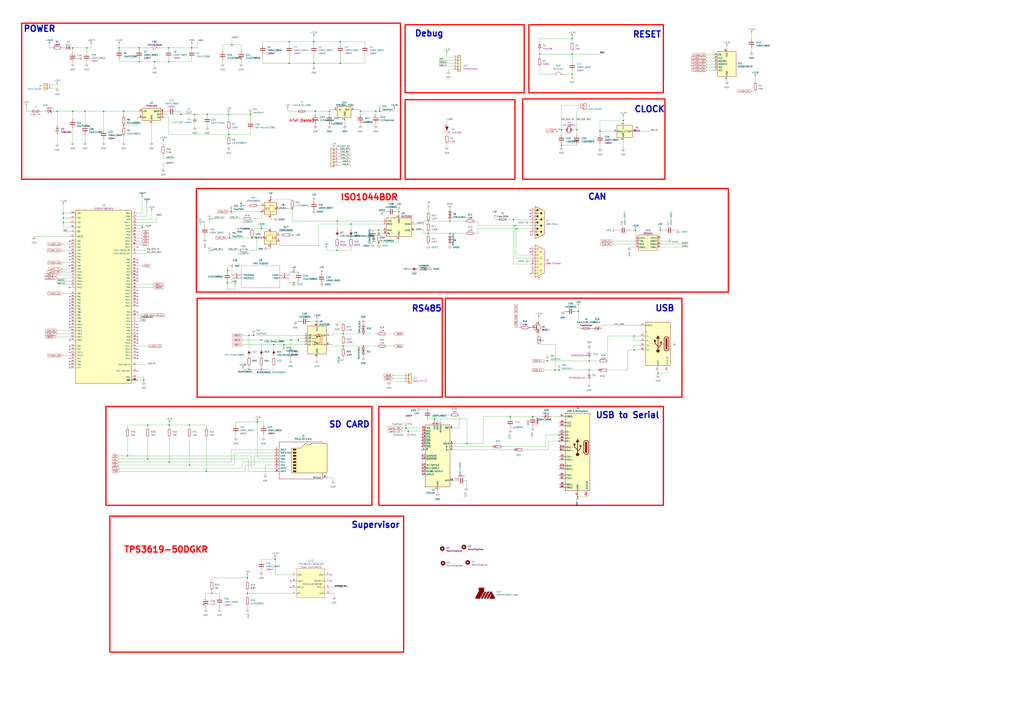
<source format=kicad_sch>
(kicad_sch (version 20230121) (generator eeschema)
  (paper "A1")
  (lib_symbols
    (symbol "+5F_1" (power) (pin_names (offset 0))
      (property "Value" "+5F_1" (at 0 3.556 0))
      (symbol "+5F_1_1_1"
        (pin power_in line (at 0 0 90) (length 0) hide (name "+5F") (number "1"))
      )
    )
    (symbol "+5V_2" (power) (pin_names (offset 0))
      (property "Value" "+5V_2" (at 0 3.556 0))
      (symbol "+5V_2_1_1"
        (pin power_in line (at 0 0 90) (length 0) hide (name "+5V") (number "1"))
      )
    )
    (symbol "2024-09-18_08-36-16:TME_0505S" (pin_names (offset 0.254))
      (property "Reference" "U" (at 40.64 12.7 0))
      (property "Value" "TME 0505S" (at 40.64 10.16 0))
      (symbol "TME_0505S_0_1"
        (pin power_out line (at 34.29 0 0) (length 7.62) (name "-VIN(GND)") (number "1"))
        (pin power_in line (at 34.29 -2.54 0) (length 7.62) (name "+VIN(VCC)") (number "2"))
        (pin power_in line (at 81.28 -2.54 180) (length 7.62) (name "-VOUT") (number "3"))
        (pin power_in line (at 81.28 0 180) (length 7.62) (name "+VOUT") (number "4"))
      )
    )
    (symbol "Connector:Micro_SD_Card" (pin_names (offset 1.016))
      (property "Reference" "J" (at -16.51 15.24 0))
      (property "Value" "Micro_SD_Card" (at 16.51 15.24 0))
      (symbol "Micro_SD_Card_1_1"
        (pin bidirectional line (at -22.86 7.62 0) (length 3.81) (name "DAT2") (number "1"))
        (pin bidirectional line (at -22.86 5.08 0) (length 3.81) (name "DAT3/CD") (number "2"))
        (pin input line (at -22.86 2.54 0) (length 3.81) (name "CMD") (number "3"))
        (pin power_in line (at -22.86 0 0) (length 3.81) (name "VDD") (number "4"))
        (pin input line (at -22.86 -2.54 0) (length 3.81) (name "CLK") (number "5"))
        (pin power_in line (at -22.86 -5.08 0) (length 3.81) (name "VSS") (number "6"))
        (pin bidirectional line (at -22.86 -7.62 0) (length 3.81) (name "DAT0") (number "7"))
        (pin bidirectional line (at -22.86 -10.16 0) (length 3.81) (name "DAT1") (number "8"))
        (pin passive line (at 20.32 -15.24 180) (length 3.81) (name "SHIELD") (number "9"))
      )
    )
    (symbol "Connector:TestPoint" (pin_numbers hide) (pin_names (offset 0.762) hide)
      (property "Reference" "TP" (at 0 6.858 0))
      (property "Value" "TestPoint" (at 0 5.08 0))
      (symbol "TestPoint_1_1"
        (pin passive line (at 0 0 90) (length 2.54) (name "1") (number "1"))
      )
    )
    (symbol "Connector:USB_C_Receptacle" (pin_names (offset 1.016))
      (property "Reference" "J" (at -10.16 29.21 0))
      (property "Value" "USB_C_Receptacle" (at 10.16 29.21 0))
      (symbol "USB_C_Receptacle_1_1"
        (pin passive line (at 0 -40.64 90) (length 5.08) (name "GND") (number "A1"))
        (pin bidirectional line (at 15.24 -15.24 180) (length 5.08) (name "RX2-") (number "A10"))
        (pin bidirectional line (at 15.24 -17.78 180) (length 5.08) (name "RX2+") (number "A11"))
        (pin passive line (at 0 -40.64 90) (length 5.08) hide (name "GND") (number "A12"))
        (pin bidirectional line (at 15.24 -10.16 180) (length 5.08) (name "TX1+") (number "A2"))
        (pin bidirectional line (at 15.24 -7.62 180) (length 5.08) (name "TX1-") (number "A3"))
        (pin passive line (at 15.24 25.4 180) (length 5.08) (name "VBUS") (number "A4"))
        (pin bidirectional line (at 15.24 20.32 180) (length 5.08) (name "CC1") (number "A5"))
        (pin bidirectional line (at 15.24 7.62 180) (length 5.08) (name "D+") (number "A6"))
        (pin bidirectional line (at 15.24 12.7 180) (length 5.08) (name "D-") (number "A7"))
        (pin bidirectional line (at 15.24 -30.48 180) (length 5.08) (name "SBU1") (number "A8"))
        (pin passive line (at 15.24 25.4 180) (length 5.08) hide (name "VBUS") (number "A9"))
        (pin passive line (at 0 -40.64 90) (length 5.08) hide (name "GND") (number "B1"))
        (pin bidirectional line (at 15.24 0 180) (length 5.08) (name "RX1-") (number "B10"))
        (pin bidirectional line (at 15.24 -2.54 180) (length 5.08) (name "RX1+") (number "B11"))
        (pin passive line (at 0 -40.64 90) (length 5.08) hide (name "GND") (number "B12"))
        (pin bidirectional line (at 15.24 -25.4 180) (length 5.08) (name "TX2+") (number "B2"))
        (pin bidirectional line (at 15.24 -22.86 180) (length 5.08) (name "TX2-") (number "B3"))
        (pin passive line (at 15.24 25.4 180) (length 5.08) hide (name "VBUS") (number "B4"))
        (pin bidirectional line (at 15.24 17.78 180) (length 5.08) (name "CC2") (number "B5"))
        (pin bidirectional line (at 15.24 5.08 180) (length 5.08) (name "D+") (number "B6"))
        (pin bidirectional line (at 15.24 10.16 180) (length 5.08) (name "D-") (number "B7"))
        (pin bidirectional line (at 15.24 -33.02 180) (length 5.08) (name "SBU2") (number "B8"))
        (pin passive line (at 15.24 25.4 180) (length 5.08) hide (name "VBUS") (number "B9"))
        (pin passive line (at -7.62 -40.64 90) (length 5.08) (name "SHIELD") (number "S1"))
      )
    )
    (symbol "Connector_Generic:Conn_01x02" (pin_names (offset 1.016) hide)
      (property "Reference" "J" (at 0 2.54 0))
      (property "Value" "Conn_01x02" (at 0 -5.08 0))
      (symbol "Conn_01x02_1_1"
        (pin passive line (at -5.08 0 0) (length 3.81) (name "Pin_1") (number "1"))
        (pin passive line (at -5.08 -2.54 0) (length 3.81) (name "Pin_2") (number "2"))
      )
    )
    (symbol "Connector_Generic:Conn_01x06" (pin_names (offset 1.016) hide)
      (property "Reference" "J" (at 0 7.62 0))
      (property "Value" "Conn_01x06" (at 0 -10.16 0))
      (symbol "Conn_01x06_1_1"
        (pin passive line (at -5.08 5.08 0) (length 3.81) (name "Pin_1") (number "1"))
        (pin passive line (at -5.08 2.54 0) (length 3.81) (name "Pin_2") (number "2"))
        (pin passive line (at -5.08 0 0) (length 3.81) (name "Pin_3") (number "3"))
        (pin passive line (at -5.08 -2.54 0) (length 3.81) (name "Pin_4") (number "4"))
        (pin passive line (at -5.08 -5.08 0) (length 3.81) (name "Pin_5") (number "5"))
        (pin passive line (at -5.08 -7.62 0) (length 3.81) (name "Pin_6") (number "6"))
      )
    )
    (symbol "DB9-MALE_2"
      (property "Reference" "U" (at 0 1.27 0))
      (property "Value" "DB9-MALE_2" (at 0 0 0))
      (symbol "DB9-MALE_2_1_1"
        (pin passive line (at -3.81 -26.67 0) (length 3.81) (name "1") (number "1"))
        (pin passive line (at -3.81 -21.59 0) (length 3.81) (name "2") (number "2"))
        (pin passive line (at -3.81 -16.51 0) (length 3.81) (name "3") (number "3"))
        (pin passive line (at -3.81 -11.43 0) (length 3.81) (name "4") (number "4"))
        (pin passive line (at -3.81 -6.35 0) (length 3.81) (name "5") (number "5"))
        (pin passive line (at -3.81 -24.13 0) (length 3.81) (name "6") (number "6"))
        (pin passive line (at -3.81 -19.05 0) (length 3.81) (name "7") (number "7"))
        (pin passive line (at -3.81 -13.97 0) (length 3.81) (name "8") (number "8"))
        (pin passive line (at -3.81 -8.89 0) (length 3.81) (name "9") (number "9"))
      )
    )
    (symbol "Device:C" (pin_numbers hide) (pin_names (offset 0.254))
      (property "Reference" "C" (at 0.635 2.54 0))
      (property "Value" "C" (at 0.635 -2.54 0))
      (symbol "C_1_1"
        (pin passive line (at 0 3.81 270) (length 2.794) (name "~") (number "1"))
        (pin passive line (at 0 -3.81 90) (length 2.794) (name "~") (number "2"))
      )
    )
    (symbol "Device:C_Polarized" (pin_numbers hide) (pin_names (offset 0.254))
      (property "Reference" "C" (at 0.635 2.54 0))
      (property "Value" "C_Polarized" (at 0.635 -2.54 0))
      (symbol "C_Polarized_1_1"
        (pin passive line (at 0 3.81 270) (length 2.794) (name "~") (number "1"))
        (pin passive line (at 0 -3.81 90) (length 2.794) (name "~") (number "2"))
      )
    )
    (symbol "Device:D_TVS" (pin_numbers hide) (pin_names (offset 1.016) hide)
      (property "Reference" "D" (at 0 2.54 0))
      (property "Value" "D_TVS" (at 0 -2.54 0))
      (symbol "D_TVS_1_1"
        (pin passive line (at -3.81 0 0) (length 2.54) (name "A1") (number "1"))
        (pin passive line (at 3.81 0 180) (length 2.54) (name "A2") (number "2"))
      )
    )
    (symbol "Device:L" (pin_numbers hide) (pin_names (offset 1.016) hide)
      (property "Reference" "L" (at -1.27 0 90))
      (property "Value" "L" (at 1.905 0 90))
      (symbol "L_1_1"
        (pin passive line (at 0 3.81 270) (length 1.27) (name "1") (number "1"))
        (pin passive line (at 0 -3.81 90) (length 1.27) (name "2") (number "2"))
      )
    )
    (symbol "Device:R" (pin_numbers hide) (pin_names (offset 0))
      (property "Reference" "R" (at 2.032 0 90))
      (property "Value" "R" (at 0 0 90))
      (symbol "R_1_1"
        (pin passive line (at 0 3.81 270) (length 1.27) (name "~") (number "1"))
        (pin passive line (at 0 -3.81 90) (length 1.27) (name "~") (number "2"))
      )
    )
    (symbol "Fuse_0.5A_1206_1" (pin_numbers hide) (pin_names (offset 0))
      (property "Reference" "F" (at 2.032 0 90))
      (property "Value" "Fuse_0.5A_1206" (at -1.905 0 90))
      (symbol "Fuse_0.5A_1206_1_1_1"
        (pin passive line (at 0 3.81 270) (length 1.27) (name "~") (number "1"))
        (pin passive line (at 0 -3.81 90) (length 1.27) (name "~") (number "2"))
      )
    )
    (symbol "Fuse_0.5A_1206_3" (pin_numbers hide) (pin_names (offset 0))
      (property "Reference" "F" (at 2.032 0 90))
      (property "Value" "Fuse_0.5A_1206" (at -1.905 0 90))
      (symbol "Fuse_0.5A_1206_3_1_1"
        (pin passive line (at 0 3.81 270) (length 1.27) (name "~") (number "1"))
        (pin passive line (at 0 -3.81 90) (length 1.27) (name "~") (number "2"))
      )
    )
    (symbol "GH-kicad:RT9166A-33GX" (pin_names (offset 1.016))
      (property "Reference" "U10" (at 5.715 0.762 0))
      (property "Value" "RT9166A-33GX" (at 5.715 -1.778 0))
      (symbol "RT9166A-33GX_1_1"
        (pin power_out line (at 13.97 -5.08 180) (length 2.54) (name "OUT") (number "1"))
        (pin input line (at 6.35 -13.97 90) (length 2.54) (name "GND") (number "2"))
        (pin power_in line (at -2.54 -5.08 0) (length 2.54) (name "IN") (number "3"))
      )
    )
    (symbol "Interface_UART:MAX3485"
      (property "Reference" "U" (at -6.096 11.43 0))
      (property "Value" "MAX3485" (at 0.762 11.43 0))
      (symbol "MAX3485_1_1"
        (pin output line (at -10.16 2.54 0) (length 2.54) (name "RO") (number "1"))
        (pin input line (at -10.16 0 0) (length 2.54) (name "~{RE}") (number "2"))
        (pin input line (at -10.16 -2.54 0) (length 2.54) (name "DE") (number "3"))
        (pin input line (at -10.16 -5.08 0) (length 2.54) (name "DI") (number "4"))
        (pin power_in line (at 0 -15.24 90) (length 2.54) (name "GND") (number "5"))
        (pin bidirectional line (at 10.16 -5.08 180) (length 2.54) (name "A") (number "6"))
        (pin bidirectional line (at 10.16 2.54 180) (length 2.54) (name "B") (number "7"))
        (pin power_in line (at 0 12.7 270) (length 2.54) (name "VCC") (number "8"))
      )
    )
    (symbol "Interface_USB:CP2104"
      (property "Reference" "U" (at -5.08 28.575 0))
      (property "Value" "CP2104" (at -5.08 26.67 0))
      (symbol "CP2104_1_1"
        (pin input line (at 12.7 5.08 180) (length 2.54) (name "~{RI}") (number "1"))
        (pin no_connect line (at 10.16 -20.32 180) (length 2.54) hide (name "NC") (number "10"))
        (pin bidirectional line (at 12.7 -15.24 180) (length 2.54) (name "GPIO.3") (number "11"))
        (pin bidirectional line (at 12.7 -12.7 180) (length 2.54) (name "RS485/GPIO.2") (number "12"))
        (pin bidirectional line (at 12.7 -10.16 180) (length 2.54) (name "RXT/GPIO.1") (number "13"))
        (pin bidirectional line (at 12.7 -7.62 180) (length 2.54) (name "TXT/GPIO.0") (number "14"))
        (pin output line (at 12.7 -2.54 180) (length 2.54) (name "~{SUSPEND}") (number "15"))
        (pin passive line (at -12.7 -20.32 0) (length 2.54) (name "VPP") (number "16"))
        (pin output line (at 12.7 0 180) (length 2.54) (name "SUSPEND") (number "17"))
        (pin input line (at 12.7 15.24 180) (length 2.54) (name "~{CTS}") (number "18"))
        (pin output line (at 12.7 17.78 180) (length 2.54) (name "~{RTS}") (number "19"))
        (pin power_in line (at 0 -27.94 90) (length 2.54) (name "GND") (number "2"))
        (pin input line (at 12.7 20.32 180) (length 2.54) (name "RXD") (number "20"))
        (pin output line (at 12.7 22.86 180) (length 2.54) (name "TXD") (number "21"))
        (pin input line (at 12.7 12.7 180) (length 2.54) (name "~{DSR}") (number "22"))
        (pin output line (at 12.7 10.16 180) (length 2.54) (name "~{DTR}") (number "23"))
        (pin input line (at 12.7 7.62 180) (length 2.54) (name "~{DCD}") (number "24"))
        (pin passive line (at 0 -27.94 90) (length 2.54) hide (name "GND") (number "25"))
        (pin bidirectional line (at -12.7 5.08 0) (length 2.54) (name "D+") (number "3"))
        (pin bidirectional line (at -12.7 7.62 0) (length 2.54) (name "D-") (number "4"))
        (pin power_in line (at 2.54 27.94 270) (length 2.54) (name "VIO") (number "5"))
        (pin power_in line (at 0 27.94 270) (length 2.54) (name "VDD") (number "6"))
        (pin power_in line (at -2.54 27.94 270) (length 2.54) (name "REGIN") (number "7"))
        (pin input line (at -12.7 10.16 0) (length 2.54) (name "VBUS") (number "8"))
        (pin bidirectional line (at -12.7 22.86 0) (length 2.54) (name "~{RST}") (number "9"))
      )
    )
    (symbol "MLC:1k(0805)" (pin_numbers hide) (pin_names (offset 0))
      (property "Reference" "R" (at 2.032 0 90))
      (property "Value" "1k(0805)" (at 0 0 90))
      (symbol "1k(0805)_1_1"
        (pin passive line (at 0 3.81 270) (length 1.27) (name "~") (number "1"))
        (pin passive line (at 0 -3.81 90) (length 1.27) (name "~") (number "2"))
      )
    )
    (symbol "MLC:1uf(0805)" (pin_numbers hide) (pin_names (offset 0.254))
      (property "Reference" "C" (at 0.635 2.54 0))
      (property "Value" "1uf(0805)" (at 0.635 -2.54 0))
      (symbol "1uf(0805)_1_1"
        (pin passive line (at 0 3.81 270) (length 2.794) (name "~") (number "1"))
        (pin passive line (at 0 -3.81 90) (length 2.794) (name "~") (number "2"))
      )
    )
    (symbol "MLC:220nf(0805)" (pin_numbers hide) (pin_names (offset 0.254))
      (property "Reference" "C" (at 0.635 2.54 0))
      (property "Value" "220nf(0805)" (at 0.635 -2.54 0))
      (symbol "220nf(0805)_1_1"
        (pin passive line (at 0 3.81 270) (length 2.794) (name "~") (number "1"))
        (pin passive line (at 0 -3.81 90) (length 2.794) (name "~") (number "2"))
      )
    )
    (symbol "MLC:330R(0805)" (pin_numbers hide) (pin_names (offset 0))
      (property "Reference" "R" (at 2.032 0 90))
      (property "Value" "330R(0805)" (at 0 0 90))
      (symbol "330R(0805)_1_1"
        (pin passive line (at 0 3.81 270) (length 1.27) (name "~") (number "1"))
        (pin passive line (at 0 -3.81 90) (length 1.27) (name "~") (number "2"))
      )
    )
    (symbol "MLC:4.7K(0805)" (pin_numbers hide) (pin_names (offset 0))
      (property "Reference" "R" (at 0 0 90))
      (property "Value" "4.7K(0805)" (at -2.54 0 90))
      (symbol "4.7K(0805)_1_1"
        (pin passive line (at 0 3.81 270) (length 1.27) (name "~") (number "1"))
        (pin passive line (at 0 -3.81 90) (length 1.27) (name "~") (number "2"))
      )
    )
    (symbol "MLC:820R(0805)" (pin_numbers hide) (pin_names (offset 0))
      (property "Reference" "R" (at 2.032 0 90))
      (property "Value" "820R(0805)" (at 0 0 90))
      (symbol "820R(0805)_1_1"
        (pin passive line (at 0 3.81 270) (length 1.27) (name "~") (number "1"))
        (pin passive line (at 0 -3.81 90) (length 1.27) (name "~") (number "2"))
      )
    )
    (symbol "MLC:Fuse_0.5A_1206" (pin_numbers hide) (pin_names (offset 0))
      (property "Reference" "F" (at 2.032 0 90))
      (property "Value" "Fuse_0.5A_1206" (at -1.905 0 90))
      (symbol "Fuse_0.5A_1206_1_1"
        (pin passive line (at 0 3.81 270) (length 1.27) (name "~") (number "1"))
        (pin passive line (at 0 -3.81 90) (length 1.27) (name "~") (number "2"))
      )
    )
    (symbol "MLC:LED_RED_0805" (pin_numbers hide) (pin_names (offset 0.254) hide)
      (property "Reference" "D" (at -1.27 3.175 0))
      (property "Value" "LED_RED_0805" (at -4.445 -2.54 0))
      (symbol "LED_RED_0805_1_1"
        (pin passive line (at -2.54 0 0) (length 1.778) (name "K") (number "1"))
        (pin passive line (at 2.54 0 180) (length 1.778) (name "A") (number "2"))
      )
    )
    (symbol "MLC:MAPNALOGOG_copy" (pin_names (offset 1.016))
      (property "Reference" "U" (at 0 0 0))
      (property "Value" "MAPNALOGOG_copy" (at 0 0 0))
    )
    (symbol "MLC_K6:Conn_XH-3" (pin_names (offset 1.016) hide)
      (property "Reference" "J?" (at 0 0 0))
      (property "Main Value" "Conn_XH-3" (at 0 0 0))
      (symbol "Conn_XH-3_1_1"
        (pin passive line (at -5.08 2.54 0) (length 3.81) (name "Pin_1") (number "1"))
        (pin passive line (at -5.08 0 0) (length 3.81) (name "Pin_2") (number "2"))
        (pin passive line (at -5.08 -2.54 0) (length 3.81) (name "Pin_3") (number "3"))
      )
    )
    (symbol "MLC_K7:0R(1206)" (pin_numbers hide) (pin_names (offset 0))
      (property "Reference" "R?" (at 0 0 0))
      (property "Main Value" "0R" (at 0 0 0))
      (symbol "0R(1206)_1_1"
        (pin passive line (at 0 3.81 270) (length 1.27) (name "~") (number "1"))
        (pin passive line (at 0 -3.81 90) (length 1.27) (name "~") (number "2"))
      )
    )
    (symbol "MLC_K7:1.5F-5.5v"
      (property "Reference" "C16" (at 3.81 1.8138 0))
      (property "Main Value" "1.5F" (at 3.81 -0.7262 0))
      (symbol "1.5F-5.5v_0_0"
        (text "+" (at 1.27 2.54 0) (effects (font (size 1.27 1.27))))
      )
      (symbol "1.5F-5.5v_1_1"
        (pin passive line (at -0.508 4.318 270) (length 2.794) (name "~") (number "1"))
        (pin passive line (at -0.508 -3.302 90) (length 3.302) (name "~") (number "2"))
      )
    )
    (symbol "MLC_K7:1.5K(0805)" (pin_numbers hide) (pin_names (offset 0))
      (property "Reference" "R?" (at 0 0 0))
      (property "Main Value" "1.5K" (at 0 0 0))
      (symbol "1.5K(0805)_1_1"
        (pin passive line (at 0 3.81 270) (length 1.27) (name "~") (number "1"))
        (pin passive line (at 0 -3.81 90) (length 1.27) (name "~") (number "2"))
      )
    )
    (symbol "MLC_K7:100R(0805)" (pin_numbers hide) (pin_names (offset 0))
      (property "Reference" "R?" (at 0 0 0))
      (property "Main Value" "100R" (at 0 0 0))
      (symbol "100R(0805)_1_1"
        (pin passive line (at 0 3.81 270) (length 1.27) (name "~") (number "1"))
        (pin passive line (at 0 -3.81 90) (length 1.27) (name "~") (number "2"))
      )
    )
    (symbol "MLC_K7:100k(0805)" (pin_numbers hide) (pin_names (offset 0))
      (property "Reference" "R" (at 2.54 0.635 0))
      (property "Value" "100k" (at 0 0 0))
      (symbol "100k(0805)_1_1"
        (pin passive line (at 0 3.81 270) (length 1.27) (name "~") (number "1"))
        (pin passive line (at 0 -3.81 90) (length 1.27) (name "~") (number "2"))
      )
    )
    (symbol "MLC_K7:100nf_0603" (pin_numbers hide) (pin_names (offset 0.254))
      (property "Reference" "C34" (at 3.81 1.2701 0))
      (property "Value" "100nf_0603" (at 3.81 -1.2699 0))
      (symbol "100nf_0603_1_1"
        (pin passive line (at 0 3.81 270) (length 2.794) (name "~") (number "1"))
        (pin passive line (at 0 -3.81 90) (length 2.794) (name "~") (number "2"))
      )
    )
    (symbol "MLC_K7:10K(0805)" (pin_numbers hide) (pin_names (offset 0))
      (property "Reference" "R?" (at 0 0 0))
      (property "Main Value" "10K" (at 0 0 0))
      (symbol "10K(0805)_1_1"
        (pin passive line (at 0 3.81 270) (length 1.27) (name "~") (number "1"))
        (pin passive line (at 0 -3.81 90) (length 1.27) (name "~") (number "2"))
      )
    )
    (symbol "MLC_K7:10uF(1206)" (pin_numbers hide) (pin_names (offset 0.254))
      (property "Reference" "C35" (at 3.81 3.175 0))
      (property "Value" "10uF(1206)" (at -3.81 6.35 0))
      (symbol "10uF(1206)_1_1"
        (pin passive line (at 0 3.81 270) (length 2.794) (name "~") (number "1"))
        (pin passive line (at 0 -3.81 90) (length 2.794) (name "~") (number "2"))
      )
    )
    (symbol "MLC_K7:120R(0805)" (pin_numbers hide) (pin_names (offset 0))
      (property "Reference" "R?" (at 2.54 0.635 0))
      (property "Main Value" "120R" (at 0 0 0))
      (symbol "120R(0805)_1_1"
        (pin passive line (at 0 3.81 270) (length 1.27) (name "~") (number "1"))
        (pin passive line (at 0 -3.81 90) (length 1.27) (name "~") (number "2"))
      )
    )
    (symbol "MLC_K7:12R(0805)" (pin_numbers hide) (pin_names (offset 0))
      (property "Reference" "R?" (at 0 0 0))
      (property "Main Value" "12R" (at 0 0 0))
      (symbol "12R(0805)_1_1"
        (pin passive line (at 0 3.81 270) (length 1.27) (name "~") (number "1"))
        (pin passive line (at 0 -3.81 90) (length 1.27) (name "~") (number "2"))
      )
    )
    (symbol "MLC_K7:1N4148_MiniMELF" (pin_numbers hide) (pin_names (offset 1.016) hide)
      (property "Reference" "D?" (at 0 0 0))
      (property "Main Value" "1N4148" (at 0 0 0))
      (symbol "1N4148_MiniMELF_1_1"
        (pin passive line (at -3.81 0 0) (length 2.54) (name "K") (number "1"))
        (pin passive line (at 3.81 0 180) (length 2.54) (name "A") (number "2"))
      )
    )
    (symbol "MLC_K7:2.2K(0805)" (pin_numbers hide) (pin_names (offset 0))
      (property "Reference" "R" (at 1.905 1.27 0))
      (property "Value" "2.2K(0805)" (at 1.905 -1.27 0))
      (symbol "2.2K(0805)_1_1"
        (pin passive line (at 0 3.81 270) (length 1.27) (name "~") (number "1"))
        (pin passive line (at 0 -3.81 90) (length 1.27) (name "~") (number "2"))
      )
    )
    (symbol "MLC_K7:2.2uF(0805)" (pin_numbers hide) (pin_names (offset 0.254))
      (property "Reference" "C40" (at -8.89 -2.54 0))
      (property "Value" "2.2uF(0805)" (at -3.81 0 90))
      (symbol "2.2uF(0805)_1_1"
        (pin passive line (at 0 3.81 270) (length 2.794) (name "~") (number "1"))
        (pin passive line (at 0 -3.81 90) (length 2.794) (name "~") (number "2"))
      )
    )
    (symbol "MLC_K7:22R(0805)" (pin_numbers hide) (pin_names (offset 0))
      (property "Reference" "R" (at 0 -5.08 90))
      (property "Main Value" "22R" (at 0 -2.54 90))
      (symbol "22R(0805)_1_1"
        (pin passive line (at 0 3.81 270) (length 1.27) (name "~") (number "1"))
        (pin passive line (at 0 -3.81 90) (length 1.27) (name "~") (number "2"))
      )
    )
    (symbol "MLC_K7:47uF_25V-radial" (pin_numbers hide) (pin_names (offset 0.254) hide)
      (property "Reference" "C" (at 3.175 1.7018 0))
      (property "Value" "47uF_25V-radial" (at 3.175 -0.8382 0))
      (symbol "47uF_25V-radial_1_1"
        (pin passive line (at 0 2.54 270) (length 2.032) (name "~") (number "1"))
        (pin passive line (at 0 -2.54 90) (length 2.032) (name "~") (number "2"))
      )
    )
    (symbol "MLC_K7:6.8K(0805)" (pin_numbers hide) (pin_names (offset 0))
      (property "Reference" "R?" (at 2.54 0.635 0))
      (property "Main Value" "6.8K" (at 0 0 0))
      (symbol "6.8K(0805)_1_1"
        (pin passive line (at 0 3.81 270) (length 1.27) (name "~") (number "1"))
        (pin passive line (at 0 -3.81 90) (length 1.27) (name "~") (number "2"))
      )
    )
    (symbol "MLC_K7:820R(0805)" (pin_numbers hide) (pin_names (offset 0))
      (property "Reference" "R?" (at 0 0 0))
      (property "Main Value" "820R" (at 0 0 0))
      (symbol "820R(0805)_1_1"
        (pin passive line (at 0 3.81 270) (length 1.27) (name "~") (number "1"))
        (pin passive line (at 0 -3.81 90) (length 1.27) (name "~") (number "2"))
      )
    )
    (symbol "MLC_K7:BC817-smd" (pin_names (offset 0) hide)
      (property "Reference" "Q?" (at 0 0 0))
      (property "Main Value" "BC817" (at 0 0 0))
      (symbol "BC817-smd_1_1"
        (pin input line (at -5.08 0 0) (length 5.715) (name "B") (number "1"))
        (pin passive line (at 2.54 -5.08 90) (length 2.54) (name "E") (number "2"))
        (pin passive line (at 2.54 5.08 270) (length 2.54) (name "C") (number "3"))
      )
    )
    (symbol "MLC_K7:DB9-Female-right-pcb_mount" (pin_names (offset 1.016) hide)
      (property "Reference" "J2" (at 3.81 -0.635 0))
      (property "Main Value" "DB9-Female" (at 3.81 -3.175 0))
      (symbol "DB9-Female-right-pcb_mount_1_1"
        (pin passive line (at -1.27 -16.51 90) (length 3.81) (name "PAD") (number "0"))
        (pin passive line (at -8.89 8.89 0) (length 3.81) (name "1") (number "1"))
        (pin passive line (at -8.89 3.81 0) (length 3.81) (name "2") (number "2"))
        (pin passive line (at -8.89 -1.27 0) (length 3.81) (name "3") (number "3"))
        (pin passive line (at -8.89 -6.35 0) (length 3.81) (name "4") (number "4"))
        (pin passive line (at -8.89 -11.43 0) (length 3.81) (name "5") (number "5"))
        (pin passive line (at -8.89 6.35 0) (length 3.81) (name "6") (number "6"))
        (pin passive line (at -8.89 1.27 0) (length 3.81) (name "7") (number "7"))
        (pin passive line (at -8.89 -3.81 0) (length 3.81) (name "8") (number "8"))
        (pin passive line (at -8.89 -8.89 0) (length 3.81) (name "9") (number "9"))
      )
    )
    (symbol "MLC_K7:Ferrite_Bead(1206)" (pin_numbers hide) (pin_names (offset 0))
      (property "Reference" "FB?" (at 0 0 0))
      (property "Main Value" "Ferrite_Bead" (at 0 0 0))
      (symbol "Ferrite_Bead(1206)_1_1"
        (pin passive line (at -2.54 0 0) (length 1.27) (name "~") (number "1"))
        (pin passive line (at 2.54 0 180) (length 1.27) (name "~") (number "2"))
      )
    )
    (symbol "MLC_K7:Fuse-1A_63v-1206" (pin_numbers hide) (pin_names (offset 0))
      (property "Reference" "J4" (at 0 7.62 90))
      (property "Value" "Fuse_1A_1206" (at 0 2.54 90))
      (property "Mian Value" "Fuse 1A" (at 0 0 0))
      (symbol "Fuse-1A_63v-1206_1_1"
        (pin passive line (at 0 3.81 270) (length 1.27) (name "~") (number "1"))
        (pin passive line (at 0 -3.81 90) (length 1.27) (name "~") (number "2"))
      )
    )
    (symbol "MLC_K7:H11L1-SMD" (pin_names (offset 1.016))
      (property "Reference" "U?" (at 2.54 -3.81 0))
      (property "Main Value" "H11L1" (at 3.81 -6.35 0))
      (symbol "H11L1-SMD_1_1"
        (pin passive line (at -7.62 5.08 0) (length 2.54) (name "~") (number "1"))
        (pin passive line (at -7.62 0 0) (length 2.54) (name "~") (number "2"))
        (pin no_connect line (at -5.08 2.54 0) (length 2.54) hide (name "~") (number "3"))
        (pin output inverted (at 7.62 2.54 180) (length 3.81) (name "~") (number "4"))
        (pin power_in line (at 0 -5.08 90) (length 2.54) (name "~") (number "5"))
        (pin power_in line (at 0 10.16 270) (length 2.54) (name "~") (number "6"))
      )
    )
    (symbol "MLC_K7:ISO1044"
      (property "Reference" "U13" (at 0 8.89 0))
      (property "Main Value" "ISO1044" (at 0 6.35 0))
      (symbol "ISO1044_1_1"
        (pin power_in line (at -10.16 2.54 0) (length 2.54) (name "VCC1") (number "1"))
        (pin output line (at -10.16 0 0) (length 2.54) (name "TXD") (number "2"))
        (pin input line (at -10.16 -2.54 0) (length 2.54) (name "RXD") (number "3"))
        (pin power_in line (at -10.16 -5.08 0) (length 2.54) (name "GND1") (number "4"))
        (pin bidirectional line (at 10.16 -5.08 180) (length 2.54) (name "CANL") (number "5"))
        (pin bidirectional line (at 10.16 -2.54 180) (length 2.54) (name "CANH") (number "6"))
        (pin power_in line (at 10.16 0 180) (length 2.54) (name "GND2") (number "7"))
        (pin power_in line (at 10.16 2.54 180) (length 2.54) (name "VCC2") (number "8"))
      )
    )
    (symbol "MLC_K7:LED_RED(0805)_FP_K7" (pin_names (offset 1.016) hide)
      (property "Reference" "D" (at -1.6002 6.35 0))
      (property "Main Value" "LED_Red" (at -1.6002 3.81 0))
      (symbol "LED_RED(0805)_FP_K7_1_1"
        (pin passive line (at -3.81 0 0) (length 2.54) (name "K") (number "1"))
        (pin passive line (at 3.81 0 180) (length 2.54) (name "A") (number "2"))
      )
    )
    (symbol "MLC_K7:LED_Yellow_0805" (pin_numbers hide) (pin_names (offset 0.254) hide)
      (property "Reference" "D" (at 0.127 6.35 0))
      (property "Value" "LED_Yellow_0805" (at 0.127 3.81 0))
      (symbol "LED_Yellow_0805_1_1"
        (pin passive line (at -2.54 0 0) (length 1.778) (name "K") (number "1"))
        (pin passive line (at 2.54 0 180) (length 1.778) (name "A") (number "2"))
      )
    )
    (symbol "MLC_K7:MCP2551"
      (property "Reference" "U?" (at 0 0 0))
      (property "Main Value" "MCP2551" (at 0 0 0))
      (symbol "MCP2551_1_1"
        (pin input line (at -12.7 -8.89 0) (length 2.54) (name "TXD") (number "1"))
        (pin power_in line (at 0 -24.13 90) (length 2.54) (name "VSS") (number "2"))
        (pin power_in line (at 0 -3.81 270) (length 2.54) (name "VDD") (number "3"))
        (pin output line (at -12.7 -11.43 0) (length 2.54) (name "RXD") (number "4"))
        (pin power_out line (at -12.7 -16.51 0) (length 2.54) (name "Vref") (number "5"))
        (pin bidirectional line (at 12.7 -16.51 180) (length 2.54) (name "CANL") (number "6"))
        (pin bidirectional line (at 12.7 -11.43 180) (length 2.54) (name "CANH") (number "7"))
        (pin input line (at -12.7 -19.05 0) (length 2.54) (name "Rs") (number "8"))
      )
    )
    (symbol "MLC_K7:MountingHole_3.5mm" (pin_names (offset 1.016)) (in_bom no)
      (property "Reference" "H?" (at 0 5.08 0))
      (property "Main Value" "MountingHole" (at 0 0 0))
    )
    (symbol "MLC_K7:Not_Mount(1206)" (pin_numbers hide) (pin_names (offset 0.254))
      (property "Reference" "C" (at 3.81 0.635 0))
      (property "Value" "Not Mount(1206)" (at 3.81 -1.905 0))
      (symbol "Not_Mount(1206)_1_1"
        (pin passive line (at 0 3.81 270) (length 2.794) (name "~") (number "1"))
        (pin passive line (at 0 -3.81 90) (length 2.794) (name "~") (number "2"))
      )
    )
    (symbol "MLC_K7:Ocs_8MHz" (pin_names (offset 0.254))
      (property "Reference" "X?" (at 0 0 0))
      (property "Main Value" "8MHz" (at 0 0 0))
      (symbol "Ocs_8MHz_1_1"
        (pin input line (at -7.62 0 0) (length 2.54) (name "Vctrl") (number "1"))
        (pin power_in line (at 0 -7.62 90) (length 2.54) (name "GND") (number "2"))
        (pin output line (at 10.16 0 180) (length 2.54) (name "OUT") (number "3"))
        (pin power_in line (at 0 7.62 270) (length 2.54) (name "V+") (number "4"))
      )
    )
    (symbol "MLC_K7:PESD3V3U1UA,115" (pin_numbers hide) (pin_names (offset 1.016) hide)
      (property "Reference" "D" (at -0.127 5.08 0))
      (property "Main Value" " PESD3V3U1UA" (at -0.127 2.54 0))
      (symbol "PESD3V3U1UA,115_1_1"
        (pin passive line (at -2.54 0 0) (length 2.54) (name "A1") (number "1"))
        (pin passive line (at 2.54 0 180) (length 2.54) (name "A2") (number "2"))
      )
    )
    (symbol "MLC_K7:SMBJ26A" (pin_numbers hide) (pin_names (offset 1.016) hide)
      (property "Reference" "D?" (at 0 0 0))
      (property "Main Value" "SMBJ26A" (at 0 0 0))
      (symbol "SMBJ26A_1_1"
        (pin passive line (at -3.81 0 0) (length 2.54) (name "A1") (number "1"))
        (pin passive line (at 3.81 0 180) (length 2.54) (name "A2") (number "2"))
      )
    )
    (symbol "MLC_K7:SS14" (pin_numbers hide) (pin_names (offset 1.016) hide)
      (property "Reference" "D" (at 0 2.54 0))
      (property "Value" "SS14" (at 0 -2.54 0))
      (symbol "SS14_1_1"
        (pin passive line (at -3.81 0 0) (length 2.54) (name "K") (number "1"))
        (pin passive line (at 3.81 0 180) (length 2.54) (name "A") (number "2"))
      )
    )
    (symbol "MLC_K7:SS34-sma" (pin_numbers hide) (pin_names (offset 1.016) hide)
      (property "Reference" "D?" (at 0 0 0))
      (property "Main Value" "SS34" (at 0 0 0))
      (symbol "SS34-sma_1_1"
        (pin passive line (at -3.81 0 0) (length 2.54) (name "K") (number "1"))
        (pin passive line (at 3.81 0 180) (length 2.54) (name "A") (number "2"))
      )
    )
    (symbol "MLC_K7:STM32H7B0VBT6" (pin_names (offset 1.016))
      (property "Reference" "U?" (at 0 0 0))
      (property "Main Value" "STM32H7B0VBT6" (at 0 0 0))
      (symbol "STM32H7B0VBT6_0_0"
        (pin bidirectional line (at 27.94 -17.78 180) (length 5.08) (name "PE2") (number "1"))
        (pin power_in line (at 27.94 -68.58 180) (length 5.08) (name "VSS") (number "10"))
        (pin power_in line (at -27.94 68.58 0) (length 5.08) (name "VDD") (number "100"))
        (pin power_in line (at -27.94 64.77 0) (length 5.08) (name "VDD") (number "11"))
        (pin bidirectional line (at 27.94 -55.88 180) (length 5.08) (name "PH0-OSC_IN") (number "12"))
        (pin bidirectional line (at 27.94 -60.96 180) (length 5.08) (name "PH1-OSC_OUT") (number "13"))
        (pin bidirectional line (at -27.94 53.34 0) (length 5.08) (name "~{RST}") (number "14"))
        (pin bidirectional line (at -27.94 -40.64 0) (length 5.08) (name "PC0") (number "15"))
        (pin bidirectional line (at -27.94 -43.18 0) (length 5.08) (name "PC1") (number "16"))
        (pin input line (at -27.94 -45.72 0) (length 5.08) (name "PC2_C") (number "17"))
        (pin input line (at -27.94 -48.26 0) (length 5.08) (name "PC3_C") (number "18"))
        (pin power_in line (at 27.94 -66.04 180) (length 5.08) (name "VSSA") (number "19"))
        (pin bidirectional line (at 27.94 -20.32 180) (length 5.08) (name "PE3") (number "2"))
        (pin power_in line (at 27.94 60.96 180) (length 5.08) (name "VREF+") (number "20"))
        (pin power_in line (at 27.94 66.04 180) (length 5.08) (name "VDDA") (number "21"))
        (pin bidirectional line (at -27.94 45.72 0) (length 5.08) (name "PA0") (number "22"))
        (pin bidirectional line (at -27.94 43.18 0) (length 5.08) (name "PA1") (number "23"))
        (pin bidirectional line (at -27.94 40.64 0) (length 5.08) (name "PA2") (number "24"))
        (pin bidirectional line (at -27.94 38.1 0) (length 5.08) (name "PA3") (number "25"))
        (pin power_in line (at 27.94 -68.58 180) (length 5.08) (name "VSS") (number "26"))
        (pin power_in line (at -27.94 60.96 0) (length 5.08) (name "VDD") (number "27"))
        (pin bidirectional line (at -27.94 35.56 0) (length 5.08) (name "PA4") (number "28"))
        (pin bidirectional line (at -27.94 33.02 0) (length 5.08) (name "PA5") (number "29"))
        (pin bidirectional line (at 27.94 -22.86 180) (length 5.08) (name "PE4") (number "3"))
        (pin bidirectional line (at -27.94 30.48 0) (length 5.08) (name "PA6") (number "30"))
        (pin bidirectional line (at -27.94 27.94 0) (length 5.08) (name "PA7") (number "31"))
        (pin bidirectional line (at -27.94 -50.8 0) (length 5.08) (name "PC4") (number "32"))
        (pin bidirectional line (at -27.94 -53.34 0) (length 5.08) (name "PC5") (number "33"))
        (pin bidirectional line (at -27.94 2.54 0) (length 5.08) (name "PB0") (number "34"))
        (pin bidirectional line (at -27.94 0 0) (length 5.08) (name "PB1") (number "35"))
        (pin bidirectional line (at -27.94 -2.54 0) (length 5.08) (name "PB2") (number "36"))
        (pin bidirectional line (at 27.94 -30.48 180) (length 5.08) (name "PE7") (number "37"))
        (pin bidirectional line (at 27.94 -33.02 180) (length 5.08) (name "PE8") (number "38"))
        (pin bidirectional line (at 27.94 -35.56 180) (length 5.08) (name "PE9") (number "39"))
        (pin bidirectional line (at 27.94 -25.4 180) (length 5.08) (name "PE5") (number "4"))
        (pin bidirectional line (at 27.94 -38.1 180) (length 5.08) (name "PE10") (number "40"))
        (pin bidirectional line (at 27.94 -40.64 180) (length 5.08) (name "PE11") (number "41"))
        (pin bidirectional line (at 27.94 -43.18 180) (length 5.08) (name "PE12") (number "42"))
        (pin bidirectional line (at 27.94 -45.72 180) (length 5.08) (name "PE13") (number "43"))
        (pin bidirectional line (at 27.94 -48.26 180) (length 5.08) (name "PE14") (number "44"))
        (pin bidirectional line (at 27.94 -50.8 180) (length 5.08) (name "PE15") (number "45"))
        (pin bidirectional line (at -27.94 -22.86 0) (length 5.08) (name "PB10") (number "46"))
        (pin bidirectional line (at -27.94 -25.4 0) (length 5.08) (name "PB11") (number "47"))
        (pin power_in line (at 27.94 55.88 180) (length 5.08) (name "VCAP") (number "48"))
        (pin power_in line (at 27.94 -68.58 180) (length 5.08) (name "VSS") (number "49"))
        (pin bidirectional line (at 27.94 -27.94 180) (length 5.08) (name "PE6") (number "5"))
        (pin power_in line (at -27.94 57.15 0) (length 5.08) (name "VDD") (number "50"))
        (pin bidirectional line (at -27.94 -27.94 0) (length 5.08) (name "PB12") (number "51"))
        (pin bidirectional line (at -27.94 -30.48 0) (length 5.08) (name "PB13") (number "52"))
        (pin bidirectional line (at -27.94 -33.02 0) (length 5.08) (name "PB14") (number "53"))
        (pin bidirectional line (at -27.94 -35.56 0) (length 5.08) (name "PB15") (number "54"))
        (pin bidirectional line (at 27.94 10.16 180) (length 5.08) (name "PD8") (number "55"))
        (pin bidirectional line (at 27.94 7.62 180) (length 5.08) (name "PD9") (number "56"))
        (pin bidirectional line (at 27.94 5.08 180) (length 5.08) (name "PD10") (number "57"))
        (pin bidirectional line (at 27.94 2.54 180) (length 5.08) (name "PD11") (number "58"))
        (pin bidirectional line (at 27.94 0 180) (length 5.08) (name "PD12") (number "59"))
        (pin power_in line (at 27.94 68.58 180) (length 5.08) (name "VBAT") (number "6"))
        (pin bidirectional line (at 27.94 -2.54 180) (length 5.08) (name "PD13") (number "60"))
        (pin bidirectional line (at 27.94 -5.08 180) (length 5.08) (name "PD14") (number "61"))
        (pin bidirectional line (at 27.94 -7.62 180) (length 5.08) (name "PD15") (number "62"))
        (pin bidirectional line (at -27.94 -55.88 0) (length 5.08) (name "PC6") (number "63"))
        (pin bidirectional line (at -27.94 -58.42 0) (length 5.08) (name "PC7") (number "64"))
        (pin bidirectional line (at 27.94 53.34 180) (length 5.08) (name "PC8") (number "65"))
        (pin bidirectional line (at 27.94 50.8 180) (length 5.08) (name "PC9") (number "66"))
        (pin bidirectional line (at -27.94 25.4 0) (length 5.08) (name "PA8") (number "67"))
        (pin bidirectional line (at -27.94 22.86 0) (length 5.08) (name "PA9") (number "68"))
        (pin bidirectional line (at -27.94 20.32 0) (length 5.08) (name "PA10") (number "69"))
        (pin bidirectional line (at 27.94 40.64 180) (length 5.08) (name "PC13") (number "7"))
        (pin bidirectional line (at -27.94 17.78 0) (length 5.08) (name "PA11") (number "70"))
        (pin bidirectional line (at -27.94 15.24 0) (length 5.08) (name "PA12") (number "71"))
        (pin bidirectional line (at -27.94 12.7 0) (length 5.08) (name "PA13") (number "72"))
        (pin power_in line (at 27.94 58.42 180) (length 5.08) (name "VCAP") (number "73"))
        (pin power_in line (at 27.94 -68.58 180) (length 5.08) (name "VSS") (number "74"))
        (pin power_in line (at 27.94 63.5 180) (length 5.08) (name "VDD") (number "75"))
        (pin bidirectional line (at -27.94 10.16 0) (length 5.08) (name "PA14") (number "76"))
        (pin bidirectional line (at -27.94 7.62 0) (length 5.08) (name "PA15") (number "77"))
        (pin bidirectional line (at 27.94 48.26 180) (length 5.08) (name "PC10") (number "78"))
        (pin bidirectional line (at 27.94 45.72 180) (length 5.08) (name "PC11") (number "79"))
        (pin bidirectional line (at 27.94 38.1 180) (length 5.08) (name "PC14-OSC32_ON") (number "8"))
        (pin bidirectional line (at 27.94 43.18 180) (length 5.08) (name "PC12") (number "80"))
        (pin bidirectional line (at 27.94 30.48 180) (length 5.08) (name "PD0") (number "81"))
        (pin bidirectional line (at 27.94 27.94 180) (length 5.08) (name "PD1") (number "82"))
        (pin bidirectional line (at 27.94 25.4 180) (length 5.08) (name "PD2") (number "83"))
        (pin bidirectional line (at 27.94 22.86 180) (length 5.08) (name "PD3") (number "84"))
        (pin bidirectional line (at 27.94 20.32 180) (length 5.08) (name "PD4") (number "85"))
        (pin bidirectional line (at 27.94 17.78 180) (length 5.08) (name "PD5") (number "86"))
        (pin bidirectional line (at 27.94 15.24 180) (length 5.08) (name "PD6") (number "87"))
        (pin bidirectional line (at 27.94 12.7 180) (length 5.08) (name "PD7") (number "88"))
        (pin bidirectional line (at -27.94 -5.08 0) (length 5.08) (name "PB3") (number "89"))
        (pin bidirectional line (at 27.94 35.56 180) (length 5.08) (name "PC15-OSC32_OUT") (number "9"))
        (pin bidirectional line (at -27.94 -7.62 0) (length 5.08) (name "PB4") (number "90"))
        (pin bidirectional line (at -27.94 -10.16 0) (length 5.08) (name "PB5") (number "91"))
        (pin bidirectional line (at -27.94 -12.7 0) (length 5.08) (name "PB6") (number "92"))
        (pin bidirectional line (at -27.94 -15.24 0) (length 5.08) (name "PB7") (number "93"))
        (pin input line (at -27.94 49.53 0) (length 5.08) (name "BOOT0") (number "94"))
        (pin bidirectional line (at -27.94 -17.78 0) (length 5.08) (name "PB8") (number "95"))
        (pin bidirectional line (at -27.94 -20.32 0) (length 5.08) (name "PB9") (number "96"))
        (pin bidirectional line (at 27.94 -12.7 180) (length 5.08) (name "PE0") (number "97"))
        (pin bidirectional line (at 27.94 -15.24 180) (length 5.08) (name "PE1") (number "98"))
        (pin power_in line (at 27.94 -68.58 180) (length 5.08) (name "VSS") (number "99"))
      )
    )
    (symbol "MLC_K7:TPS3619-50DGKR" (pin_names (offset 0.254))
      (property "Reference" "U12" (at -1.2192 19.05 0))
      (property "Value" "TPS3619-50DGKR" (at -1.2192 16.51 0))
      (property "MLC Code" "MLCEL12240239" (at 0 0 0))
      (property "Manufacturer" "Texas Instruments" (at -1.2192 13.97 0))
      (symbol "TPS3619-50DGKR_0_1"
        (pin power_in line (at 15.24 7.62 180) (length 5.08) (name "VOUT") (number "1"))
        (pin power_in line (at -17.78 7.62 0) (length 5.08) (name "VDD") (number "2"))
        (pin power_in line (at 15.24 -7.62 180) (length 5.08) (name "GND") (number "3"))
        (pin input line (at -17.78 -7.62 0) (length 5.08) (name "PFI") (number "4"))
        (pin output line (at 15.24 -2.54 180) (length 5.08) (name "PFO_N") (number "5"))
        (pin input line (at -17.78 -2.54 0) (length 5.08) (name "MR_N") (number "6"))
        (pin output line (at 15.24 2.54 180) (length 5.08) (name "RESET_N") (number "7"))
        (pin power_in line (at -17.78 2.54 0) (length 5.08) (name "VBAT") (number "8"))
      )
    )
    (symbol "MLC_K7:TPS54302"
      (property "Reference" "U9" (at 0 8.89 0))
      (property "Main Vlaue" "TPS54302" (at 0 0 0))
      (symbol "TPS54302_1_1"
        (pin power_in line (at 0 -7.62 90) (length 2.54) (name "GND") (number "1"))
        (pin power_out line (at 10.16 0 180) (length 2.54) (name "SW") (number "2"))
        (pin power_in line (at -10.16 2.54 0) (length 2.54) (name "VIN") (number "3"))
        (pin input line (at 10.16 -2.54 180) (length 2.54) (name "FB") (number "4"))
        (pin input line (at -10.16 -2.54 0) (length 2.54) (name "EN") (number "5"))
        (pin passive line (at 10.16 2.54 180) (length 2.54) (name "BOOT") (number "6"))
      )
    )
    (symbol "MLC_K7:XH-connector-straight-5P" (pin_names (offset 1.016) hide)
      (property "Reference" "J12" (at 3.175 -1.905 0))
      (property "Main Value" "XHconnector" (at 3.175 -4.445 0))
      (symbol "XH-connector-straight-5P_1_1"
        (pin passive line (at -5.08 5.08 0) (length 3.81) (name "Pin_1") (number "1"))
        (pin passive line (at -5.08 2.54 0) (length 3.81) (name "Pin_2") (number "2"))
        (pin passive line (at -5.08 0 0) (length 3.81) (name "Pin_3") (number "3"))
        (pin passive line (at -5.08 -2.54 0) (length 3.81) (name "Pin_4") (number "4"))
        (pin passive line (at -5.08 -5.08 0) (length 3.81) (name "Pin_5") (number "5"))
      )
    )
    (symbol "MLC_K7:gt-sub-C"
      (property "Reference" "J" (at 0 0 0))
      (symbol "gt-sub-C_1_1"
        (pin passive line (at 0 -19.05 90) (length 5.08) (name "GND") (number "A1"))
        (pin passive line (at 0 -19.05 90) (length 5.08) hide (name "GND") (number "A12"))
        (pin passive line (at 15.24 19.05 180) (length 5.08) (name "VBUS") (number "A4"))
        (pin bidirectional line (at 15.24 16.51 180) (length 5.08) hide (name "CC") (number "A5"))
        (pin bidirectional line (at 15.24 2.54 180) (length 5.08) (name "D+") (number "A6"))
        (pin bidirectional line (at 15.24 6.35 180) (length 5.08) (name "D-") (number "A7"))
        (pin passive line (at 15.24 19.05 180) (length 5.08) hide (name "VBUS") (number "A9"))
        (pin passive line (at 0 -19.05 90) (length 5.08) hide (name "GND") (number "B1"))
        (pin passive line (at 0 -19.05 90) (length 5.08) hide (name "GND") (number "B12"))
        (pin passive line (at 15.24 19.05 180) (length 5.08) hide (name "VBUS") (number "B4"))
        (pin bidirectional line (at 15.24 16.51 180) (length 5.08) hide (name "VCONN") (number "B5"))
        (pin bidirectional line (at 15.24 -1.27 180) (length 5.08) (name "D+") (number "B6"))
        (pin bidirectional line (at 15.24 10.16 180) (length 5.08) (name "D-") (number "B7"))
        (pin passive line (at 15.24 19.05 180) (length 5.08) hide (name "VBUS") (number "B9"))
        (pin passive line (at -7.62 -19.05 90) (length 5.08) (name "SHIELD") (number "S1"))
      )
    )
    (symbol "Memory_Flash:W25Q128JVS"
      (property "Reference" "U" (at -8.89 8.89 0))
      (property "Value" "W25Q128JVS" (at 7.62 8.89 0))
      (symbol "W25Q128JVS_1_1"
        (pin input line (at -10.16 7.62 0) (length 2.54) (name "~{CS}") (number "1"))
        (pin bidirectional line (at -10.16 0 0) (length 2.54) (name "DO(IO1)") (number "2"))
        (pin bidirectional line (at -10.16 -2.54 0) (length 2.54) (name "IO2") (number "3"))
        (pin power_in line (at 0 -12.7 90) (length 2.54) (name "GND") (number "4"))
        (pin bidirectional line (at -10.16 2.54 0) (length 2.54) (name "DI(IO0)") (number "5"))
        (pin input line (at -10.16 5.08 0) (length 2.54) (name "CLK") (number "6"))
        (pin bidirectional line (at -10.16 -5.08 0) (length 2.54) (name "IO3") (number "7"))
        (pin power_in line (at 0 12.7 270) (length 2.54) (name "VCC") (number "8"))
      )
    )
    (symbol "Switch:SW_Push" (pin_numbers hide) (pin_names (offset 1.016) hide)
      (property "Reference" "SW" (at 1.27 2.54 0))
      (property "Value" "SW_Push" (at 0 -1.524 0))
      (symbol "SW_Push_0_1"
        (pin passive line (at -5.08 0 0) (length 2.54) (name "1") (number "1"))
        (pin passive line (at 5.08 0 180) (length 2.54) (name "2") (number "2"))
      )
    )
    (symbol "TESTER:Crystal-_32.768Khz-smd" (pin_numbers hide) (pin_names (offset 1.016) hide)
      (property "Reference" "U4" (at 0 6.35 0))
      (property "Main Value" "32.768Khz" (at 0 3.81 0))
      (symbol "Crystal-_32.768Khz-smd_1_1"
        (pin passive line (at -3.81 0 0) (length 1.27) (name "1") (number "1"))
        (pin passive line (at 3.81 0 180) (length 1.27) (name "2") (number "2"))
      )
    )
    (symbol "power:+24V" (power) (pin_names (offset 0))
      (property "Value" "+24V" (at 0 3.556 0))
      (symbol "+24V_1_1"
        (pin power_in line (at 0 0 90) (length 0) hide (name "+24V") (number "1"))
      )
    )
    (symbol "power:+3.3V" (power) (pin_names (offset 0))
      (property "Value" "+3.3V" (at 0 3.556 0))
      (symbol "+3.3V_1_1"
        (pin power_in line (at 0 0 90) (length 0) hide (name "+3.3V") (number "1"))
      )
    )
    (symbol "power:+5F" (power) (pin_names (offset 0))
      (property "Value" "+5F" (at 0 3.556 0))
      (symbol "+5F_1_1"
        (pin power_in line (at 0 0 90) (length 0) hide (name "+5F") (number "1"))
      )
    )
    (symbol "power:+5V" (power) (pin_names (offset 0))
      (property "Value" "+5V" (at 0 3.556 0))
      (symbol "+5V_1_1"
        (pin power_in line (at 0 0 90) (length 0) hide (name "+5V") (number "1"))
      )
    )
    (symbol "power:+BATT" (power) (pin_names (offset 0))
      (property "Value" "+BATT" (at 0 3.556 0))
      (symbol "+BATT_1_1"
        (pin power_in line (at 0 0 90) (length 0) hide (name "+BATT") (number "1"))
      )
    )
    (symbol "power:GND" (power) (pin_names (offset 0))
      (property "Value" "GND" (at 0 -3.81 0))
      (symbol "GND_1_1"
        (pin power_in line (at 0 0 270) (length 0) hide (name "GND") (number "1"))
      )
    )
    (symbol "power:GND2" (power) (pin_names (offset 0))
      (property "Value" "GND2" (at 0 -3.81 0))
      (symbol "GND2_1_1"
        (pin power_in line (at 0 0 270) (length 0) hide (name "GND2") (number "1"))
      )
    )
    (symbol "power:VDDA" (power) (pin_names (offset 0))
      (property "Value" "VDDA" (at 0 3.81 0))
      (symbol "VDDA_1_1"
        (pin power_in line (at 0 0 90) (length 0) hide (name "VDDA") (number "1"))
      )
    )
  )
  (junction (at 461.01 106.68))
  (junction (at 461.01 119.38))
  (junction (at 170.18 93.98))
  (junction (at 356.87 344.17))
  (junction (at 469.9 44.45))
  (junction (at 155.575 382.27))
  (junction (at 97.79 39.37))
  (junction (at 245.11 279.4))
  (junction (at 422.91 185.42))
  (junction (at 540.385 306.705))
  (junction (at 449.58 296.545))
  (junction (at 257.81 52.07))
  (junction (at 443.23 44.45))
  (junction (at 71.12 39.37))
  (junction (at 473.71 106.68))
  (junction (at 437.515 342.265))
  (junction (at 214.63 279.4))
  (junction (at 214.63 303.53))
  (junction (at 121.285 377.19))
  (junction (at 237.49 52.07))
  (junction (at 188.595 195.58))
  (junction (at 311.15 199.39))
  (junction (at 311.785 91.44))
  (junction (at 118.11 312.42))
  (junction (at 189.865 173.99))
  (junction (at 521.97 189.23))
  (junction (at 241.3 223.52))
  (junction (at 419.1 342.265))
  (junction (at 281.94 274.32))
  (junction (at 459.105 362.585))
  (junction (at 421.64 180.34))
  (junction (at 308.61 91.44))
  (junction (at 298.45 274.32))
  (junction (at 204.47 303.53))
  (junction (at 469.9 31.75))
  (junction (at 351.79 181.61))
  (junction (at 186.69 222.25))
  (junction (at 469.9 60.96))
  (junction (at 139.065 349.25))
  (junction (at 238.76 279.4))
  (junction (at 214.63 173.99))
  (junction (at 233.045 283.21))
  (junction (at 190.5 36.83))
  (junction (at 211.455 346.71))
  (junction (at 208.28 275.59))
  (junction (at 121.285 349.25))
  (junction (at 459.105 357.505))
  (junction (at 298.45 284.48))
  (junction (at 46.99 91.44))
  (junction (at 237.49 34.29))
  (junction (at 295.91 91.44))
  (junction (at 187.96 93.98))
  (junction (at 455.93 304.165))
  (junction (at 333.375 351.79))
  (junction (at 241.3 232.41))
  (junction (at 155.575 349.25))
  (junction (at 114.3 39.37))
  (junction (at 85.09 91.44))
  (junction (at 288.29 184.15))
  (junction (at 173.99 487.68))
  (junction (at 160.02 93.98))
  (junction (at 276.86 181.61))
  (junction (at 52.07 182.88))
  (junction (at 127 50.8))
  (junction (at 240.03 171.45))
  (junction (at 222.25 163.83))
  (junction (at 138.43 50.8))
  (junction (at 483.87 304.165))
  (junction (at 260.35 264.16))
  (junction (at 259.08 91.44))
  (junction (at 511.81 99.06))
  (junction (at 226.06 459.74))
  (junction (at 520.7 276.225))
  (junction (at 207.01 195.58))
  (junction (at 210.82 195.58))
  (junction (at 351.79 191.77))
  (junction (at 186.69 232.41))
  (junction (at 52.07 179.07))
  (junction (at 276.86 205.74))
  (junction (at 157.48 39.37))
  (junction (at 169.545 387.35))
  (junction (at 59.69 91.44))
  (junction (at 383.54 364.49))
  (junction (at 101.6 102.87))
  (junction (at 542.29 189.23))
  (junction (at 104.775 374.65))
  (junction (at 138.43 39.37))
  (junction (at 69.85 91.44))
  (junction (at 311.15 191.77))
  (junction (at 474.98 255.905))
  (junction (at 270.51 91.44))
  (junction (at 520.7 287.655))
  (junction (at 203.2 474.98))
  (junction (at 369.57 191.77))
  (junction (at 116.84 186.69))
  (junction (at 101.6 91.44))
  (junction (at 59.69 39.37))
  (junction (at 335.28 354.33))
  (junction (at 224.79 283.21))
  (junction (at 474.345 408.305))
  (junction (at 311.15 189.23))
  (junction (at 369.57 181.61))
  (junction (at 257.81 34.29))
  (junction (at 281.94 284.48))
  (junction (at 114.3 50.8))
  (junction (at 148.59 93.98))
  (junction (at 187.96 110.49))
  (junction (at 279.4 52.07))
  (junction (at 52.07 175.26))
  (junction (at 483.87 296.545))
  (junction (at 205.74 93.98))
  (junction (at 139.065 379.73))
  (junction (at 279.4 34.29))
  (junction (at 492.76 107.95))
  (junction (at 214.63 187.96))
  (junction (at 327.66 173.99))
  (junction (at 203.2 487.68))
  (junction (at 424.18 187.96))
  (junction (at 204.47 275.59))
  (junction (at 459.105 304.165))
  (no_connect (at 435.61 177.8))
  (no_connect (at 57.15 294.64))
  (no_connect (at 435.61 172.72))
  (no_connect (at 271.78 477.52))
  (no_connect (at 57.15 287.02))
  (no_connect (at 57.15 299.72))
  (no_connect (at 57.15 261.62))
  (no_connect (at 113.03 292.1))
  (no_connect (at 113.03 231.14))
  (no_connect (at 435.61 190.5))
  (no_connect (at 113.03 269.24))
  (no_connect (at 346.71 384.81))
  (no_connect (at 57.15 210.82))
  (no_connect (at 57.15 213.36))
  (no_connect (at 238.76 482.6))
  (no_connect (at 113.03 243.84))
  (no_connect (at 57.15 246.38))
  (no_connect (at 346.71 356.87))
  (no_connect (at 435.61 207.01))
  (no_connect (at 57.15 236.22))
  (no_connect (at 435.61 193.04))
  (no_connect (at 346.71 389.89))
  (no_connect (at 57.15 218.44))
  (no_connect (at 57.15 269.24))
  (no_connect (at 435.61 204.47))
  (no_connect (at 113.03 294.64))
  (no_connect (at 113.03 246.38))
  (no_connect (at 113.03 287.02))
  (no_connect (at 113.03 228.6))
  (no_connect (at 113.03 266.7))
  (no_connect (at 113.03 223.52))
  (no_connect (at 113.03 220.98))
  (no_connect (at 113.03 215.9))
  (no_connect (at 57.15 264.16))
  (no_connect (at 113.03 281.94))
  (no_connect (at 57.15 248.92))
  (no_connect (at 346.71 382.27))
  (no_connect (at 113.03 251.46))
  (no_connect (at 113.03 279.4))
  (no_connect (at 346.71 374.65))
  (no_connect (at 57.15 297.18))
  (no_connect (at 57.15 279.4))
  (no_connect (at 113.03 248.92))
  (no_connect (at 435.61 224.79))
  (no_connect (at 57.15 251.46))
  (no_connect (at 435.61 175.26))
  (no_connect (at 113.03 274.32))
  (no_connect (at 57.15 284.48))
  (no_connect (at 113.03 289.56))
  (no_connect (at 57.15 256.54))
  (no_connect (at 57.15 254))
  (no_connect (at 113.03 226.06))
  (no_connect (at 57.15 266.7))
  (no_connect (at 113.03 238.76))
  (no_connect (at 57.15 302.26))
  (no_connect (at 238.76 477.52))
  (no_connect (at 113.03 256.54))
  (no_connect (at 57.15 208.28))
  (no_connect (at 346.71 364.49))
  (no_connect (at 346.71 369.57))
  (no_connect (at 57.15 198.12))
  (no_connect (at 113.03 276.86))
  (no_connect (at 57.15 259.08))
  (no_connect (at 346.71 361.95))
  (no_connect (at 271.78 472.44))
  (no_connect (at 346.71 367.03))
  (no_connect (at 113.03 271.78))
  (no_connect (at 57.15 243.84))
  (no_connect (at 346.71 377.19))
  (no_connect (at 57.15 203.2))
  (no_connect (at 346.71 359.41))
  (no_connect (at 113.03 304.8))
  (no_connect (at 113.03 241.3))
  (no_connect (at 113.03 213.36))
  (no_connect (at 113.03 203.2))
  (no_connect (at 57.15 289.56))
  (no_connect (at 346.71 387.35))
  (wire (pts (xy 473.71 119.38) (xy 461.01 119.38)))
  (wire (pts (xy 168.91 499.11) (xy 168.91 500.38)))
  (wire (pts (xy 473.71 118.11) (xy 473.71 119.38)))
  (wire (pts (xy 281.94 274.32) (xy 298.45 274.32)))
  (wire (pts (xy 617.22 39.37) (xy 617.22 42.545)))
  (wire (pts (xy 511.81 96.52) (xy 511.81 99.06)))
  (wire (pts (xy 121.285 349.25) (xy 121.285 351.79)))
  (wire (pts (xy 173.99 474.98) (xy 203.2 474.98)))
  (wire (pts (xy 474.98 88.9) (xy 473.71 88.9)))
  (wire (pts (xy 288.29 184.15) (xy 288.29 189.23)))
  (wire (pts (xy 222.25 204.47) (xy 222.25 203.2)))
  (wire (pts (xy 483.87 286.385) (xy 483.87 288.925)))
  (wire (pts (xy 236.22 91.44) (xy 236.22 90.17)))
  (wire (pts (xy 189.865 173.355) (xy 189.865 173.99)))
  (wire (pts (xy 52.07 190.5) (xy 57.15 190.5)))
  (wire (pts (xy 138.43 110.49) (xy 187.96 110.49)))
  (wire (pts (xy 473.71 88.9) (xy 473.71 106.68)))
  (wire (pts (xy 327.66 173.99) (xy 327.66 176.53)))
  (wire (pts (xy 540.385 306.705) (xy 540.385 307.975)))
  (wire (pts (xy 188.595 195.58) (xy 207.01 195.58)))
  (wire (pts (xy 170.18 95.25) (xy 170.18 93.98)))
  (wire (pts (xy 335.28 354.33) (xy 346.71 354.33)))
  (wire (pts (xy 449.58 296.545) (xy 447.04 296.545)))
  (wire (pts (xy 50.8 39.37) (xy 52.07 39.37)))
  (wire (pts (xy 276.86 181.61) (xy 314.96 181.61)))
  (wire (pts (xy 327.66 196.85) (xy 327.66 199.39)))
  (wire (pts (xy 203.2 487.68) (xy 238.76 487.68)))
  (wire (pts (xy 452.755 342.265) (xy 459.105 342.265)))
  (wire (pts (xy 278.13 135.89) (xy 288.29 135.89)))
  (wire (pts (xy 421.64 180.34) (xy 435.61 180.34)))
  (wire (pts (xy 173.99 485.14) (xy 173.99 487.68)))
  (wire (pts (xy 98.425 387.35) (xy 169.545 387.35)))
  (wire (pts (xy 361.95 344.17) (xy 383.54 344.17)))
  (wire (pts (xy 273.05 274.32) (xy 273.05 275.59)))
  (wire (pts (xy 392.43 191.77) (xy 389.89 191.77)))
  (wire (pts (xy 97.79 39.37) (xy 114.3 39.37)))
  (wire (pts (xy 189.865 369.57) (xy 225.425 369.57)))
  (wire (pts (xy 187.96 110.49) (xy 187.96 111.76)))
  (wire (pts (xy 129.54 39.37) (xy 138.43 39.37)))
  (wire (pts (xy 474.98 86.36) (xy 461.01 86.36)))
  (wire (pts (xy 204.47 275.59) (xy 208.28 275.59)))
  (wire (pts (xy 276.86 194.31) (xy 276.86 195.58)))
  (wire (pts (xy 317.5 274.32) (xy 323.85 274.32)))
  (wire (pts (xy 162.56 39.37) (xy 157.48 39.37)))
  (wire (pts (xy 308.61 91.44) (xy 308.61 93.98)))
  (wire (pts (xy 356.87 344.17) (xy 359.41 344.17)))
  (wire (pts (xy 273.05 284.48) (xy 281.94 284.48)))
  (wire (pts (xy 175.895 205.74) (xy 183.515 205.74)))
  (wire (pts (xy 224.79 303.53) (xy 214.63 303.53)))
  (wire (pts (xy 198.755 379.73) (xy 225.425 379.73)))
  (wire (pts (xy 471.17 106.68) (xy 473.71 106.68)))
  (wire (pts (xy 189.865 379.73) (xy 189.865 369.57)))
  (wire (pts (xy 274.32 487.68) (xy 274.32 490.22)))
  (wire (pts (xy 186.69 195.58) (xy 188.595 195.58)))
  (wire (pts (xy 548.005 305.435) (xy 548.005 306.705)))
  (wire (pts (xy 278.13 123.19) (xy 288.29 123.19)))
  (wire (pts (xy 520.7 280.035) (xy 520.7 276.225)))
  (wire (pts (xy 311.15 191.77) (xy 314.96 191.77)))
  (wire (pts (xy 261.62 184.15) (xy 261.62 201.93)))
  (wire (pts (xy 483.87 304.165) (xy 483.87 306.705)))
  (wire (pts (xy 369.57 191.77) (xy 369.57 193.04)))
  (wire (pts (xy 212.09 168.91) (xy 214.63 168.91)))
  (wire (pts (xy 491.49 296.545) (xy 483.87 296.545)))
  (wire (pts (xy 113.03 190.5) (xy 116.84 190.5)))
  (wire (pts (xy 215.9 52.07) (xy 215.9 44.45)))
  (wire (pts (xy 193.675 346.71) (xy 211.455 346.71)))
  (wire (pts (xy 160.02 93.98) (xy 158.75 93.98)))
  (wire (pts (xy 207.01 195.58) (xy 210.82 195.58)))
  (wire (pts (xy 369.57 180.34) (xy 369.57 181.61)))
  (wire (pts (xy 214.63 300.99) (xy 214.63 303.53)))
  (wire (pts (xy 367.03 99.06) (xy 367.03 101.6)))
  (wire (pts (xy 116.84 185.42) (xy 113.03 185.42)))
  (wire (pts (xy 237.49 228.6) (xy 237.49 232.41)))
  (wire (pts (xy 104.775 374.65) (xy 206.375 374.65)))
  (wire (pts (xy 299.72 36.83) (xy 299.72 34.29)))
  (wire (pts (xy 491.49 304.165) (xy 483.87 304.165)))
  (wire (pts (xy 281.94 274.32) (xy 273.05 274.32)))
  (wire (pts (xy 453.39 60.96) (xy 443.23 60.96)))
  (wire (pts (xy 226.06 458.47) (xy 226.06 459.74)))
  (wire (pts (xy 201.295 382.27) (xy 208.915 382.27)))
  (wire (pts (xy 229.87 171.45) (xy 240.03 171.45)))
  (wire (pts (xy 281.94 284.48) (xy 281.94 285.75)))
  (wire (pts (xy 421.64 217.17) (xy 435.61 217.17)))
  (wire (pts (xy 298.45 274.32) (xy 309.88 274.32)))
  (wire (pts (xy 189.23 218.44) (xy 186.69 218.44)))
  (wire (pts (xy 52.07 168.91) (xy 52.07 175.26)))
  (wire (pts (xy 170.18 93.98) (xy 187.96 93.98)))
  (wire (pts (xy 224.79 292.1) (xy 224.79 293.37)))
  (wire (pts (xy 360.68 54.61) (xy 372.11 54.61)))
  (wire (pts (xy 359.41 346.71) (xy 359.41 344.17)))
  (wire (pts (xy 187.96 173.99) (xy 189.865 173.99)))
  (wire (pts (xy 162.56 34.29) (xy 162.56 39.37)))
  (wire (pts (xy 113.03 299.72) (xy 121.92 299.72)))
  (wire (pts (xy 448.31 367.03) (xy 412.75 367.03)))
  (wire (pts (xy 118.11 312.42) (xy 113.03 312.42)))
  (wire (pts (xy 225.425 377.19) (xy 211.455 377.19)))
  (wire (pts (xy 224.79 300.99) (xy 224.79 303.53)))
  (wire (pts (xy 347.98 184.15) (xy 347.98 181.61)))
  (wire (pts (xy 351.79 191.77) (xy 369.57 191.77)))
  (wire (pts (xy 97.155 382.27) (xy 155.575 382.27)))
  (wire (pts (xy 270.51 101.6) (xy 270.51 102.87)))
  (wire (pts (xy 199.39 283.21) (xy 224.79 283.21)))
  (wire (pts (xy 169.545 387.35) (xy 201.295 387.35)))
  (wire (pts (xy 424.18 187.96) (xy 424.18 209.55)))
  (wire (pts (xy 279.4 34.29) (xy 257.81 34.29)))
  (wire (pts (xy 168.91 487.68) (xy 173.99 487.68)))
  (wire (pts (xy 214.63 459.74) (xy 226.06 459.74)))
  (wire (pts (xy 71.12 39.37) (xy 74.93 39.37)))
  (wire (pts (xy 442.595 283.21) (xy 455.93 283.21)))
  (wire (pts (xy 50.8 220.98) (xy 57.15 220.98)))
  (wire (pts (xy 182.88 36.83) (xy 190.5 36.83)))
  (wire (pts (xy 340.36 189.23) (xy 347.98 189.23)))
  (wire (pts (xy 186.69 222.25) (xy 186.69 223.52)))
  (wire (pts (xy 295.91 91.44) (xy 308.61 91.44)))
  (wire (pts (xy 241.3 232.41) (xy 245.11 232.41)))
  (wire (pts (xy 40.64 36.83) (xy 40.64 39.37)))
  (wire (pts (xy 238.76 279.4) (xy 245.11 279.4)))
  (wire (pts (xy 392.43 187.96) (xy 424.18 187.96)))
  (wire (pts (xy 175.895 179.705) (xy 184.785 179.705)))
  (wire (pts (xy 113.03 198.12) (xy 116.84 198.12)))
  (wire (pts (xy 139.065 349.25) (xy 139.065 351.79)))
  (wire (pts (xy 133.985 127) (xy 133.985 130.175)))
  (wire (pts (xy 85.09 114.3) (xy 85.09 116.84)))
  (wire (pts (xy 97.155 374.65) (xy 104.775 374.65)))
  (wire (pts (xy 392.43 187.96) (xy 392.43 191.77)))
  (wire (pts (xy 190.5 36.83) (xy 198.12 36.83)))
  (wire (pts (xy 469.9 30.48) (xy 469.9 31.75)))
  (wire (pts (xy 450.215 362.585) (xy 459.105 362.585)))
  (wire (pts (xy 474.98 255.905) (xy 474.98 269.875)))
  (wire (pts (xy 104.775 349.25) (xy 121.285 349.25)))
  (wire (pts (xy 492.76 107.95) (xy 492.76 110.49)))
  (wire (pts (xy 203.2 473.71) (xy 203.2 474.98)))
  (wire (pts (xy 327.66 172.72) (xy 327.66 173.99)))
  (wire (pts (xy 553.72 189.23) (xy 556.895 189.23)))
  (wire (pts (xy 170.18 102.87) (xy 170.18 104.14)))
  (wire (pts (xy 101.6 102.87) (xy 101.6 104.14)))
  (wire (pts (xy 620.395 63.5) (xy 620.395 67.31)))
  (wire (pts (xy 442.595 275.59) (xy 442.595 274.32)))
  (wire (pts (xy 85.09 91.44) (xy 85.09 106.68)))
  (wire (pts (xy 474.98 255.905) (xy 474.98 252.095)))
  (wire (pts (xy 222.25 180.34) (xy 224.79 180.34)))
  (wire (pts (xy 155.575 349.25) (xy 139.065 349.25)))
  (wire (pts (xy 113.03 200.66) (xy 115.57 200.66)))
  (wire (pts (xy 273.05 283.21) (xy 273.05 284.48)))
  (wire (pts (xy 120.65 167.64) (xy 120.65 177.8)))
  (wire (pts (xy 342.9 220.98) (xy 344.17 220.98)))
  (wire (pts (xy 59.69 91.44) (xy 69.85 91.44)))
  (wire (pts (xy 205.74 93.98) (xy 205.74 99.06)))
  (wire (pts (xy 155.575 349.25) (xy 155.575 351.79)))
  (wire (pts (xy 351.79 190.5) (xy 351.79 191.77)))
  (wire (pts (xy 369.57 201.93) (xy 369.57 200.66)))
  (wire (pts (xy 273.05 275.59) (xy 270.51 275.59)))
  (wire (pts (xy 46.99 228.6) (xy 57.15 228.6)))
  (wire (pts (xy 421.64 180.34) (xy 421.64 217.17)))
  (wire (pts (xy 116.84 162.56) (xy 116.84 175.26)))
  (wire (pts (xy 121.285 377.19) (xy 203.835 377.19)))
  (wire (pts (xy 46.99 231.14) (xy 57.15 231.14)))
  (wire (pts (xy 160.02 93.98) (xy 160.02 96.52)))
  (wire (pts (xy 139.065 379.73) (xy 189.865 379.73)))
  (wire (pts (xy 204.47 292.1) (xy 204.47 293.37)))
  (wire (pts (xy 461.01 106.68) (xy 461.01 110.49)))
  (wire (pts (xy 450.215 369.57) (xy 450.215 362.585)))
  (wire (pts (xy 127 50.8) (xy 127 54.61)))
  (wire (pts (xy 369.57 181.61) (xy 382.27 181.61)))
  (wire (pts (xy 46.99 271.78) (xy 57.15 271.78)))
  (wire (pts (xy 59.69 91.44) (xy 59.69 97.79)))
  (wire (pts (xy 330.2 351.79) (xy 333.375 351.79)))
  (wire (pts (xy 267.97 205.74) (xy 276.86 205.74)))
  (wire (pts (xy 278.13 130.81) (xy 288.29 130.81)))
  (wire (pts (xy 502.92 200.66) (xy 521.97 200.66)))
  (wire (pts (xy 542.29 195.58) (xy 542.29 189.23)))
  (wire (pts (xy 299.72 52.07) (xy 279.4 52.07)))
  (wire (pts (xy 187.96 92.71) (xy 187.96 93.98)))
  (wire (pts (xy 193.675 349.25) (xy 193.675 346.71)))
  (wire (pts (xy 207.01 179.705) (xy 214.63 179.705)))
  (wire (pts (xy 237.49 34.29) (xy 215.9 34.29)))
  (wire (pts (xy 464.82 255.905) (xy 462.28 255.905)))
  (wire (pts (xy 138.43 96.52) (xy 138.43 110.49)))
  (wire (pts (xy 423.545 269.24) (xy 427.355 269.24)))
  (wire (pts (xy 515.62 287.655) (xy 520.7 287.655)))
  (wire (pts (xy 208.915 382.27) (xy 208.915 374.65)))
  (wire (pts (xy 98.425 384.81) (xy 198.755 384.81)))
  (wire (pts (xy 308.61 101.6) (xy 308.61 102.87)))
  (wire (pts (xy 276.86 265.43) (xy 281.94 265.43)))
  (wire (pts (xy 190.5 31.75) (xy 190.5 36.83)))
  (wire (pts (xy 50.8 223.52) (xy 57.15 223.52)))
  (wire (pts (xy 203.835 387.35) (xy 225.425 387.35)))
  (wire (pts (xy 351.79 191.77) (xy 351.79 193.04)))
  (wire (pts (xy 259.08 93.98) (xy 259.08 91.44)))
  (wire (pts (xy 116.84 185.42) (xy 116.84 186.69)))
  (wire (pts (xy 392.43 185.42) (xy 422.91 185.42)))
  (wire (pts (xy 180.34 497.84) (xy 180.34 500.38)))
  (wire (pts (xy 340.36 184.15) (xy 347.98 184.15)))
  (wire (pts (xy 204.47 275.59) (xy 204.47 287.02)))
  (wire (pts (xy 322.58 308.61) (xy 331.47 308.61)))
  (wire (pts (xy 377.19 351.79) (xy 377.19 340.995)))
  (wire (pts (xy 429.895 369.57) (xy 450.215 369.57)))
  (wire (pts (xy 203.835 377.19) (xy 203.835 387.35)))
  (wire (pts (xy 134.62 96.52) (xy 138.43 96.52)))
  (wire (pts (xy 459.105 360.045) (xy 459.105 362.585)))
  (wire (pts (xy 157.48 39.37) (xy 157.48 40.64)))
  (wire (pts (xy 299.72 44.45) (xy 299.72 52.07)))
  (wire (pts (xy 237.49 232.41) (xy 241.3 232.41)))
  (wire (pts (xy 104.775 351.79) (xy 104.775 349.25)))
  (wire (pts (xy 187.96 106.68) (xy 187.96 110.49)))
  (wire (pts (xy 424.18 187.96) (xy 435.61 187.96)))
  (wire (pts (xy 169.545 359.41) (xy 169.545 387.35)))
  (wire (pts (xy 443.23 54.61) (xy 443.23 60.96)))
  (wire (pts (xy 69.85 91.44) (xy 69.85 102.87)))
  (wire (pts (xy 596.9 38.735) (xy 596.9 40.005)))
  (wire (pts (xy 617.22 27.94) (xy 617.22 31.75)))
  (wire (pts (xy 259.08 91.44) (xy 270.51 91.44)))
  (wire (pts (xy 207.01 187.96) (xy 214.63 187.96)))
  (wire (pts (xy 406.4 180.34) (xy 406.4 179.07)))
  (wire (pts (xy 290.83 90.17) (xy 295.91 90.17)))
  (wire (pts (xy 416.56 180.34) (xy 421.64 180.34)))
  (wire (pts (xy 260.35 265.43) (xy 260.35 264.16)))
  (wire (pts (xy 276.86 205.74) (xy 276.86 203.2)))
  (wire (pts (xy 59.69 105.41) (xy 59.69 116.84)))
  (wire (pts (xy 596.9 65.405) (xy 596.9 66.675)))
  (wire (pts (xy 281.94 273.05) (xy 281.94 274.32)))
  (wire (pts (xy 46.99 91.44) (xy 46.99 102.87)))
  (wire (pts (xy 157.48 36.83) (xy 157.48 39.37)))
  (wire (pts (xy 216.535 349.25) (xy 216.535 346.71)))
  (wire (pts (xy 351.155 344.17) (xy 356.87 344.17)))
  (wire (pts (xy 101.6 111.76) (xy 101.6 116.84)))
  (wire (pts (xy 210.82 195.58) (xy 214.63 195.58)))
  (wire (pts (xy 113.03 259.08) (xy 116.205 259.08)))
  (wire (pts (xy 434.34 182.88) (xy 435.61 182.88)))
  (wire (pts (xy 492.76 118.11) (xy 492.76 121.92)))
  (wire (pts (xy 27.94 194.31) (xy 57.15 194.31)))
  (wire (pts (xy 437.515 342.265) (xy 419.1 342.265)))
  (wire (pts (xy 298.45 265.43) (xy 298.45 266.7)))
  (wire (pts (xy 333.375 351.79) (xy 346.71 351.79)))
  (wire (pts (xy 298.45 293.37) (xy 298.45 292.1)))
  (wire (pts (xy 521.97 189.23) (xy 521.97 195.58)))
  (wire (pts (xy 408.94 180.34) (xy 406.4 180.34)))
  (wire (pts (xy 542.29 203.2) (xy 565.15 203.2)))
  (wire (pts (xy 203.2 474.98) (xy 203.2 477.52)))
  (wire (pts (xy 173.99 487.68) (xy 180.34 487.68)))
  (wire (pts (xy 278.13 128.27) (xy 288.29 128.27)))
  (wire (pts (xy 369.57 171.45) (xy 369.57 172.72)))
  (wire (pts (xy 229.87 198.12) (xy 229.87 201.93)))
  (wire (pts (xy 396.875 342.265) (xy 396.875 364.49)))
  (wire (pts (xy 369.57 340.995) (xy 356.87 340.995)))
  (wire (pts (xy 473.71 106.68) (xy 473.71 110.49)))
  (wire (pts (xy 511.81 99.06) (xy 511.81 100.33)))
  (wire (pts (xy 59.69 39.37) (xy 59.69 43.18)))
  (wire (pts (xy 314.96 189.23) (xy 311.15 189.23)))
  (wire (pts (xy 542.29 200.66) (xy 565.15 200.66)))
  (wire (pts (xy 133.985 134.62) (xy 133.985 138.43)))
  (wire (pts (xy 540.385 305.435) (xy 540.385 306.705)))
  (wire (pts (xy 580.39 52.705) (xy 586.74 52.705)))
  (wire (pts (xy 347.98 191.77) (xy 351.79 191.77)))
  (wire (pts (xy 278.13 133.35) (xy 288.29 133.35)))
  (wire (pts (xy 392.43 181.61) (xy 389.89 181.61)))
  (wire (pts (xy 113.03 187.96) (xy 116.84 187.96)))
  (wire (pts (xy 187.325 205.74) (xy 196.215 205.74)))
  (wire (pts (xy 69.85 91.44) (xy 85.09 91.44)))
  (wire (pts (xy 288.29 184.15) (xy 314.96 184.15)))
  (wire (pts (xy 113.03 236.22) (xy 125.73 236.22)))
  (wire (pts (xy 419.1 351.155) (xy 419.1 353.06)))
  (wire (pts (xy 97.79 36.83) (xy 97.79 39.37)))
  (wire (pts (xy 298.45 284.48) (xy 309.88 284.48)))
  (wire (pts (xy 347.98 189.23) (xy 347.98 191.77)))
  (wire (pts (xy 113.03 233.68) (xy 125.73 233.68)))
  (wire (pts (xy 477.52 269.875) (xy 474.98 269.875)))
  (wire (pts (xy 133.985 134.62) (xy 143.51 134.62)))
  (wire (pts (xy 322.58 311.15) (xy 331.47 311.15)))
  (wire (pts (xy 134.62 91.44) (xy 137.16 91.44)))
  (wire (pts (xy 101.6 102.87) (xy 113.03 102.87)))
  (wire (pts (xy 580.39 57.785) (xy 586.74 57.785)))
  (wire (pts (xy 459.105 357.505) (xy 448.31 357.505)))
  (wire (pts (xy 138.43 50.8) (xy 157.48 50.8)))
  (wire (pts (xy 492.76 107.95) (xy 504.19 107.95)))
  (wire (pts (xy 21.59 91.44) (xy 25.4 91.44)))
  (wire (pts (xy 182.88 49.53) (xy 182.88 52.07)))
  (wire (pts (xy 193.04 234.95) (xy 193.04 237.49)))
  (wire (pts (xy 461.01 106.68) (xy 463.55 106.68)))
  (wire (pts (xy 116.84 186.69) (xy 116.84 187.96)))
  (wire (pts (xy 205.74 106.68) (xy 205.74 110.49)))
  (wire (pts (xy 97.79 50.8) (xy 114.3 50.8)))
  (wire (pts (xy 214.63 279.4) (xy 238.76 279.4)))
  (wire (pts (xy 242.57 264.16) (xy 246.38 264.16)))
  (wire (pts (xy 121.285 359.41) (xy 121.285 377.19)))
  (wire (pts (xy 225.425 382.27) (xy 217.805 382.27)))
  (wire (pts (xy 148.59 93.98) (xy 151.13 93.98)))
  (wire (pts (xy 261.62 184.15) (xy 288.29 184.15)))
  (wire (pts (xy 422.91 185.42) (xy 435.61 185.42)))
  (wire (pts (xy 288.29 203.2) (xy 288.29 205.74)))
  (wire (pts (xy 469.9 44.45) (xy 469.9 50.8)))
  (wire (pts (xy 116.84 175.26) (xy 113.03 175.26)))
  (wire (pts (xy 270.51 91.44) (xy 270.51 93.98)))
  (wire (pts (xy 422.91 212.09) (xy 422.91 185.42)))
  (wire (pts (xy 542.29 198.12) (xy 548.64 198.12)))
  (wire (pts (xy 201.295 387.35) (xy 201.295 382.27)))
  (wire (pts (xy 260.35 293.37) (xy 260.35 295.91)))
  (wire (pts (xy 46.99 274.32) (xy 57.15 274.32)))
  (wire (pts (xy 203.2 487.68) (xy 203.2 490.22)))
  (wire (pts (xy 217.805 382.27) (xy 217.805 389.89)))
  (wire (pts (xy 124.46 39.37) (xy 114.3 39.37)))
  (wire (pts (xy 51.435 215.9) (xy 57.15 215.9)))
  (wire (pts (xy 372.11 351.79) (xy 377.19 351.79)))
  (wire (pts (xy 52.07 175.26) (xy 52.07 179.07)))
  (wire (pts (xy 372.11 46.99) (xy 367.03 46.99)))
  (wire (pts (xy 270.51 283.21) (xy 273.05 283.21)))
  (wire (pts (xy 271.78 487.68) (xy 274.32 487.68)))
  (wire (pts (xy 240.03 181.61) (xy 276.86 181.61)))
  (wire (pts (xy 204.47 303.53) (xy 204.47 300.99)))
  (wire (pts (xy 214.63 461.01) (xy 214.63 459.74)))
  (wire (pts (xy 118.11 313.69) (xy 118.11 312.42)))
  (wire (pts (xy 74.93 36.83) (xy 74.93 39.37)))
  (wire (pts (xy 113.03 96.52) (xy 113.03 102.87)))
  (wire (pts (xy 382.905 394.97) (xy 382.905 400.685)))
  (wire (pts (xy 168.275 182.245) (xy 168.275 186.055)))
  (wire (pts (xy 214.63 303.53) (xy 204.47 303.53)))
  (wire (pts (xy 46.99 91.44) (xy 59.69 91.44)))
  (wire (pts (xy 144.78 91.44) (xy 148.59 91.44)))
  (wire (pts (xy 114.3 50.8) (xy 127 50.8)))
  (wire (pts (xy 188.595 179.705) (xy 199.39 179.705)))
  (wire (pts (xy 190.5 228.6) (xy 190.5 232.41)))
  (wire (pts (xy 347.98 181.61) (xy 351.79 181.61)))
  (wire (pts (xy 311.15 189.23) (xy 311.15 191.77)))
  (wire (pts (xy 52.07 182.88) (xy 57.15 182.88)))
  (wire (pts (xy 169.545 351.79) (xy 169.545 349.25)))
  (wire (pts (xy 173.99 477.52) (xy 173.99 474.98)))
  (wire (pts (xy 208.28 275.59) (xy 250.19 275.59)))
  (wire (pts (xy 182.88 36.83) (xy 182.88 41.91)))
  (wire (pts (xy 483.87 294.005) (xy 483.87 296.545)))
  (wire (pts (xy 190.5 232.41) (xy 186.69 232.41)))
  (wire (pts (xy 392.43 181.61) (xy 392.43 185.42)))
  (wire (pts (xy 437.515 342.265) (xy 445.135 342.265)))
  (wire (pts (xy 113.03 195.58) (xy 116.84 195.58)))
  (wire (pts (xy 198.755 384.81) (xy 198.755 379.73)))
  (wire (pts (xy 237.49 44.45) (xy 237.49 52.07)))
  (wire (pts (xy 187.96 93.98) (xy 187.96 99.06)))
  (wire (pts (xy 499.11 296.545) (xy 499.11 276.225)))
  (wire (pts (xy 226.06 459.74) (xy 226.06 472.44)))
  (wire (pts (xy 369.57 191.77) (xy 382.27 191.77)))
  (wire (pts (xy 508 189.23) (xy 505.46 189.23)))
  (wire (pts (xy 492.76 99.06) (xy 492.76 107.95)))
  (wire (pts (xy 51.435 200.66) (xy 57.15 200.66)))
  (wire (pts (xy 104.775 359.41) (xy 104.775 374.65)))
  (wire (pts (xy 169.545 349.25) (xy 155.575 349.25)))
  (wire (pts (xy 216.535 346.71) (xy 211.455 346.71)))
  (wire (pts (xy 259.08 101.6) (xy 259.08 102.87)))
  (wire (pts (xy 118.11 309.88) (xy 118.11 312.42)))
  (wire (pts (xy 311.785 91.44) (xy 323.85 91.44)))
  (wire (pts (xy 222.25 179.07) (xy 222.25 180.34)))
  (wire (pts (xy 113.03 218.44) (xy 116.84 218.44)))
  (wire (pts (xy 139.065 349.25) (xy 121.285 349.25)))
  (wire (pts (xy 308.61 91.44) (xy 311.785 91.44)))
  (wire (pts (xy 372.11 364.49) (xy 383.54 364.49)))
  (wire (pts (xy 113.03 193.04) (xy 116.84 193.04)))
  (wire (pts (xy 281.94 295.91) (xy 281.94 293.37)))
  (wire (pts (xy 157.48 50.8) (xy 157.48 48.26)))
  (wire (pts (xy 356.87 344.17) (xy 356.87 346.71)))
  (wire (pts (xy 238.76 279.4) (xy 238.76 285.75)))
  (wire (pts (xy 435.61 214.63) (xy 434.34 214.63)))
  (wire (pts (xy 257.81 52.07) (xy 237.49 52.07)))
  (wire (pts (xy 419.1 342.265) (xy 396.875 342.265)))
  (wire (pts (xy 448.31 357.505) (xy 448.31 367.03)))
  (wire (pts (xy 459.105 354.965) (xy 459.105 357.505)))
  (wire (pts (xy 160.02 101.6) (xy 160.02 104.14)))
  (wire (pts (xy 281.94 274.32) (xy 281.94 275.59)))
  (wire (pts (xy 368.3 57.15) (xy 368.3 58.42)))
  (wire (pts (xy 97.79 39.37) (xy 97.79 40.64)))
  (wire (pts (xy 241.3 223.52) (xy 237.49 223.52)))
  (wire (pts (xy 520.7 283.845) (xy 520.7 287.655)))
  (wire (pts (xy 281.94 284.48) (xy 281.94 283.21)))
  (wire (pts (xy 71.12 39.37) (xy 71.12 43.18)))
  (wire (pts (xy 113.03 264.16) (xy 119.38 264.16)))
  (wire (pts (xy 257.81 34.29) (xy 237.49 34.29)))
  (wire (pts (xy 44.45 91.44) (xy 46.99 91.44)))
  (wire (pts (xy 211.455 377.19) (xy 211.455 346.71)))
  (wire (pts (xy 483.87 304.165) (xy 459.105 304.165)))
  (wire (pts (xy 323.85 91.44) (xy 323.85 90.17)))
  (wire (pts (xy 187.96 119.38) (xy 187.96 120.65)))
  (wire (pts (xy 251.46 91.44) (xy 259.08 91.44)))
  (wire (pts (xy 51.435 292.1) (xy 57.15 292.1)))
  (wire (pts (xy 351.79 200.66) (xy 351.79 201.93)))
  (wire (pts (xy 113.03 96.52) (xy 114.3 96.52)))
  (wire (pts (xy 238.76 293.37) (xy 238.76 295.91)))
  (wire (pts (xy 383.54 344.17) (xy 383.54 364.49)))
  (wire (pts (xy 193.675 356.87) (xy 193.675 359.41)))
  (wire (pts (xy 469.9 58.42) (xy 469.9 60.96)))
  (wire (pts (xy 236.22 91.44) (xy 243.84 91.44)))
  (wire (pts (xy 52.07 186.69) (xy 57.15 186.69)))
  (wire (pts (xy 486.41 269.875) (xy 485.14 269.875)))
  (wire (pts (xy 124.46 101.6) (xy 124.46 116.84)))
  (wire (pts (xy 279.4 44.45) (xy 279.4 52.07)))
  (wire (pts (xy 351.79 181.61) (xy 351.79 182.88)))
  (wire (pts (xy 372.11 394.97) (xy 375.285 394.97)))
  (wire (pts (xy 138.43 39.37) (xy 157.48 39.37)))
  (wire (pts (xy 317.5 284.48) (xy 323.85 284.48)))
  (wire (pts (xy 214.63 279.4) (xy 214.63 287.02)))
  (wire (pts (xy 273.685 392.43) (xy 268.605 392.43)))
  (wire (pts (xy 186.69 237.49) (xy 186.69 232.41)))
  (wire (pts (xy 313.69 173.99) (xy 317.5 173.99)))
  (wire (pts (xy 46.99 233.68) (xy 57.15 233.68)))
  (wire (pts (xy 443.23 41.91) (xy 443.23 44.45)))
  (wire (pts (xy 469.9 41.91) (xy 469.9 44.45)))
  (wire (pts (xy 192.405 372.11) (xy 225.425 372.11)))
  (wire (pts (xy 435.61 212.09) (xy 422.91 212.09)))
  (wire (pts (xy 187.96 110.49) (xy 205.74 110.49)))
  (wire (pts (xy 511.81 115.57) (xy 511.81 121.92)))
  (wire (pts (xy 226.06 472.44) (xy 238.76 472.44)))
  (wire (pts (xy 525.145 267.335) (xy 494.03 267.335)))
  (wire (pts (xy 424.18 209.55) (xy 435.61 209.55)))
  (wire (pts (xy 134.62 93.98) (xy 148.59 93.98)))
  (wire (pts (xy 206.375 384.81) (xy 225.425 384.81)))
  (wire (pts (xy 119.38 186.69) (xy 116.84 186.69)))
  (wire (pts (xy 311.15 199.39) (xy 311.15 200.66)))
  (wire (pts (xy 245.11 278.13) (xy 250.19 278.13)))
  (wire (pts (xy 237.49 34.29) (xy 237.49 36.83)))
  (wire (pts (xy 261.62 201.93) (xy 229.87 201.93)))
  (wire (pts (xy 270.51 90.17) (xy 270.51 91.44)))
  (wire (pts (xy 443.23 31.75) (xy 443.23 34.29)))
  (wire (pts (xy 180.34 487.68) (xy 180.34 490.22)))
  (wire (pts (xy 113.03 309.88) (xy 118.11 309.88)))
  (wire (pts (xy 461.01 119.38) (xy 461.01 120.65)))
  (wire (pts (xy 208.915 374.65) (xy 225.425 374.65)))
  (wire (pts (xy 474.98 255.905) (xy 472.44 255.905)))
  (wire (pts (xy 187.96 93.98) (xy 205.74 93.98)))
  (wire (pts (xy 525.145 283.845) (xy 520.7 283.845)))
  (wire (pts (xy 97.155 377.19) (xy 121.285 377.19)))
  (wire (pts (xy 203.2 497.84) (xy 203.2 500.38)))
  (wire (pts (xy 199.39 303.53) (xy 204.47 303.53)))
  (wire (pts (xy 469.9 31.75) (xy 443.23 31.75)))
  (wire (pts (xy 237.49 52.07) (xy 215.9 52.07)))
  (wire (pts (xy 101.6 91.44) (xy 101.6 95.25)))
  (wire (pts (xy 306.07 200.66) (xy 306.07 196.85)))
  (wire (pts (xy 127 50.8) (xy 138.43 50.8)))
  (wire (pts (xy 442.595 261.62) (xy 442.595 264.16)))
  (wire (pts (xy 46.99 226.06) (xy 57.15 226.06)))
  (wire (pts (xy 133.985 116.84) (xy 133.985 119.38)))
  (wire (pts (xy 216.535 356.87) (xy 216.535 359.41)))
  (wire (pts (xy 59.69 50.8) (xy 59.69 52.07)))
  (wire (pts (xy 128.27 182.88) (xy 113.03 182.88)))
  (wire (pts (xy 257.81 44.45) (xy 257.81 52.07)))
  (wire (pts (xy 71.12 50.8) (xy 71.12 52.07)))
  (wire (pts (xy 97.155 379.73) (xy 139.065 379.73)))
  (wire (pts (xy 494.03 267.335) (xy 494.03 269.875)))
  (wire (pts (xy 311.15 199.39) (xy 327.66 199.39)))
  (wire (pts (xy 367.03 118.11) (xy 367.03 120.65)))
  (wire (pts (xy 267.97 204.47) (xy 267.97 205.74)))
  (wire (pts (xy 405.13 367.03) (xy 372.11 367.03)))
  (wire (pts (xy 214.63 187.96) (xy 222.25 187.96)))
  (wire (pts (xy 351.79 181.61) (xy 369.57 181.61)))
  (wire (pts (xy 515.62 304.165) (xy 499.11 304.165)))
  (wire (pts (xy 170.18 93.98) (xy 160.02 93.98)))
  (wire (pts (xy 351.155 336.55) (xy 345.44 336.55)))
  (wire (pts (xy 455.93 283.21) (xy 455.93 304.165)))
  (wire (pts (xy 168.275 193.675) (xy 168.275 196.215)))
  (wire (pts (xy 21.59 91.44) (xy 21.59 87.63)))
  (wire (pts (xy 52.07 182.88) (xy 52.07 186.69)))
  (wire (pts (xy 474.345 408.305) (xy 481.965 408.305)))
  (wire (pts (xy 190.5 226.06) (xy 190.5 222.25)))
  (wire (pts (xy 201.93 168.91) (xy 204.47 168.91)))
  (wire (pts (xy 279.4 34.29) (xy 279.4 36.83)))
  (wire (pts (xy 461.01 119.38) (xy 461.01 118.11)))
  (wire (pts (xy 617.22 74.93) (xy 620.395 74.93)))
  (wire (pts (xy 214.63 292.1) (xy 214.63 293.37)))
  (wire (pts (xy 483.87 296.545) (xy 449.58 296.545)))
  (wire (pts (xy 295.91 91.44) (xy 295.91 93.98)))
  (wire (pts (xy 254 264.16) (xy 260.35 264.16)))
  (wire (pts (xy 113.03 208.28) (xy 120.65 208.28)))
  (wire (pts (xy 190.5 222.25) (xy 186.69 222.25)))
  (wire (pts (xy 499.11 276.225) (xy 520.7 276.225)))
  (wire (pts (xy 295.91 101.6) (xy 295.91 102.87)))
  (wire (pts (xy 245.11 279.4) (xy 245.11 278.13)))
  (wire (pts (xy 245.11 223.52) (xy 241.3 223.52)))
  (wire (pts (xy 46.99 110.49) (xy 46.99 118.11)))
  (wire (pts (xy 542.29 189.23) (xy 546.1 189.23)))
  (wire (pts (xy 515.62 189.23) (xy 521.97 189.23)))
  (wire (pts (xy 124.46 180.34) (xy 113.03 180.34)))
  (wire (pts (xy 396.875 364.49) (xy 383.54 364.49)))
  (wire (pts (xy 101.6 91.44) (xy 114.3 91.44)))
  (wire (pts (xy 288.29 194.31) (xy 288.29 195.58)))
  (wire (pts (xy 360.68 49.53) (xy 372.11 49.53)))
  (wire (pts (xy 33.02 91.44) (xy 36.83 91.44)))
  (wire (pts (xy 279.4 52.07) (xy 257.81 52.07)))
  (wire (pts (xy 51.435 205.74) (xy 57.15 205.74)))
  (wire (pts (xy 198.12 36.83) (xy 198.12 41.91)))
  (wire (pts (xy 461.01 86.36) (xy 461.01 106.68)))
  (wire (pts (xy 214.63 173.99) (xy 214.63 179.705)))
  (wire (pts (xy 198.12 49.53) (xy 198.12 52.07)))
  (wire (pts (xy 233.045 283.21) (xy 250.19 283.21)))
  (wire (pts (xy 516.89 203.2) (xy 521.97 203.2)))
  (wire (pts (xy 276.86 181.61) (xy 276.86 189.23)))
  (wire (pts (xy 260.35 264.16) (xy 260.35 262.89)))
  (wire (pts (xy 199.39 279.4) (xy 214.63 279.4)))
  (wire (pts (xy 114.3 50.8) (xy 114.3 48.26)))
  (wire (pts (xy 483.87 311.785) (xy 483.87 315.595)))
  (wire (pts (xy 114.3 39.37) (xy 114.3 40.64)))
  (wire (pts (xy 325.12 173.99) (xy 327.66 173.99)))
  (wire (pts (xy 359.41 402.59) (xy 359.41 405.13)))
  (wire (pts (xy 437.515 349.885) (xy 437.515 351.155)))
  (wire (pts (xy 469.9 31.75) (xy 469.9 34.29)))
  (wire (pts (xy 360.68 52.07) (xy 372.11 52.07)))
  (wire (pts (xy 580.39 47.625) (xy 586.74 47.625)))
  (wire (pts (xy 138.43 39.37) (xy 138.43 40.64)))
  (wire (pts (xy 51.435 241.3) (xy 57.15 241.3)))
  (wire (pts (xy 548.005 306.705) (xy 540.385 306.705)))
  (wire (pts (xy 206.375 374.65) (xy 206.375 384.81)))
  (wire (pts (xy 520.7 287.655) (xy 525.145 287.655)))
  (wire (pts (xy 97.79 50.8) (xy 97.79 48.26)))
  (wire (pts (xy 52.07 179.07) (xy 57.15 179.07)))
  (wire (pts (xy 219.71 204.47) (xy 222.25 204.47)))
  (wire (pts (xy 138.43 50.8) (xy 138.43 48.26)))
  (wire (pts (xy 525.145 280.035) (xy 520.7 280.035)))
  (wire (pts (xy 278.13 125.73) (xy 288.29 125.73)))
  (wire (pts (xy 139.065 359.41) (xy 139.065 379.73)))
  (wire (pts (xy 443.23 44.45) (xy 469.9 44.45)))
  (wire (pts (xy 283.21 99.06) (xy 283.21 102.87)))
  (wire (pts (xy 274.32 90.17) (xy 270.51 90.17)))
  (wire (pts (xy 52.07 179.07) (xy 52.07 182.88)))
  (wire (pts (xy 356.87 340.995) (xy 356.87 344.17)))
  (wire (pts (xy 459.105 304.165) (xy 455.93 304.165)))
  (wire (pts (xy 443.23 44.45) (xy 443.23 46.99)))
  (wire (pts (xy 168.91 487.68) (xy 168.91 491.49)))
  (wire (pts (xy 133.985 130.175) (xy 143.51 130.175)))
  (wire (pts (xy 295.91 90.17) (xy 295.91 91.44)))
  (wire (pts (xy 42.545 69.85) (xy 46.99 69.85)))
  (wire (pts (xy 245.11 280.67) (xy 245.11 279.4)))
  (wire (pts (xy 139.065 347.98) (xy 139.065 349.25)))
  (wire (pts (xy 186.69 218.44) (xy 186.69 222.25)))
  (wire (pts (xy 257.81 30.48) (xy 257.81 34.29)))
  (wire (pts (xy 42.545 72.39) (xy 46.99 72.39)))
  (wire (pts (xy 222.25 163.83) (xy 240.03 163.83)))
  (wire (pts (xy 288.29 205.74) (xy 276.86 205.74)))
  (wire (pts (xy 521.97 107.95) (xy 534.67 107.95)))
  (wire (pts (xy 199.39 275.59) (xy 204.47 275.59)))
  (wire (pts (xy 224.79 283.21) (xy 224.79 287.02)))
  (wire (pts (xy 45.72 276.86) (xy 57.15 276.86)))
  (wire (pts (xy 193.04 237.49) (xy 186.69 237.49)))
  (wire (pts (xy 85.09 91.44) (xy 101.6 91.44)))
  (wire (pts (xy 148.59 91.44) (xy 148.59 93.98)))
  (wire (pts (xy 203.835 205.74) (xy 210.82 205.74)))
  (wire (pts (xy 192.405 382.27) (xy 192.405 372.11)))
  (wire (pts (xy 580.39 45.085) (xy 586.74 45.085)))
  (wire (pts (xy 492.76 99.06) (xy 511.81 99.06)))
  (wire (pts (xy 372.11 57.15) (xy 368.3 57.15)))
  (wire (pts (xy 210.82 195.58) (xy 210.82 205.74)))
  (wire (pts (xy 203.2 485.14) (xy 203.2 487.68)))
  (wire (pts (xy 463.55 60.96) (xy 469.9 60.96)))
  (wire (pts (xy 367.03 109.22) (xy 367.03 110.49)))
  (wire (pts (xy 113.03 261.62) (xy 119.38 261.62)))
  (wire (pts (xy 469.9 60.96) (xy 469.9 62.23)))
  (wire (pts (xy 469.9 44.45) (xy 492.76 44.45)))
  (wire (pts (xy 257.81 34.29) (xy 257.81 36.83)))
  (wire (pts (xy 186.69 232.41) (xy 186.69 231.14)))
  (wire (pts (xy 40.64 39.37) (xy 43.18 39.37)))
  (wire (pts (xy 224.79 283.21) (xy 233.045 283.21)))
  (wire (pts (xy 361.95 346.71) (xy 361.95 344.17)))
  (wire (pts (xy 155.575 359.41) (xy 155.575 382.27)))
  (wire (pts (xy 271.78 482.6) (xy 287.02 482.6)))
  (wire (pts (xy 281.94 284.48) (xy 298.45 284.48)))
  (wire (pts (xy 306.07 189.23) (xy 311.15 189.23)))
  (wire (pts (xy 231.14 193.04) (xy 229.87 193.04)))
  (wire (pts (xy 189.865 173.99) (xy 214.63 173.99)))
  (wire (pts (xy 128.27 177.8) (xy 128.27 182.88)))
  (wire (pts (xy 580.39 55.245) (xy 586.74 55.245)))
  (wire (pts (xy 237.49 223.52) (xy 237.49 226.06)))
  (wire (pts (xy 520.7 276.225) (xy 525.145 276.225)))
  (wire (pts (xy 330.2 354.33) (xy 335.28 354.33)))
  (wire (pts (xy 59.69 39.37) (xy 71.12 39.37)))
  (wire (pts (xy 215.9 34.29) (xy 215.9 36.83)))
  (wire (pts (xy 57.15 175.26) (xy 52.07 175.26)))
  (wire (pts (xy 580.39 50.165) (xy 586.74 50.165)))
  (wire (pts (xy 113.03 284.48) (xy 121.285 284.48)))
  (wire (pts (xy 155.575 382.27) (xy 192.405 382.27)))
  (wire (pts (xy 113.03 205.74) (xy 120.65 205.74)))
  (wire (pts (xy 245.11 232.41) (xy 245.11 231.14)))
  (wire (pts (xy 240.03 181.61) (xy 240.03 171.45)))
  (wire (pts (xy 69.85 110.49) (xy 69.85 116.84)))
  (wire (pts (xy 419.1 342.265) (xy 419.1 343.535)))
  (wire (pts (xy 299.72 34.29) (xy 279.4 34.29)))
  (wire (pts (xy 214.63 468.63) (xy 214.63 469.9)))
  (wire (pts (xy 250.19 280.67) (xy 245.11 280.67)))
  (wire (pts (xy 257.81 54.61) (xy 257.81 52.07)))
  (wire (pts (xy 372.11 369.57) (xy 422.275 369.57)))
  (wire (pts (xy 351.79 171.45) (xy 351.79 173.99)))
  (wire (pts (xy 367.03 46.99) (xy 367.03 44.45)))
  (wire (pts (xy 515.62 287.655) (xy 515.62 304.165)))
  (wire (pts (xy 124.46 173.99) (xy 124.46 180.34)))
  (wire (pts (xy 455.93 304.165) (xy 447.04 304.165)))
  (wire (pts (xy 319.405 313.69) (xy 331.47 313.69)))
  (wire (pts (xy 502.92 198.12) (xy 521.97 198.12)))
  (wire (pts (xy 120.65 177.8) (xy 113.03 177.8)))
  (wire (pts (xy 273.685 394.97) (xy 273.685 392.43)))
  (rectangle (start 161.29 154.94) (end 598.17 240.03) (stroke (width 1) (color 255 0 0 1)))
  (rectangle (start 434.34 20.32) (end 544.83 76.2) (stroke (width 1) (color 255 0 0 1)))
  (rectangle (start 90.17 424.18) (end 331.47 535.94) (stroke (width 1) (color 255 0 0 1)))
  (rectangle (start 429.26 81.28) (end 546.1 147.32) (stroke (width 1) (color 255 0 0 1)))
  (rectangle (start 332.74 81.915) (end 422.91 147.32) (stroke (width 1) (color 255 0 0 1)))
  (rectangle (start 161.925 245.11) (end 363.22 326.39) (stroke (width 1) (color 255 0 0 1)))
  (rectangle (start 365.76 245.11) (end 560.07 326.39) (stroke (width 1) (color 255 0 0 1)))
  (rectangle (start 311.15 334.01) (end 544.83 415.29) (stroke (width 1) (color 255 0 0 1)))
  (rectangle (start 332.74 20.32) (end 430.53 76.2) (stroke (width 1) (color 255 0 0 1)))
  (rectangle (start 86.995 334.01) (end 305.435 415.29) (stroke (width 1) (color 255 0 0 1)))
  (rectangle (start 17.78 19.05) (end 328.93 147.32) (stroke (width 1) (color 255 0 0 1)))
  (text "47uF (tantal)\n" (at 237.49 100.33 0) (effects (font (size 2 2) (thickness 0.4) bold) (justify left bottom)))
  (text "TPS3619-50DGKR\n" (at 101.6 454.66 0) (effects (font (size 5 5) bold) (justify left bottom)))
  (text "SD CARD" (at 269.875 351.79 0) (effects (font (size 5 5) (thickness 1) bold) (justify left bottom)))
  (text "RESET\n\n" (at 519.43 39.37 0) (effects (font (size 5 5) (thickness 1) bold) (justify left bottom)))
  (text "POWER\n" (at 19.05 26.67 0) (effects (font (size 5 5) (thickness 1) bold) (justify left bottom)))
  (text "Debug\n" (at 340.36 30.48 0) (effects (font (size 5 5) (thickness 1) bold) (justify left bottom)))
  (text "CAN\n\n" (at 482.6 172.72 0) (effects (font (size 5 5) bold) (justify left bottom)))
  (text "RS485\n\n\n\n" (at 337.82 280.67 0) (effects (font (size 5 5) (thickness 1) bold) (justify left bottom)))
  (text "CLOCK" (at 520.7 92.71 0) (effects (font (size 5 5) (thickness 1) bold) (justify left bottom)))
  (text "USB\n\n\n" (at 537.845 272.415 0) (effects (font (size 5 5) (thickness 1) bold) (justify left bottom)))
  (text "Supervisor \n" (at 288.29 434.34 0) (effects (font (size 5 5) (thickness 1) bold) (justify left bottom)))
  (text "It should be \n32.768 kh\n" (at 448.31 109.22 0) (effects (font (size 1.27 1.27)) (justify left bottom)))
  (text "ISO1044BDR" (at 279.4 165.1 0) (effects (font (size 5 5) (thickness 1) bold) (justify left bottom)))
  (text "USB to Serial" (at 488.95 344.17 0) (effects (font (size 5 5) (thickness 1) bold) (justify left bottom)))
  (label "led.5.+" (at 288.29 133.35 180))
  (label "voltageLow" (at 274.32 482.6 0) (effects (font bold)))
  (label "SWDIO" (at 360.68 52.07 0))
  (label "CAN_TX-" (at 188.595 179.705 0))
  (label "CANL" (at 565.15 203.2 180))
  (label "OS_32K_IN" (at 120.65 205.74 0))
  (label "VCAP" (at 190.5 31.75 0))
  (label "CANH" (at 565.15 200.66 180))
  (label "led.5.-" (at 136.525 134.62 0))
  (label "vcc-usb" (at 504.19 267.335 0))
  (label "CAN_RX-" (at 187.325 205.74 0))
  (label "SWDIO" (at 46.99 231.14 0))
  (label "OS_32K_OUT" (at 473.71 99.06 0))
  (label "CAN_TX+" (at 184.785 179.705 180))
  (label "LED2" (at 114.935 264.16 0))
  (label "CANH" (at 342.265 184.15 0))
  (label "led.5.-" (at 288.29 135.89 180))
  (label "voltageLow" (at 114.935 261.62 0))
  (label "OS_IN" (at 534.67 107.95 0))
  (label "CAN_RX+" (at 183.515 205.74 180))
  (label "OS_IN" (at 121.92 299.72 0))
  (label "OS_32K_IN" (at 461.01 99.06 0))
  (label "RST" (at 52.07 190.5 0))
  (label "CAN_RX+" (at 288.29 123.19 180))
  (label "SWCLK" (at 46.99 233.68 0))
  (label "LED2" (at 367.03 99.06 0))
  (label "VREF" (at 162.56 34.29 0))
  (label "led.5.+" (at 136.525 130.175 0))
  (label "SWCLK" (at 360.68 54.61 0))
  (label "RST" (at 360.68 49.53 0))
  (label "RST" (at 492.76 44.45 0) (effects (font bold)))
  (label "CAN_TX-" (at 288.29 130.81 180))
  (label "VREF" (at 128.27 177.8 0))
  (label "CAN_RX-" (at 288.29 125.73 180))
  (label "VCAP" (at 119.38 186.69 0))
  (label "CANL" (at 341.63 189.23 0))
  (label "OS_32K_OUT" (at 120.65 208.28 0))
  (label "CAN_TX+" (at 288.29 128.27 180))
  (global_label "D0" (shape input) (at 116.84 190.5 0) (property "Intersheetrefs" "${INTERSHEET_REFS}" (effects hide)))
  (global_label "CAN_TX" (shape input) (at 502.92 198.12 180) (property "Intersheetrefs" "${INTERSHEET_REFS}" (effects hide)))
  (global_label "CAN_TX" (shape input) (at 187.96 173.99 180) (property "Intersheetrefs" "${INTERSHEET_REFS}" (effects hide)))
  (global_label "CAN_RX" (shape input) (at 46.99 271.78 180) (property "Intersheetrefs" "${INTERSHEET_REFS}" (effects hide)))
  (global_label "FLASH_IO3" (shape input) (at 580.39 57.785 180) (property "Intersheetrefs" "${INTERSHEET_REFS}" (effects hide)))
  (global_label "uart1-TX" (shape input) (at 50.8 220.98 180) (property "Intersheetrefs" "${INTERSHEET_REFS}" (effects hide)))
  (global_label "FLASH_CLK" (shape input) (at 51.435 205.74 180) (property "Intersheetrefs" "${INTERSHEET_REFS}" (effects hide)))
  (global_label "FLASH_CS" (shape input) (at 580.39 45.085 180) (property "Intersheetrefs" "${INTERSHEET_REFS}" (effects hide)))
  (global_label "485DE" (shape input) (at 199.39 279.4 180) (property "Intersheetrefs" "${INTERSHEET_REFS}" (effects hide)))
  (global_label "485RX" (shape input) (at 125.73 236.22 0) (property "Intersheetrefs" "${INTERSHEET_REFS}" (effects hide)))
  (global_label "FLASH_IO0" (shape input) (at 51.435 292.1 180) (property "Intersheetrefs" "${INTERSHEET_REFS}" (effects hide)))
  (global_label "D2" (shape input) (at 97.155 379.73 180) (property "Intersheetrefs" "${INTERSHEET_REFS}" (effects hide)))
  (global_label "D1" (shape input) (at 116.84 193.04 0) (property "Intersheetrefs" "${INTERSHEET_REFS}" (effects hide)))
  (global_label "CAN_TX" (shape input) (at 46.99 274.32 180) (property "Intersheetrefs" "${INTERSHEET_REFS}" (effects hide)))
  (global_label "485TX" (shape input) (at 125.73 233.68 0) (property "Intersheetrefs" "${INTERSHEET_REFS}" (effects hide)))
  (global_label "uart1-TX" (shape input) (at 330.2 354.33 180) (property "Intersheetrefs" "${INTERSHEET_REFS}" (effects hide)))
  (global_label "FLASH_CS" (shape input) (at 121.285 284.48 0) (property "Intersheetrefs" "${INTERSHEET_REFS}" (effects hide)))
  (global_label "CAN_RX" (shape input) (at 502.92 200.66 180) (property "Intersheetrefs" "${INTERSHEET_REFS}" (effects hide)))
  (global_label "D0" (shape input) (at 97.155 374.65 180) (property "Intersheetrefs" "${INTERSHEET_REFS}" (effects hide)))
  (global_label "CLK" (shape input) (at 98.425 384.81 180) (property "Intersheetrefs" "${INTERSHEET_REFS}" (effects hide)))
  (global_label "FLASH_CS" (shape input) (at 617.22 74.93 180) (property "Intersheetrefs" "${INTERSHEET_REFS}" (effects hide)))
  (global_label "485A" (shape input) (at 322.58 311.15 180) (property "Intersheetrefs" "${INTERSHEET_REFS}" (effects hide)))
  (global_label "USB_D-" (shape input) (at 447.04 296.545 180) (property "Intersheetrefs" "${INTERSHEET_REFS}" (effects hide)))
  (global_label "USB_Host-Device" (shape input) (at 423.545 269.24 90) (property "Intersheetrefs" "${INTERSHEET_REFS}" (effects hide)))
  (global_label "485B" (shape input) (at 322.58 308.61 180) (property "Intersheetrefs" "${INTERSHEET_REFS}" (effects hide)))
  (global_label "FLASH_IO0" (shape input) (at 580.39 50.165 180) (property "Intersheetrefs" "${INTERSHEET_REFS}" (effects hide)))
  (global_label "FLASH_CLK" (shape input) (at 580.39 47.625 180) (property "Intersheetrefs" "${INTERSHEET_REFS}" (effects hide)))
  (global_label "FLASH_IO2" (shape input) (at 51.435 215.9 180) (property "Intersheetrefs" "${INTERSHEET_REFS}" (effects hide)))
  (global_label "USB_D+" (shape input) (at 46.99 228.6 180) (property "Intersheetrefs" "${INTERSHEET_REFS}" (effects hide)))
  (global_label "CAN_RX" (shape input) (at 186.69 195.58 180) (property "Intersheetrefs" "${INTERSHEET_REFS}" (effects hide)))
  (global_label "D3" (shape input) (at 116.84 198.12 0) (property "Intersheetrefs" "${INTERSHEET_REFS}" (effects hide)))
  (global_label "FLASH_IO1" (shape input) (at 580.39 52.705 180) (property "Intersheetrefs" "${INTERSHEET_REFS}" (effects hide)))
  (global_label "CMD" (shape input) (at 98.425 387.35 180) (property "Intersheetrefs" "${INTERSHEET_REFS}" (effects hide)))
  (global_label "uart1-RX" (shape input) (at 50.8 223.52 180) (property "Intersheetrefs" "${INTERSHEET_REFS}" (effects hide)))
  (global_label "uart1-RX" (shape input) (at 330.2 351.79 180) (property "Intersheetrefs" "${INTERSHEET_REFS}" (effects hide)))
  (global_label "D2" (shape input) (at 116.84 195.58 0) (property "Intersheetrefs" "${INTERSHEET_REFS}" (effects hide)))
  (global_label "CMD" (shape input) (at 116.84 218.44 0) (property "Intersheetrefs" "${INTERSHEET_REFS}" (effects hide)))
  (global_label "D1" (shape input) (at 97.155 377.19 180) (property "Intersheetrefs" "${INTERSHEET_REFS}" (effects hide)))
  (global_label "FLASH_IO1" (shape input) (at 51.435 241.3 180) (property "Intersheetrefs" "${INTERSHEET_REFS}" (effects hide)))
  (global_label "USB_D-" (shape input) (at 46.99 226.06 180) (property "Intersheetrefs" "${INTERSHEET_REFS}" (effects hide)))
  (global_label "485RX" (shape input) (at 199.39 275.59 180) (property "Intersheetrefs" "${INTERSHEET_REFS}" (effects hide)))
  (global_label "485B" (shape input) (at 323.85 274.32 0) (property "Intersheetrefs" "${INTERSHEET_REFS}" (effects hide)))
  (global_label "USB_Host-Device" (shape input) (at 116.205 259.08 0) (property "Intersheetrefs" "${INTERSHEET_REFS}" (effects hide)))
  (global_label "485A" (shape input) (at 323.85 284.48 0) (property "Intersheetrefs" "${INTERSHEET_REFS}" (effects hide)))
  (global_label "485DE" (shape input) (at 45.72 276.86 180) (property "Intersheetrefs" "${INTERSHEET_REFS}" (effects hide)))
  (global_label "USB_D+" (shape input) (at 447.04 304.165 180) (property "Intersheetrefs" "${INTERSHEET_REFS}" (effects hide)))
  (global_label "485TX" (shape input) (at 199.39 283.21 180) (property "Intersheetrefs" "${INTERSHEET_REFS}" (effects hide)))
  (global_label "FLASH_IO3" (shape input) (at 51.435 200.66 180) (property "Intersheetrefs" "${INTERSHEET_REFS}" (effects hide)))
  (global_label "FLASH_IO2" (shape input) (at 580.39 55.245 180) (property "Intersheetrefs" "${INTERSHEET_REFS}" (effects hide)))
  (global_label "D3" (shape input) (at 97.155 382.27 180) (property "Intersheetrefs" "${INTERSHEET_REFS}" (effects hide)))
  (global_label "CLK" (shape input) (at 115.57 200.66 0) (property "Intersheetrefs" "${INTERSHEET_REFS}" (effects hide)))
  (symbol (lib_id "MLC_K7:100nf_0603") (at 351.155 340.36 0) (unit 1)
    (property "Reference" "C22" (at 340.36 339.725 0) (effects (justify left)))
    (property "Value" "100nf_0603" (at 354.965 341.6299 0) (effects (justify left)))
    (property "Footprint" "Capacitor_SMD:C_0603_1608Metric_Pad1.08x0.95mm_HandSolder" (effects hide))
    (property "Datasheet" "${KIGIT}/Datasheets/mlcc_automotive_soft_en.pdf" (effects hide))
    (property "MLC Code" "MLCEL12238072" (effects hide))
    (property "Manufacturer" "TDK" (effects hide))
    (property "MPN" "CGA4J2X7R1H104M125AE" (effects hide))
    (property "Main Value" "100nF" (at 332.74 341.63 0) (effects (justify left)))
    (property "MLC" "MLCEL12238112" (effects hide))
    (property "Package" "smd-0603" (effects hide))
  )
  (symbol (lib_id "MLC_K7:100nf_0603") (at 214.63 464.82 0) (unit 1)
    (property "Reference" "C45" (at 218.44 462.915 0) (effects (justify left)))
    (property "Value" "100nf_0603" (at 218.44 465.455 0) (effects (justify left)))
    (property "Footprint" "Capacitor_SMD:C_0603_1608Metric_Pad1.08x0.95mm_HandSolder" (effects hide))
    (property "Datasheet" "${KIGIT}/Datasheets/mlcc_automotive_soft_en.pdf" (effects hide))
    (property "MLC Code" "MLCEL12238072" (effects hide))
    (property "Manufacturer" "TDK" (effects hide))
    (property "MPN" "CGA4J2X7R1H104M125AE" (effects hide))
    (property "Main Value" "100nF" (at 218.44 467.995 0) (effects (justify left)))
    (property "MLC" "MLCEL12238112" (effects hide))
    (property "Package" "smd-0603" (effects hide))
  )
  (symbol (lib_id "power:+3.3V") (at 211.455 346.71 0) (unit 1)
    (property "Reference" "#PWR081" (effects hide))
    (property "Value" "+3.3V" (at 211.455 342.9 0))
  )
  (symbol (lib_id "MLC:1uf(0805)") (at 321.31 173.99 90) (unit 1)
    (property "Reference" "C28" (at 321.31 167.64 90))
    (property "Value" "1uf(0805)" (at 321.31 170.18 90))
    (property "Footprint" "MLC:C_0805_2012Metric_Pad1.15x1.40mm_HandSolder" (effects hide))
    (property "Datasheet" "${KIGIT}/Datasheets/mlcc_automotive_soft_en.pdf" (effects hide))
    (property "MLC" "MLCEL12238191" (effects hide))
    (property "Package" "smd-1206" (effects hide))
    (property "Manufacturer" "TDK" (effects hide))
    (property "MPN" "CGA4J3X7R1H105K125AE" (effects hide))
  )
  (symbol (lib_id "power:GND") (at 492.76 121.92 0) (unit 1)
    (property "Reference" "#PWR034" (effects hide))
    (property "Value" "GND" (at 492.76 127 0))
  )
  (symbol (lib_id "power:VDDA") (at 157.48 36.83 0) (unit 1)
    (property "Reference" "#PWR03" (effects hide))
    (property "Value" "VDDA" (at 157.48 33.02 0))
  )
  (symbol (lib_id "MLC_K7:1.5F-5.5v") (at 60.198 47.498 0) (unit 1)
    (property "Reference" "C16" (at 63.5 45.6842 0) (effects (justify left)))
    (property "Value" "1F-5.5v" (effects hide))
    (property "Footprint" "MLC_K6:super_cap_1.F-5.5V" (effects hide))
    (property "Datasheet" "${KIGIT}/Datasheets/CEN5R5.pdf" (effects hide))
    (property "MLC Code" "MLCEL12240253" (effects hide))
    (property "Manufacturer" "ELNA" (effects hide))
    (property "MPN" " CEN5R5155VF-ZG" (effects hide))
    (property "Main Value" "1.5F" (at 63.5 48.2242 0) (effects (justify left)))
  )
  (symbol (lib_id "power:GND") (at 274.32 490.22 0) (unit 1)
    (property "Reference" "#PWR031" (effects hide))
    (property "Value" "GND" (at 274.32 495.3 0))
  )
  (symbol (lib_id "power:+3.3V") (at 260.35 262.89 0) (unit 1)
    (property "Reference" "#PWR054" (effects hide))
    (property "Value" "+3.3V" (at 260.35 259.08 0))
  )
  (symbol (lib_id "power:GND") (at 59.69 52.07 0) (unit 1)
    (property "Reference" "#PWR015" (effects hide))
    (property "Value" "GND" (at 59.69 57.15 0))
  )
  (symbol (lib_id "MLC_K7:1.5K(0805)") (at 351.79 177.8 0) (unit 1)
    (property "Reference" "R10" (at 354.33 177.165 0) (effects (justify left)))
    (property "Value" "1.5K(0805)" (effects hide))
    (property "Footprint" "Resistor_SMD:R_0805_2012Metric_Pad1.20x1.40mm_HandSolder" (effects hide))
    (property "Datasheet" "${KIGIT}/Datasheets/RN73R-1840156.pdf" (effects hide))
    (property "MLC Code" "MLCEL12237942" (effects hide))
    (property "Manufacturer" "KOA Speer Electronics, Inc." (effects hide))
    (property "MPN" "RN73R2ATTD1501F25" (effects hide))
    (property "Main Value" "1.5K" (at 354.33 179.705 0) (effects (justify left)))
  )
  (symbol (lib_id "MLC_K7:SMBJ26A") (at 46.99 106.68 270) (unit 1)
    (property "Reference" "D3" (at 50.165 106.045 90) (effects (justify left)))
    (property "Value" "SMBJ26A" (effects hide))
    (property "Footprint" "Diode_SMD:D_SMB_Handsoldering" (effects hide))
    (property "Datasheet" "https://www.vishay.com/docs/88301/15ke.pdf" (effects hide))
    (property "MLC Code" "MLCEL12238847" (effects hide))
    (property "Main Value" "SMBJ26A" (at 50.165 108.585 90) (effects (justify left)))
  )
  (symbol (lib_id "MLC_K7:SS14") (at 490.22 269.875 0) (mirror y) (unit 1)
    (property "Reference" "D15" (at 490.5375 262.255 0))
    (property "Value" "SS14" (at 490.5375 264.795 0))
    (property "Footprint" "Diode_SMD:D_SMA" (effects hide))
    (property "MLC Code" "MLCEL12238190" (effects hide))
    (property "Manufacturer" "onsemi" (effects hide))
    (property "MPN" "SS14" (effects hide))
    (property "MLC" "MLCEL12237853" (effects hide))
    (property "Package" "smd-sma" (effects hide))
  )
  (symbol (lib_id "power:GND") (at 203.2 500.38 0) (unit 1)
    (property "Reference" "#PWR0127" (effects hide))
    (property "Value" "GND" (at 203.835 504.19 90) (effects (justify right)))
  )
  (symbol (lib_name "Fuse_0.5A_1206_1") (lib_id "MLC:Fuse_0.5A_1206") (at 481.33 269.875 270) (mirror x) (unit 1)
    (property "Reference" "J5" (at 481.33 262.255 90))
    (property "Value" "Fuse_0.5A_1206" (at 481.33 264.795 90))
    (property "Footprint" "Fuse:Fuse_1206_3216Metric_Pad1.42x1.75mm_HandSolder" (effects hide))
    (property "Datasheet" "${KIGIT}/Datasheets/Littelfuse_Fuse_154_154T_154L_154TL_Datasheet_pdf-365375.pdf" (effects hide))
    (property "MLC Code" "MLCEL12238013 " (effects hide))
    (property "Manufacturer" "Littelfuse" (effects hide))
    (property "MPN" "01550900M" (effects hide))
    (property "Main Value" "FuseHolder" (at 481.33 267.335 90))
    (property "MLC" "MLCEL12238240" (effects hide))
  )
  (symbol (lib_id "MLC_K7:47uF_25V-radial") (at 160.02 99.06 0) (mirror y) (unit 1)
    (property "Reference" "C41" (at 157.48 97.9932 0) (effects (justify left)))
    (property "Value" "47uF_25V-radial" (at 157.48 100.5332 0) (effects (justify left)))
    (property "Footprint" "Capacitor_THT:CP_Radial_D5.0mm_P2.00mm" (effects hide))
    (property "Datasheet" "${KIGIT}/Datasheets/47uF-25V-Capacitor.pdf" (effects hide))
    (property "Manufacturer" "Panasonic" (effects hide))
    (property "MPN" "EEUFC1E470" (effects hide))
    (property "MLC Code" "MLCEL12239837" (effects hide))
    (property "Main Value" "47uF" (effects hide))
  )
  (symbol (lib_id "power:VDDA") (at 120.65 167.64 0) (unit 1)
    (property "Reference" "#PWR020" (effects hide))
    (property "Value" "VDDA" (at 120.65 163.83 0))
  )
  (symbol (lib_id "MLC:330R(0805)") (at 234.95 193.04 90) (unit 1)
    (property "Reference" "R47" (at 234.95 186.69 90))
    (property "Value" "330R(0805)" (at 234.95 189.23 90))
    (property "Footprint" "Resistor_SMD:R_0805_2012Metric_Pad1.20x1.40mm_HandSolder" (effects hide))
    (property "MLC" "MLCEL12238032" (effects hide))
  )
  (symbol (lib_id "MLC_K7:LED_Yellow_0805") (at 224.79 289.56 270) (unit 1)
    (property "Reference" "D14" (at 227.33 289.052 90) (effects (justify left)))
    (property "Value" "LED_Yellow_0805" (at 227.33 291.592 90) (effects (justify left)))
    (property "Footprint" "LED_SMD:LED_0805_2012Metric_Pad1.15x1.40mm_HandSolder" (effects hide))
    (property "Datasheet" "${KIGIT}/Datasheets/0900766b81302e23.pdf" (effects hide))
    (property "MLC Code" "MLCEL12239840" (effects hide))
    (property "Manufacturer" "MLCEL12237340" (effects hide))
    (property "MPN" "150080YS75000" (effects hide))
    (property "Main Value" "LED_Yellow" (effects hide))
  )
  (symbol (lib_id "power:GND") (at 308.61 102.87 0) (unit 1)
    (property "Reference" "#PWR012" (effects hide))
    (property "Value" "GND" (at 308.61 107.95 0))
  )
  (symbol (lib_id "MLC_K6:Conn_XH-3") (at 336.55 311.15 0) (unit 1)
    (property "Reference" "J11" (at 339.09 310.515 0) (effects (justify left)))
    (property "Value" "Conn_XH-3-right" (effects hide))
    (property "Footprint" "Connector_JST:JST_XH_S3B-XH-A-1_1x03_P2.50mm_Horizontal" (effects hide))
    (property "MLC Code" "MLCEL12239011" (effects hide))
    (property "Main Value" "Conn_XH-3" (at 339.09 313.055 0) (effects (justify left)))
  )
  (symbol (lib_id "MLC_K7:100nf_0603") (at 511.81 189.23 90) (unit 1)
    (property "Reference" "C46" (at 510.5399 185.42 0) (effects (justify left)))
    (property "Value" "100nf_0603" (at 513.0799 185.42 0) (effects (justify left)))
    (property "Footprint" "Capacitor_SMD:C_0603_1608Metric_Pad1.08x0.95mm_HandSolder" (effects hide))
    (property "MLC" "MLCEL12238112" (effects hide))
    (property "Package" "smd-0603" (effects hide))
  )
  (symbol (lib_id "Device:R") (at 101.6 99.06 0) (unit 1)
    (property "Reference" "R6" (at 104.14 98.425 0) (effects (justify left)))
    (property "Value" "511k(0805)" (at 104.14 100.965 0) (effects (justify left)))
    (property "Footprint" "Resistor_SMD:R_0805_2012Metric_Pad1.20x1.40mm_HandSolder" (effects hide))
  )
  (symbol (lib_id "Interface_UART:MAX3485") (at 260.35 278.13 0) (unit 1)
    (property "Reference" "U6" (at 262.3059 264.16 0) (effects (justify left)))
    (property "Value" "MAX3485" (at 262.3059 266.7 0) (effects (justify left)))
    (property "Footprint" "Package_SO:SO-8_3.9x4.9mm_P1.27mm" (effects hide))
    (property "Datasheet" "https://datasheets.maximintegrated.com/en/ds/MAX3483-MAX3491.pdf" (effects hide))
  )
  (symbol (lib_id "MLC:1uf(0805)") (at 250.19 264.16 90) (unit 1)
    (property "Reference" "C29" (at 250.19 257.81 90))
    (property "Value" "1uf(0805)" (at 250.19 260.35 90))
    (property "Footprint" "MLC:C_0805_2012Metric_Pad1.15x1.40mm_HandSolder" (effects hide))
    (property "Datasheet" "${KIGIT}/Datasheets/mlcc_automotive_soft_en.pdf" (effects hide))
    (property "MLC" "MLCEL12238191" (effects hide))
    (property "Package" "smd-1206" (effects hide))
    (property "Manufacturer" "TDK" (effects hide))
    (property "MPN" "CGA4J3X7R1H105K125AE" (effects hide))
  )
  (symbol (lib_id "power:GND") (at 273.685 394.97 0) (unit 1)
    (property "Reference" "#PWR092" (effects hide))
    (property "Value" "GND" (at 273.685 400.05 0))
  )
  (symbol (lib_id "Connector:TestPoint") (at 189.865 173.355 0) (unit 1)
    (property "Reference" "TP3" (at 191.77 169.418 0) (effects (justify left)))
    (property "Value" "TestPoint" (at 191.77 171.958 0) (effects (justify left)))
    (property "Footprint" "TestPoint:TestPoint_THTPad_1.0x1.0mm_Drill0.5mm" (effects hide))
  )
  (symbol (lib_id "power:+3.3V") (at 199.39 303.53 0) (unit 1)
    (property "Reference" "#PWR062" (effects hide))
    (property "Value" "+3.3V" (at 199.39 299.72 0))
  )
  (symbol (lib_id "MLC:Fuse_0.5A_1206") (at 412.75 180.34 90) (unit 1)
    (property "Reference" "F1" (at 412.75 175.26 90))
    (property "Value" "Fuse_0.5A" (at 412.75 177.8 90))
    (property "Footprint" "Fuse:Fuse_1206_3216Metric_Pad1.42x1.75mm_HandSolder" (effects hide))
    (property "MLC" "MLCEL12238240" (effects hide))
  )
  (symbol (lib_id "MLC:1k(0805)") (at 203.2 179.705 90) (unit 1)
    (property "Reference" "R46" (at 203.2 177.165 90))
    (property "Value" "1k(0805)" (at 203.2 182.245 90))
    (property "Footprint" "Resistor_SMD:R_0805_2012Metric_Pad1.20x1.40mm_HandSolder" (effects hide))
    (property "MLC" "MLCEL12237415" (effects hide))
    (property "Package" "smd-0805" (effects hide))
  )
  (symbol (lib_id "power:GND") (at 260.35 295.91 0) (unit 1)
    (property "Reference" "#PWR061" (effects hide))
    (property "Value" "GND" (at 260.35 300.99 0))
  )
  (symbol (lib_id "MLC_K7:2.2K(0805)") (at 203.2 494.03 0) (unit 1)
    (property "Reference" "R50" (at 205.74 493.395 0) (effects (justify left)))
    (property "Value" "2.2K(0805)" (at 205.74 495.935 0) (effects (justify left)))
    (property "Footprint" "Resistor_SMD:R_0805_2012Metric_Pad1.20x1.40mm_HandSolder" (effects hide))
    (property "Datasheet" "${KIGIT}/Datasheets/rk73g.pdf" (effects hide))
    (property "Manufacturer" "KOA Speer Electronics" (effects hide))
    (property "MPN" "RK73G2ATTD2201D" (effects hide))
    (property "MLC Code" "MLCEL12239839" (effects hide))
    (property "Main Value" "2.2K" (effects hide))
  )
  (symbol (lib_id "Memory_Flash:W25Q128JVS") (at 596.9 52.705 0) (unit 1)
    (property "Reference" "U11" (at 605.79 52.07 0) (effects (justify left)))
    (property "Value" "W25Q128JVS" (at 605.79 54.61 0) (effects (justify left)))
    (property "Footprint" "Package_SO:SOIC-8_5.23x5.23mm_P1.27mm" (effects hide))
    (property "Datasheet" "http://www.winbond.com/resource-files/w25q128jv_dtr%20revc%2003272018%20plus.pdf" (effects hide))
  )
  (symbol (lib_id "power:+3.3V") (at 175.895 179.705 90) (unit 1)
    (property "Reference" "#PWR0101" (effects hide))
    (property "Value" "+3.3V" (at 172.085 179.705 0))
  )
  (symbol (lib_id "power:GND") (at 127 54.61 0) (unit 1)
    (property "Reference" "#PWR016" (effects hide))
    (property "Value" "GND" (at 127 59.69 0))
  )
  (symbol (lib_id "MLC_K7:100nf_0603") (at 85.09 110.49 0) (unit 1)
    (property "Reference" "C27" (at 88.9 108.585 0) (effects (justify left)))
    (property "Value" "100nf_0603" (at 88.9 111.125 0) (effects (justify left)))
    (property "Footprint" "Capacitor_SMD:C_0603_1608Metric_Pad1.08x0.95mm_HandSolder" (effects hide))
    (property "Datasheet" "${KIGIT}/Datasheets/mlcc_automotive_soft_en.pdf" (effects hide))
    (property "MLC" "MLCEL12238112" (effects hide))
    (property "Package" "smd-0603" (effects hide))
    (property "Manufacturer" "TDK" (effects hide))
    (property "MPN" "CGA4J2X7R1H104M125AE" (effects hide))
    (property "MLC Code" "MLCEL12238072" (effects hide))
    (property "Main Value" "100nF" (at 88.9 113.665 0) (effects (justify left)))
  )
  (symbol (lib_id "Connector:TestPoint") (at 335.28 354.33 180) (unit 1)
    (property "Reference" "TP10" (at 336.55 357.505 0) (effects (justify right)))
    (property "Value" "TestPoint" (at 322.58 357.505 0) (effects (justify right)))
    (property "Footprint" "TestPoint:TestPoint_THTPad_1.0x1.0mm_Drill0.5mm" (effects hide))
  )
  (symbol (lib_id "MLC_K7:Fuse-1A_63v-1206") (at 29.21 91.44 90) (unit 1)
    (property "Reference" "J4" (at 29.21 87.63 90))
    (property "Value" "Fuse_1A_1206" (effects hide))
    (property "Footprint" "Fuse:Fuse_1206_3216Metric_Pad1.42x1.75mm_HandSolder" (effects hide))
    (property "Datasheet" "${KIGIT}/Datasheets/JFC1206-1100FS-63V-1A-JDT-Fuse.PDF" (effects hide))
    (property "MLC Code" "MLCEL12240240" (effects hide))
    (property "Manufacturer" "JDT Fuse" (effects hide))
    (property "MPN" "JFC1206 1100FS 63V 1A" (effects hide))
    (property "MLC" "MLCEL12238240" (effects hide))
    (property "Mian Value" "Fuse 1A" (at 29.21 93.98 90))
  )
  (symbol (lib_id "MLC_K7:100nf_0603") (at 216.535 353.06 0) (unit 1)
    (property "Reference" "C37" (at 219.71 351.155 0) (effects (justify left)))
    (property "Value" "100nf_0603" (at 219.71 353.695 0) (effects (justify left)))
    (property "Footprint" "Capacitor_SMD:C_0603_1608Metric_Pad1.08x0.95mm_HandSolder" (effects hide))
    (property "Datasheet" "${KIGIT}/Datasheets/mlcc_automotive_soft_en.pdf" (effects hide))
    (property "MLC Code" "MLCEL12238072" (effects hide))
    (property "Manufacturer" "TDK" (effects hide))
    (property "MPN" "CGA4J2X7R1H104M125AE" (effects hide))
    (property "Main Value" "100nF" (at 219.71 356.235 0) (effects (justify left)))
    (property "MLC" "MLCEL12238112" (effects hide))
    (property "Package" "smd-0603" (effects hide))
  )
  (symbol (lib_id "power:+5F") (at 264.16 224.79 0) (unit 1)
    (property "Reference" "#PWR078" (effects hide))
    (property "Value" "+5F" (at 264.16 219.71 0))
  )
  (symbol (lib_id "MLC_K7:10K(0805)") (at 620.395 71.12 0) (unit 1)
    (property "Reference" "R5" (at 622.935 70.485 0) (effects (justify left)))
    (property "Value" "10K(0805)" (effects hide))
    (property "Footprint" "Resistor_SMD:R_0805_2012Metric_Pad1.20x1.40mm_HandSolder" (effects hide))
    (property "Datasheet" "${KIGIT}/Datasheets/RN73R-1840156.pdf" (effects hide))
    (property "MLC Code" "MLCEL12237851" (effects hide))
    (property "Manufacturer" "KOA Speer Electronics, Inc." (effects hide))
    (property "MPN" "RN73R2ATTD1002F25" (effects hide))
    (property "Main Value" "10K" (at 622.935 73.025 0) (effects (justify left)))
  )
  (symbol (lib_id "MLC_K7:100R(0805)") (at 46.99 39.37 90) (unit 1)
    (property "Reference" "R1" (at 46.99 34.29 90))
    (property "Value" "100R(0805)" (effects hide))
    (property "Footprint" "Resistor_SMD:R_0805_2012Metric_Pad1.20x1.40mm_HandSolder" (effects hide))
    (property "Datasheet" "${KIGIT}/Datasheets/RN73R-1840156.pdf" (effects hide))
    (property "MLC Code" "MLCEL12238226" (effects hide))
    (property "Manufacturer" "KOA Speer Electronics, Inc." (effects hide))
    (property "MPN" "RN73R2ATTD1000F25" (effects hide))
    (property "Main Value" "100R" (at 46.99 36.83 90))
  )
  (symbol (lib_id "power:GND") (at 193.675 359.41 0) (unit 1)
    (property "Reference" "#PWR094" (effects hide))
    (property "Value" "GND" (at 193.675 364.49 0))
  )
  (symbol (lib_id "power:GND") (at 133.985 138.43 0) (unit 1)
    (property "Reference" "#PWR0106" (effects hide))
    (property "Value" "GND" (at 133.985 143.51 0))
  )
  (symbol (lib_id "Connector:TestPoint") (at 205.74 93.98 0) (unit 1)
    (property "Reference" "TP1" (at 207.645 90.043 0) (effects (justify left)))
    (property "Value" "TestPoint" (at 207.645 92.583 0) (effects (justify left)))
    (property "Footprint" "TestPoint:TestPoint_THTPad_1.0x1.0mm_Drill0.5mm" (effects hide))
  )
  (symbol (lib_id "MLC_K7:100nf_0603") (at 140.97 91.44 90) (unit 1)
    (property "Reference" "C21" (at 140.97 82.55 90))
    (property "Value" "100nf_0603" (at 140.97 85.09 90))
    (property "Footprint" "Capacitor_SMD:C_0603_1608Metric_Pad1.08x0.95mm_HandSolder" (effects hide))
    (property "Datasheet" "${KIGIT}/Datasheets/mlcc_automotive_soft_en.pdf" (effects hide))
    (property "MLC" "MLCEL12238112" (effects hide))
    (property "Package" "smd-0603" (effects hide))
    (property "Manufacturer" "TDK" (effects hide))
    (property "MPN" "CGA4J2X7R1H104M125AE" (effects hide))
    (property "MLC Code" "MLCEL12238072" (effects hide))
    (property "Main Value" "100nF" (at 140.97 87.63 90))
  )
  (symbol (lib_id "MLC_K7:12R(0805)") (at 386.08 191.77 90) (unit 1)
    (property "Reference" "R13" (at 386.08 186.69 90))
    (property "Value" "12R(0805)" (effects hide))
    (property "Footprint" "MLC:R_0805_2012Metric_Pad1.15x1.40mm_HandSolder" (effects hide))
    (property "Datasheet" "${KIGIT}/Datasheets/RN73R-1840156.pdf" (effects hide))
    (property "MLC Code" "MLCEL12239873" (effects hide))
    (property "Manufacturer" "KOA Speer Electronics, Inc." (effects hide))
    (property "MPN" "RN73R2A12R0F25" (effects hide))
    (property "Main Value" "12R" (at 386.08 189.23 90))
  )
  (symbol (lib_id "TESTER:Crystal-_32.768Khz-smd") (at 467.36 106.68 0) (unit 1)
    (property "Reference" "U4" (at 467.36 100.33 0))
    (property "Value" "Crystal-_32.768Khz-smd" (effects hide))
    (property "Footprint" "Crystal:Crystal_SMD_3215-2Pin_3.2x1.5mm" (effects hide))
    (property "MLC Code" "MLCEL12239010" (effects hide))
    (property "Manufacturer" "Abracon Corporation" (effects hide))
    (property "MPN" "   ABS07-32.768KHZ-T" (effects hide))
    (property "Main Value" "32.768Khz" (at 467.36 102.87 0))
  )
  (symbol (lib_id "MLC_K7:1.5K(0805)") (at 281.94 289.56 0) (unit 1)
    (property "Reference" "R22" (at 284.48 288.925 0) (effects (justify left)))
    (property "Value" "1.5K(0805)" (effects hide))
    (property "Footprint" "Resistor_SMD:R_0805_2012Metric_Pad1.20x1.40mm_HandSolder" (effects hide))
    (property "Datasheet" "${KIGIT}/Datasheets/RN73R-1840156.pdf" (effects hide))
    (property "MLC Code" "MLCEL12237942" (effects hide))
    (property "Manufacturer" "KOA Speer Electronics, Inc." (effects hide))
    (property "MPN" "RN73R2ATTD1501F25" (effects hide))
    (property "Main Value" "1.5K" (at 284.48 291.465 0) (effects (justify left)))
  )
  (symbol (lib_id "power:+5F") (at 337.82 220.98 90) (unit 1)
    (property "Reference" "#PWR088" (effects hide))
    (property "Value" "+5F" (at 330.835 220.98 90) (effects (justify right)))
  )
  (symbol (lib_id "power:GND") (at 419.1 353.06 0) (mirror y) (unit 1)
    (property "Reference" "#PWR0114" (effects hide))
    (property "Value" "GND" (at 418.465 356.87 90) (effects (justify right)))
  )
  (symbol (lib_id "power:+3.3V") (at 617.22 27.94 0) (unit 1)
    (property "Reference" "#PWR0112" (effects hide))
    (property "Value" "+3.3V" (at 617.22 24.13 0))
  )
  (symbol (lib_id "power:GND") (at 382.905 400.685 0) (mirror y) (unit 1)
    (property "Reference" "#PWR090" (effects hide))
    (property "Value" "GND" (at 382.27 404.495 90) (effects (justify right)))
  )
  (symbol (lib_id "MLC_K7:100nf_0603") (at 279.4 40.64 0) (unit 1)
    (property "Reference" "C4" (at 283.21 38.735 0) (effects (justify left)))
    (property "Value" "100nf_0603" (at 283.21 41.275 0) (effects (justify left)))
    (property "Footprint" "Capacitor_SMD:C_0603_1608Metric_Pad1.08x0.95mm_HandSolder" (effects hide))
    (property "Datasheet" "${KIGIT}/Datasheets/mlcc_automotive_soft_en.pdf" (effects hide))
    (property "MLC Code" "MLCEL12238072" (effects hide))
    (property "Manufacturer" "TDK" (effects hide))
    (property "MPN" "CGA4J2X7R1H104M125AE" (effects hide))
    (property "Main Value" "100nF" (at 283.21 43.815 0) (effects (justify left)))
    (property "MLC" "MLCEL12238112" (effects hide))
    (property "Package" "smd-0603" (effects hide))
  )
  (symbol (lib_id "power:GND") (at 367.03 120.65 0) (unit 1)
    (property "Reference" "#PWR032" (effects hide))
    (property "Value" "GND" (at 367.03 125.73 0))
  )
  (symbol (lib_id "power:GND2") (at 311.15 200.66 0) (unit 1)
    (property "Reference" "#PWR023" (effects hide))
    (property "Value" "GND2" (at 313.69 201.9299 0) (effects (justify left)))
  )
  (symbol (lib_id "Device:R") (at 187.96 115.57 0) (unit 1)
    (property "Reference" "R9" (at 190.5 114.935 0) (effects (justify left)))
    (property "Value" "13.3k(0805)" (at 190.5 117.475 0) (effects (justify left)))
    (property "Footprint" "Resistor_SMD:R_0805_2012Metric_Pad1.20x1.40mm_HandSolder" (effects hide))
  )
  (symbol (lib_id "power:GND2") (at 351.79 201.93 0) (unit 1)
    (property "Reference" "#PWR051" (effects hide))
    (property "Value" "GND2" (at 354.33 203.1999 0) (effects (justify left)))
  )
  (symbol (lib_id "MLC:220nf(0805)") (at 306.07 193.04 180) (unit 1)
    (property "Reference" "C36" (at 307.34 196.85 90))
    (property "Value" "220nf(0805)" (at 303.53 194.31 90))
    (property "Footprint" "Capacitor_SMD:C_0805_2012Metric_Pad1.18x1.45mm_HandSolder" (effects hide))
    (property "MLC" "MLCEL12238327" (effects hide))
  )
  (symbol (lib_id "power:GND2") (at 556.895 189.23 0) (unit 1)
    (property "Reference" "#PWR0121" (effects hide))
    (property "Value" "GND2" (at 559.435 190.4999 0) (effects (justify left)))
  )
  (symbol (lib_id "MLC:820R(0805)") (at 214.63 297.18 0) (unit 1)
    (property "Reference" "R24" (at 217.17 296.545 0) (effects (justify left)))
    (property "Value" "820R(0805)" (at 210.82 306.07 0) (effects (justify left)))
    (property "Footprint" "Resistor_SMD:R_0805_2012Metric_Pad1.20x1.40mm_HandSolder" (effects hide))
    (property "MLC" "MLCEL12237688" (effects hide))
  )
  (symbol (lib_id "power:+5F") (at 241.3 223.52 0) (unit 1)
    (property "Reference" "#PWR071" (effects hide))
    (property "Value" "+5F" (at 241.3 219.71 0))
  )
  (symbol (lib_id "power:GND") (at 461.01 120.65 0) (unit 1)
    (property "Reference" "#PWR033" (effects hide))
    (property "Value" "GND" (at 461.01 125.73 0))
  )
  (symbol (lib_id "Connector_Generic:Conn_01x06") (at 273.05 130.81 180) (unit 1)
    (property "Reference" "J10" (at 274.32 118.11 0))
    (property "Value" "xh-straight 6p" (at 280.035 120.015 0))
    (property "Footprint" "Connector_JST:JST_XH_B6B-XH-AM_1x06_P2.50mm_Vertical" (effects hide))
  )
  (symbol (lib_id "MLC:1k(0805)") (at 200.025 205.74 90) (unit 1)
    (property "Reference" "R35" (at 200.025 202.565 90))
    (property "Value" "1k(0805)" (at 200.025 208.28 90))
    (property "Footprint" "Resistor_SMD:R_0805_2012Metric_Pad1.20x1.40mm_HandSolder" (effects hide))
    (property "MLC" "MLCEL12237415" (effects hide))
    (property "Package" "smd-0805" (effects hide))
  )
  (symbol (lib_id "Connector_Generic:Conn_01x02") (at 480.06 86.36 0) (unit 1)
    (property "Reference" "J7" (at 482.6 86.995 0) (effects (justify left)))
    (property "Value" "Conn_01x02" (at 482.6 89.535 0) (effects (justify left)))
    (property "Footprint" "Crystal:Crystal_C26-LF_D2.1mm_L6.5mm_Horizontal" (effects hide))
  )
  (symbol (lib_id "MLC_K7:STM32H7B0VBT6") (at 85.09 243.84 0) (unit 1)
    (property "Reference" "U3" (at 85.09 168.91 0))
    (property "Value" "STM32H7B0VBT6" (effects hide))
    (property "Footprint" "MLC_K6:LQFP-100_14x14mm_P0.5mm" (effects hide))
    (property "Datasheet" "${KIGIT}/Datasheets/stm32h7b0ib.pdf" (effects hide))
    (property "MLC Code" "MLCEL12239345" (effects hide))
    (property "Manufacture" "ST" (effects hide))
    (property "MPN" "STM32H7B0VBT6" (effects hide))
    (property "Main Value" "STM32H7B0VBT6" (at 85.09 171.45 0))
  )
  (symbol (lib_id "Device:D_TVS") (at 298.45 270.51 90) (unit 1)
    (property "Reference" "D10" (at 300.99 269.875 90) (effects (justify right)))
    (property "Value" "SMAJ5.0CA" (at 295.275 263.525 0) (effects (justify right)))
    (property "Footprint" "Diode_SMD:D_SMA" (effects hide))
  )
  (symbol (lib_id "MLC_K7:100nf_0603") (at 71.12 46.99 0) (unit 1)
    (property "Reference" "C38" (at 74.93 45.085 0) (effects (justify left)))
    (property "Value" "100nf_0603" (at 74.93 47.625 0) (effects (justify left)))
    (property "Footprint" "Capacitor_SMD:C_0603_1608Metric_Pad1.08x0.95mm_HandSolder" (effects hide))
    (property "Datasheet" "${KIGIT}/Datasheets/mlcc_automotive_soft_en.pdf" (effects hide))
    (property "MLC Code" "MLCEL12238072" (effects hide))
    (property "Manufacturer" "TDK" (effects hide))
    (property "MPN" "CGA4J2X7R1H104M125AE" (effects hide))
    (property "Main Value" "100nF" (at 74.93 50.165 0) (effects (justify left)))
    (property "MLC" "MLCEL12238112" (effects hide))
    (property "Package" "smd-0603" (effects hide))
  )
  (symbol (lib_id "power:+3.3V") (at 323.85 90.17 0) (unit 1)
    (property "Reference" "#PWR07" (effects hide))
    (property "Value" "+3.3V" (at 323.85 86.36 0))
  )
  (symbol (lib_id "power:GND") (at 168.91 500.38 0) (unit 1)
    (property "Reference" "#PWR0119" (effects hide))
    (property "Value" "GND" (at 168.91 505.46 0))
  )
  (symbol (lib_id "power:GND2") (at 434.34 182.88 270) (unit 1)
    (property "Reference" "#PWR070" (effects hide))
    (property "Value" "GND2" (at 425.45 182.88 90) (effects (justify left)))
  )
  (symbol (lib_id "MLC_K7:LED_Yellow_0805") (at 214.63 289.56 270) (unit 1)
    (property "Reference" "D13" (at 217.17 289.052 90) (effects (justify left)))
    (property "Value" "LED_Yellow_0805" (at 217.17 280.67 90) (effects (justify left)))
    (property "Footprint" "LED_SMD:LED_0805_2012Metric_Pad1.15x1.40mm_HandSolder" (effects hide))
    (property "Datasheet" "${KIGIT}/Datasheets/0900766b81302e23.pdf" (effects hide))
    (property "MLC Code" "MLCEL12239840" (effects hide))
    (property "Manufacturer" "MLCEL12237340" (effects hide))
    (property "MPN" "150080YS75000" (effects hide))
    (property "Main Value" "LED_Yellow" (effects hide))
  )
  (symbol (lib_id "power:GND") (at 368.3 58.42 0) (unit 1)
    (property "Reference" "#PWR099" (effects hide))
    (property "Value" "GND" (at 368.3 63.5 0))
  )
  (symbol (lib_id "power:GND") (at 216.535 359.41 0) (unit 1)
    (property "Reference" "#PWR095" (effects hide))
    (property "Value" "GND" (at 216.535 364.49 0))
  )
  (symbol (lib_id "MLC_K7:10K(0805)") (at 139.065 355.6 0) (unit 1)
    (property "Reference" "R40" (at 141.605 354.965 0) (effects (justify left)))
    (property "Value" "10K(0805)" (effects hide))
    (property "Footprint" "Resistor_SMD:R_0805_2012Metric_Pad1.20x1.40mm_HandSolder" (effects hide))
    (property "Datasheet" "${KIGIT}/Datasheets/RN73R-1840156.pdf" (effects hide))
    (property "MLC Code" "MLCEL12237851" (effects hide))
    (property "Manufacturer" "KOA Speer Electronics, Inc." (effects hide))
    (property "MPN" "RN73R2ATTD1002F25" (effects hide))
    (property "Main Value" "10K" (at 141.605 357.505 0) (effects (justify left)))
  )
  (symbol (lib_id "MLC:820R(0805)") (at 224.79 297.18 0) (unit 1)
    (property "Reference" "R23" (at 227.33 296.545 0) (effects (justify left)))
    (property "Value" "820R(0805)" (at 223.52 306.07 0) (effects (justify left)))
    (property "Footprint" "Resistor_SMD:R_0805_2012Metric_Pad1.20x1.40mm_HandSolder" (effects hide))
    (property "MLC" "MLCEL12237688" (effects hide))
  )
  (symbol (lib_id "power:GND") (at 540.385 307.975 0) (unit 1)
    (property "Reference" "#PWR086" (effects hide))
    (property "Value" "GND" (at 540.385 313.055 0))
  )
  (symbol (lib_id "power:GND") (at 46.99 72.39 0) (unit 1)
    (property "Reference" "#PWR084" (effects hide))
    (property "Value" "GND" (at 46.99 77.47 0))
  )
  (symbol (lib_id "Connector:TestPoint") (at 188.595 195.58 0) (unit 1)
    (property "Reference" "TP4" (at 190.5 191.643 0) (effects (justify left)))
    (property "Value" "TestPoint" (at 190.5 194.183 0) (effects (justify left)))
    (property "Footprint" "TestPoint:TestPoint_THTPad_1.0x1.0mm_Drill0.5mm" (effects hide))
  )
  (symbol (lib_id "power:GND") (at 617.22 42.545 0) (unit 1)
    (property "Reference" "#PWR0111" (effects hide))
    (property "Value" "GND" (at 617.22 47.625 0))
  )
  (symbol (lib_id "MLC_K7:10uF(1206)") (at 69.85 106.68 0) (unit 1)
    (property "Reference" "C26" (at 73.025 106.045 0) (effects (justify left)))
    (property "Value" "10uF(1206)" (at 73.025 108.585 0) (effects (justify left)))
    (property "Footprint" "Capacitor_SMD:C_1206_3216Metric_Pad1.33x1.80mm_HandSolder" (effects hide))
    (property "Datasheet" "${KIGIT}/Datasheets/mlcc_automotive_soft_en.pdf" (effects hide))
    (property "MLC" "MLCEL12238450" (effects hide))
    (property "Manufacturer" "TDK" (effects hide))
    (property "MPN" "CGA5L1X7R1H106K160AE" (effects hide))
    (property "MLC Code" "MLCEL12238450" (effects hide))
    (property "Package" "smd-1206" (effects hide))
  )
  (symbol (lib_id "power:GND") (at 101.6 116.84 0) (unit 1)
    (property "Reference" "#PWR042" (effects hide))
    (property "Value" "GND" (at 101.6 121.92 0))
  )
  (symbol (lib_id "Device:D_TVS") (at 369.57 196.85 90) (mirror x) (unit 1)
    (property "Reference" "D9" (at 372.11 197.485 90) (effects (justify right)))
    (property "Value" "SMAJ5.0CA" (at 372.11 196.85 0))
    (property "Footprint" "Diode_SMD:D_SMA" (effects hide))
  )
  (symbol (lib_id "power:GND") (at 276.86 265.43 0) (unit 1)
    (property "Reference" "#PWR056" (effects hide))
    (property "Value" "GND" (at 276.86 270.51 0))
  )
  (symbol (lib_id "power:+3.3V") (at 168.275 182.245 90) (unit 1)
    (property "Reference" "#PWR080" (effects hide))
    (property "Value" "+3.3V" (at 164.465 182.245 0))
  )
  (symbol (lib_id "MLC_K7:10uF(1206)") (at 170.18 99.06 0) (unit 1)
    (property "Reference" "C23" (at 173.355 98.425 0) (effects (justify left)))
    (property "Value" "10uF(1206)" (at 173.355 100.965 0) (effects (justify left)))
    (property "Footprint" "Capacitor_SMD:C_1206_3216Metric_Pad1.33x1.80mm_HandSolder" (effects hide))
    (property "Datasheet" "${KIGIT}/Datasheets/mlcc_automotive_soft_en.pdf" (effects hide))
    (property "MLC" "MLCEL12238450" (effects hide))
    (property "Manufacturer" "TDK" (effects hide))
    (property "MPN" "CGA5L1X7R1H106K160AE" (effects hide))
    (property "MLC Code" "MLCEL12238450" (effects hide))
    (property "Package" "smd-1206" (effects hide))
  )
  (symbol (lib_id "MLC:4.7K(0805)") (at 240.03 167.64 180) (unit 1)
    (property "Reference" "R34" (at 242.57 166.3699 0) (effects (justify right)))
    (property "Value" "4.7K(0805)" (at 242.57 168.9099 0) (effects (justify right)))
    (property "Footprint" "Resistor_SMD:R_0805_2012Metric_Pad1.20x1.40mm_HandSolder" (effects hide))
    (property "MLC" "MLCEL12237872" (effects hide))
  )
  (symbol (lib_id "power:GND") (at 505.46 189.23 270) (unit 1)
    (property "Reference" "#PWR0117" (effects hide))
    (property "Value" "GND" (at 497.84 189.23 90) (effects (justify left)))
  )
  (symbol (lib_id "power:+3.3V") (at 175.895 205.74 90) (unit 1)
    (property "Reference" "#PWR0105" (effects hide))
    (property "Value" "+3.3V" (at 172.085 205.74 0))
  )
  (symbol (lib_id "power:GND") (at 198.12 52.07 0) (unit 1)
    (property "Reference" "#PWR014" (effects hide))
    (property "Value" "GND" (at 198.12 57.15 0))
  )
  (symbol (lib_id "MLC_K7:12R(0805)") (at 313.69 284.48 90) (unit 1)
    (property "Reference" "R20" (at 313.69 279.4 90))
    (property "Value" "12R(0805)" (effects hide))
    (property "Footprint" "MLC:R_0805_2012Metric_Pad1.15x1.40mm_HandSolder" (effects hide))
    (property "Datasheet" "${KIGIT}/Datasheets/RN73R-1840156.pdf" (effects hide))
    (property "MLC Code" "MLCEL12239873" (effects hide))
    (property "Manufacturer" "KOA Speer Electronics, Inc." (effects hide))
    (property "MPN" "RN73R2A12R0F25" (effects hide))
    (property "Main Value" "12R" (at 313.69 281.94 90))
  )
  (symbol (lib_id "MLC_K7:10uF(1206)") (at 157.48 44.45 0) (unit 1)
    (property "Reference" "C9" (at 161.29 43.815 0) (effects (font (size 1 1)) (justify left)))
    (property "Value" "10uF(1206)" (at 161.29 46.355 0) (effects (justify left)))
    (property "Footprint" "Capacitor_SMD:C_1206_3216Metric_Pad1.33x1.80mm_HandSolder" (effects hide))
    (property "Datasheet" "${KIGIT}/Datasheets/mlcc_automotive_soft_en.pdf" (effects hide))
    (property "MLC Code" "MLCEL12238450" (effects hide))
    (property "Package" "smd-1206" (effects hide))
    (property "Manufacturer" "TDK" (effects hide))
    (property "MPN" "CGA5L1X7R1H106K160AE" (effects hide))
  )
  (symbol (lib_id "power:GND2") (at 306.07 200.66 0) (mirror y) (unit 1)
    (property "Reference" "#PWR050" (effects hide))
    (property "Value" "GND2" (at 303.53 201.9299 0) (effects (justify left)))
  )
  (symbol (lib_id "power:GND2") (at 369.57 171.45 180) (unit 1)
    (property "Reference" "#PWR047" (effects hide))
    (property "Value" "GND2" (at 369.57 167.64 0))
  )
  (symbol (lib_id "MLC_K7:100nf_0603") (at 379.095 394.97 270) (mirror x) (unit 1)
    (property "Reference" "C33" (at 373.38 393.7 90) (effects (justify left)))
    (property "Value" "100nf_0603" (at 377.8251 391.16 0) (effects (justify left)))
    (property "Footprint" "Capacitor_SMD:C_0603_1608Metric_Pad1.08x0.95mm_HandSolder" (effects hide))
    (property "Datasheet" "${KIGIT}/Datasheets/mlcc_automotive_soft_en.pdf" (effects hide))
    (property "MLC Code" "MLCEL12238072" (effects hide))
    (property "Manufacturer" "TDK" (effects hide))
    (property "MPN" "CGA4J2X7R1H104M125AE" (effects hide))
    (property "Main Value" "100nF" (at 375.92 391.16 90) (effects (justify left)))
    (property "MLC" "MLCEL12238112" (effects hide))
    (property "Package" "smd-0603" (effects hide))
  )
  (symbol (lib_id "MLC_K7:10uF(1206)") (at 97.79 44.45 0) (unit 1)
    (property "Reference" "C6" (at 101.6 43.815 0) (effects (font (size 1 1)) (justify left)))
    (property "Value" "10uF(1206)" (at 101.6 46.355 0) (effects (justify left)))
    (property "Footprint" "Capacitor_SMD:C_1206_3216Metric_Pad1.33x1.80mm_HandSolder" (effects hide))
    (property "Datasheet" "${KIGIT}/Datasheets/mlcc_automotive_soft_en.pdf" (effects hide))
    (property "MLC Code" "MLCEL12238450" (effects hide))
    (property "Package" "smd-1206" (effects hide))
    (property "Manufacturer" "TDK" (effects hide))
    (property "MPN" "CGA5L1X7R1H106K160AE" (effects hide))
  )
  (symbol (lib_id "power:GND") (at 217.805 389.89 0) (unit 1)
    (property "Reference" "#PWR093" (effects hide))
    (property "Value" "GND" (at 217.805 394.97 0))
  )
  (symbol (lib_id "MLC_K7:H11L1-SMD") (at 222.25 198.12 0) (mirror y) (unit 1)
    (property "Reference" "U15" (at 212.09 192.4051 0))
    (property "Value" "H11L1-SMD" (effects hide))
    (property "Footprint" "Package_DIP:SMDIP-6_W7.62mm" (effects hide))
    (property "MLC Code" "MLCEL12239638" (effects hide))
    (property "Manufacturer" "onsemi / Fairchild" (effects hide))
    (property "MPN" "H11L1SM" (effects hide))
    (property "Main Value" "H11L1" (at 212.09 194.9451 0))
  )
  (symbol (lib_id "MLC:1uf(0805)") (at 468.63 255.905 270) (mirror x) (unit 1)
    (property "Reference" "C30" (at 468.63 249.555 90))
    (property "Value" "1uf(0805)" (at 468.63 252.095 90))
    (property "Footprint" "MLC:C_0805_2012Metric_Pad1.15x1.40mm_HandSolder" (effects hide))
    (property "Datasheet" "${KIGIT}/Datasheets/mlcc_automotive_soft_en.pdf" (effects hide))
    (property "MLC" "MLCEL12238191" (effects hide))
    (property "Package" "smd-1206" (effects hide))
    (property "Manufacturer" "TDK" (effects hide))
    (property "MPN" "CGA4J3X7R1H105K125AE" (effects hide))
  )
  (symbol (lib_id "Connector:TestPoint") (at 449.58 296.545 0) (unit 1)
    (property "Reference" "TP6" (at 451.485 292.608 0) (effects (justify left)))
    (property "Value" "TestPoint" (at 451.485 295.148 0) (effects (justify left)))
    (property "Footprint" "TestPoint:TestPoint_THTPad_1.0x1.0mm_Drill0.5mm" (effects hide))
  )
  (symbol (lib_id "MLC:LED_RED_0805") (at 340.36 220.98 180) (unit 1)
    (property "Reference" "D22" (at 340.233 224.79 0))
    (property "Value" "LED_RED_0805" (effects hide))
    (property "Footprint" "LED_SMD:LED_0805_2012Metric_Pad1.15x1.40mm_HandSolder" (effects hide))
    (property "MLC" "MLCEL12237862" (effects hide))
  )
  (symbol (lib_id "power:+3.3V") (at 367.03 44.45 0) (unit 1)
    (property "Reference" "#PWR098" (effects hide))
    (property "Value" "+3.3V" (at 367.03 40.64 0))
  )
  (symbol (lib_id "MLC_K7:1.5F-5.5v") (at 169.418 495.808 0) (unit 1)
    (property "Reference" "C48" (at 172.72 493.9942 0) (effects (justify left)))
    (property "Value" "1F-5.5v" (effects hide))
    (property "Footprint" "MLC_K7:super cap" (effects hide))
    (property "Datasheet" "${KIGIT}/Datasheets/CEN5R5.pdf" (effects hide))
    (property "MLC Code" "MLCEL12240253" (effects hide))
    (property "Manufacturer" "ELNA" (effects hide))
    (property "MPN" " CEN5R5155VF-ZG" (effects hide))
    (property "Main Value" "1.5F" (at 172.72 496.5342 0) (effects (justify left)))
  )
  (symbol (lib_id "MLC_K7:2.2uF(0805)") (at 245.11 227.33 0) (unit 1)
    (property "Reference" "C40" (at 248.92 226.695 0) (effects (justify left)))
    (property "Value" "2.2uF(0805)" (at 248.92 229.235 0) (effects (justify left)))
    (property "Footprint" "Capacitor_SMD:C_0805_2012Metric_Pad1.18x1.45mm_HandSolder" (effects hide))
    (property "Datasheet" "${KIGIT}/Datasheets/C2012X7R2A225K125AC-TDK.pdf" (effects hide))
    (property "MLC Code" "MLCEL12239862" (effects hide))
    (property "Manufacturer" "TDK" (effects hide))
    (property "MPN" "C2012X7R2A225K125AC" (effects hide))
    (property "Main Value" "2.2uF(0805) 100v" (effects hide))
  )
  (symbol (lib_id "MLC_K7:gt-sub-C") (at 540.385 286.385 0) (mirror y) (unit 1)
    (property "Reference" "J9" (at 552.45 283.21 0) (effects (justify right)))
    (property "Value" "~" (at 540.385 286.385 0))
    (property "Footprint" "gh- kicad:gt-usb" (effects hide))
  )
  (symbol (lib_id "power:GND") (at 118.11 313.69 0) (unit 1)
    (property "Reference" "#PWR038" (effects hide))
    (property "Value" "GND" (at 118.11 318.77 0))
  )
  (symbol (lib_id "power:+5V") (at 187.96 92.71 0) (unit 1)
    (property "Reference" "#PWR030" (effects hide))
    (property "Value" "+5V" (at 187.96 88.9 0))
  )
  (symbol (lib_id "power:GND2") (at 548.64 198.12 90) (unit 1)
    (property "Reference" "#PWR0122" (effects hide))
    (property "Value" "GND2" (at 551.815 198.755 90) (effects (justify right)))
  )
  (symbol (lib_id "power:+5F") (at 406.4 179.07 0) (unit 1)
    (property "Reference" "#PWR024" (effects hide))
    (property "Value" "+5F" (at 406.4 173.99 0))
  )
  (symbol (lib_id "power:+BATT") (at 116.84 162.56 0) (unit 1)
    (property "Reference" "#PWR018" (effects hide))
    (property "Value" "+BATT" (at 116.84 158.75 0))
  )
  (symbol (lib_id "power:GND") (at 516.89 203.2 0) (unit 1)
    (property "Reference" "#PWR0116" (effects hide))
    (property "Value" "GND" (at 516.89 210.82 90) (effects (justify left)))
  )
  (symbol (lib_id "MLC:330R(0805)") (at 208.28 168.91 90) (unit 1)
    (property "Reference" "R44" (at 208.28 162.56 90))
    (property "Value" "330R(0805)" (at 208.28 165.1 90))
    (property "Footprint" "Resistor_SMD:R_0805_2012Metric_Pad1.20x1.40mm_HandSolder" (effects hide))
    (property "MLC" "MLCEL12238032" (effects hide))
  )
  (symbol (lib_id "MLC_K7:10K(0805)") (at 121.285 355.6 0) (unit 1)
    (property "Reference" "R39" (at 123.825 354.965 0) (effects (justify left)))
    (property "Value" "10K(0805)" (effects hide))
    (property "Footprint" "Resistor_SMD:R_0805_2012Metric_Pad1.20x1.40mm_HandSolder" (effects hide))
    (property "Datasheet" "${KIGIT}/Datasheets/RN73R-1840156.pdf" (effects hide))
    (property "MLC Code" "MLCEL12237851" (effects hide))
    (property "Manufacturer" "KOA Speer Electronics, Inc." (effects hide))
    (property "MPN" "RN73R2ATTD1002F25" (effects hide))
    (property "Main Value" "10K" (at 123.825 357.505 0) (effects (justify left)))
  )
  (symbol (lib_id "power:GND2") (at 369.57 201.93 0) (unit 1)
    (property "Reference" "#PWR052" (effects hide))
    (property "Value" "GND2" (at 372.11 203.1999 0) (effects (justify left)))
  )
  (symbol (lib_id "power:GND") (at 259.08 102.87 0) (unit 1)
    (property "Reference" "#PWR08" (effects hide))
    (property "Value" "GND" (at 259.08 107.95 0))
  )
  (symbol (lib_id "Connector:TestPoint") (at 311.785 91.44 0) (unit 1)
    (property "Reference" "TP2" (at 313.69 87.503 0) (effects (justify left)))
    (property "Value" "TestPoint" (at 313.69 90.043 0) (effects (justify left)))
    (property "Footprint" "TestPoint:TestPoint_THTPad_1.0x1.0mm_Drill0.5mm" (effects hide))
  )
  (symbol (lib_id "MLC:1uf(0805)") (at 419.1 347.345 0) (unit 1)
    (property "Reference" "C44" (at 422.91 346.71 0) (effects (justify left)))
    (property "Value" "1uf(0805)" (at 419.735 351.155 0) (effects (justify left)))
    (property "Footprint" "MLC:C_0805_2012Metric_Pad1.15x1.40mm_HandSolder" (effects hide))
    (property "Datasheet" "${KIGIT}/Datasheets/mlcc_automotive_soft_en.pdf" (effects hide))
    (property "MLC" "MLCEL12238191" (effects hide))
    (property "Manufacturer" "TDK" (effects hide))
    (property "MPN" "CGA4J3X7R1H105K125AE" (effects hide))
  )
  (symbol (lib_id "power:GND2") (at 224.79 180.34 90) (unit 1)
    (property "Reference" "#PWR091" (effects hide))
    (property "Value" "GND2" (at 228.6 180.3399 90) (effects (justify right)))
  )
  (symbol (lib_id "MLC:1uf(0805)") (at 295.91 97.79 0) (unit 1)
    (property "Reference" "C14" (at 299.72 97.155 0) (effects (justify left)))
    (property "Value" "1uf(0805)" (at 296.545 100.33 0) (effects (justify left)))
    (property "Footprint" "MLC:C_0805_2012Metric_Pad1.15x1.40mm_HandSolder" (effects hide))
    (property "Datasheet" "${KIGIT}/Datasheets/mlcc_automotive_soft_en.pdf" (effects hide))
    (property "MLC" "MLCEL12238191" (effects hide))
    (property "Package" "smd-1206" (effects hide))
    (property "Manufacturer" "TDK" (effects hide))
    (property "MPN" "CGA4J3X7R1H105K125AE" (effects hide))
  )
  (symbol (lib_id "MLC_K7:Ocs_8MHz") (at 511.81 107.95 0) (unit 1)
    (property "Reference" "X1" (at 523.24 104.8259 0))
    (property "Value" "Ocs_8MHz" (effects hide))
    (property "Footprint" "Oscillator:Oscillator_SMD_Fordahl_DFAS11-4Pin_7.0x5.0mm" (effects hide))
    (property "Datasheet" "http://www.metatech.com.hk/product/fordahl/pdf/2002%20TCXO%20Page%2043-58.pdf" (effects hide))
    (property "MLC Code" "MLCEL12238779" (effects hide))
    (property "Main Value" "8MHz" (at 523.24 107.3659 0))
  )
  (symbol (lib_id "MLC_K7:MountingHole_3.5mm") (at 363.855 462.915 0) (unit 1) (in_bom no)
    (property "Reference" "H3" (at 367.03 462.28 0) (effects (justify left)))
    (property "Value" "MountingHole" (effects hide))
    (property "Footprint" "MountingHole:MountingHole_3.5mm_Pad_Via" (effects hide))
    (property "MLC Code" "0" (effects hide))
    (property "Main Value" "MountingHole" (at 367.03 464.82 0) (effects (justify left)))
  )
  (symbol (lib_id "Device:R") (at 101.6 107.95 0) (unit 1)
    (property "Reference" "R8" (at 104.14 107.315 0) (effects (justify left)))
    (property "Value" "105k(0805)" (at 104.14 109.855 0) (effects (justify left)))
    (property "Footprint" "Resistor_SMD:R_0805_2012Metric_Pad1.20x1.40mm_HandSolder" (effects hide))
  )
  (symbol (lib_id "power:GND2") (at 264.16 232.41 0) (unit 1)
    (property "Reference" "#PWR083" (effects hide))
    (property "Value" "GND2" (at 266.7 233.6799 0) (effects (justify left)))
  )
  (symbol (lib_id "power:+5V") (at 474.98 252.095 0) (mirror y) (unit 1)
    (property "Reference" "#PWR064" (effects hide))
    (property "Value" "+5V" (at 474.98 248.285 0))
  )
  (symbol (lib_id "power:+3.3V") (at 214.63 187.96 0) (unit 1)
    (property "Reference" "#PWR0103" (effects hide))
    (property "Value" "+3.3V" (at 214.63 184.15 0))
  )
  (symbol (lib_id "MLC_K7:12R(0805)") (at 386.08 181.61 90) (unit 1)
    (property "Reference" "R11" (at 386.08 176.53 90))
    (property "Value" "12R(0805)" (effects hide))
    (property "Footprint" "MLC:R_0805_2012Metric_Pad1.15x1.40mm_HandSolder" (effects hide))
    (property "Datasheet" "${KIGIT}/Datasheets/RN73R-1840156.pdf" (effects hide))
    (property "MLC Code" "MLCEL12239873" (effects hide))
    (property "Manufacturer" "KOA Speer Electronics, Inc." (effects hide))
    (property "MPN" "RN73R2A12R0F25" (effects hide))
    (property "Main Value" "12R" (at 386.08 179.07 90))
  )
  (symbol (lib_id "power:+5V") (at 193.04 234.95 0) (unit 1)
    (property "Reference" "#PWR073" (effects hide))
    (property "Value" "+5V" (at 190.5 231.14 0) (effects (justify left)))
  )
  (symbol (lib_id "MLC_K7:10uF(1206)") (at 59.69 101.6 0) (unit 1)
    (property "Reference" "C24" (at 62.865 100.965 0) (effects (justify left)))
    (property "Value" "10uF(1206)" (at 62.865 103.505 0) (effects (justify left)))
    (property "Footprint" "Capacitor_SMD:C_1206_3216Metric_Pad1.33x1.80mm_HandSolder" (effects hide))
    (property "Datasheet" "${KIGIT}/Datasheets/mlcc_automotive_soft_en.pdf" (effects hide))
    (property "MLC" "MLCEL12238450" (effects hide))
    (property "Manufacturer" "TDK" (effects hide))
    (property "MPN" "CGA5L1X7R1H106K160AE" (effects hide))
    (property "MLC Code" "MLCEL12238450" (effects hide))
    (property "Package" "smd-1206" (effects hide))
  )
  (symbol (lib_id "power:GND2") (at 351.79 220.98 90) (unit 1)
    (property "Reference" "#PWR089" (effects hide))
    (property "Value" "GND2" (at 355.6 220.9799 90) (effects (justify right)))
  )
  (symbol (lib_id "Connector:TestPoint") (at 333.375 351.79 0) (unit 1)
    (property "Reference" "TP9" (at 334.645 348.615 0) (effects (justify left)))
    (property "Value" "TestPoint" (at 321.945 348.615 0) (effects (justify left)))
    (property "Footprint" "TestPoint:TestPoint_THTPad_1.0x1.0mm_Drill0.5mm" (effects hide))
  )
  (symbol (lib_id "power:GND") (at 511.81 121.92 0) (unit 1)
    (property "Reference" "#PWR035" (effects hide))
    (property "Value" "GND" (at 511.81 127 0))
  )
  (symbol (lib_id "power:GND") (at 46.99 118.11 0) (unit 1)
    (property "Reference" "#PWR044" (effects hide))
    (property "Value" "GND" (at 46.99 123.19 0))
  )
  (symbol (lib_id "power:+3.3V") (at 139.065 347.98 0) (unit 1)
    (property "Reference" "#PWR075" (effects hide))
    (property "Value" "+3.3V" (at 139.065 344.17 0))
  )
  (symbol (lib_id "MLC_K7:820R(0805)") (at 288.29 199.39 0) (unit 1)
    (property "Reference" "R16" (at 290.83 198.755 0) (effects (justify left)))
    (property "Value" "820R(0805)" (effects hide))
    (property "Footprint" "Resistor_SMD:R_0805_2012Metric_Pad1.20x1.40mm_HandSolder" (effects hide))
    (property "Datasheet" "${KIGIT}/Datasheets/RN73R-1840156.pdf" (effects hide))
    (property "MLC Code" "MLCEL12237688" (effects hide))
    (property "Manufacturer" "KOA Speer Electronics, Inc." (effects hide))
    (property "MPN" "RN73R2ATTD8200F25" (effects hide))
    (property "Main Value" "820R" (at 290.83 201.295 0) (effects (justify left)))
  )
  (symbol (lib_id "MLC_K7:22R(0805)") (at 426.085 369.57 270) (mirror x) (unit 1)
    (property "Reference" "R31" (at 426.085 374.015 90))
    (property "Value" "22R(0805)" (effects hide))
    (property "Footprint" "Resistor_SMD:R_0805_2012Metric_Pad1.20x1.40mm_HandSolder" (effects hide))
    (property "Main Value" "22R" (at 423.545 369.57 90))
  )
  (symbol (lib_id "Device:L") (at 154.94 93.98 90) (unit 1)
    (property "Reference" "L2" (at 154.94 89.535 90))
    (property "Value" "10uH" (at 154.94 92.075 90))
    (property "Footprint" "gh- kicad:L_7.3x6.6_H3.5" (effects hide))
  )
  (symbol (lib_id "MLC_K7:100nf_0603") (at 437.515 346.075 0) (mirror x) (unit 1)
    (property "Reference" "C42" (at 433.705 345.44 90) (effects (justify left)))
    (property "Value" "100nf_0603" (at 441.325 344.8051 0) (effects (justify left)))
    (property "Footprint" "Capacitor_SMD:C_0603_1608Metric_Pad1.08x0.95mm_HandSolder" (effects hide))
    (property "Datasheet" "${KIGIT}/Datasheets/mlcc_automotive_soft_en.pdf" (effects hide))
    (property "MLC Code" "MLCEL12238072" (effects hide))
    (property "Manufacturer" "TDK" (effects hide))
    (property "MPN" "CGA4J2X7R1H104M125AE" (effects hide))
    (property "Main Value" "100nF" (at 441.325 342.9 90) (effects (justify left)))
    (property "MLC" "MLCEL12238112" (effects hide))
    (property "Package" "smd-0603" (effects hide))
  )
  (symbol (lib_id "power:GND") (at 182.88 52.07 0) (unit 1)
    (property "Reference" "#PWR013" (effects hide))
    (property "Value" "GND" (at 182.88 57.15 0))
  )
  (symbol (lib_id "MLC_K7:100nf_0603") (at 257.81 40.64 0) (unit 1)
    (property "Reference" "C3" (at 261.62 38.735 0) (effects (justify left)))
    (property "Value" "100nf_0603" (at 261.62 41.275 0) (effects (justify left)))
    (property "Footprint" "Capacitor_SMD:C_0603_1608Metric_Pad1.08x0.95mm_HandSolder" (effects hide))
    (property "Datasheet" "${KIGIT}/Datasheets/mlcc_automotive_soft_en.pdf" (effects hide))
    (property "MLC Code" "MLCEL12238072" (effects hide))
    (property "Manufacturer" "TDK" (effects hide))
    (property "MPN" "CGA4J2X7R1H104M125AE" (effects hide))
    (property "Main Value" "100nF" (at 261.62 43.815 0) (effects (justify left)))
    (property "MLC" "MLCEL12238112" (effects hide))
    (property "Package" "smd-0603" (effects hide))
  )
  (symbol (lib_id "MLC_K7:SS14") (at 55.88 39.37 180) (unit 1)
    (property "Reference" "D1" (at 56.1975 34.29 0))
    (property "Value" "SS14" (at 56.1975 36.83 0))
    (property "Footprint" "Diode_SMD:D_SMA" (effects hide))
    (property "Manufacturer" "onsemi" (effects hide))
    (property "MPN" "SS14" (effects hide))
    (property "MLC" "MLCEL12237853" (effects hide))
    (property "Package" "smd-sma" (effects hide))
  )
  (symbol (lib_id "power:+3.3V") (at 257.81 30.48 0) (unit 1)
    (property "Reference" "#PWR01" (effects hide))
    (property "Value" "+3.3V" (at 257.81 26.67 0))
  )
  (symbol (lib_id "power:GND") (at 596.9 66.675 0) (unit 1)
    (property "Reference" "#PWR0109" (effects hide))
    (property "Value" "GND" (at 596.9 71.755 0))
  )
  (symbol (lib_id "power:GND") (at 160.02 104.14 0) (unit 1)
    (property "Reference" "#PWR036" (effects hide))
    (property "Value" "GND" (at 160.02 109.22 0))
  )
  (symbol (lib_id "MLC_K7:100nf_0603") (at 299.72 40.64 0) (unit 1)
    (property "Reference" "C5" (at 303.53 38.735 0) (effects (justify left)))
    (property "Value" "100nf_0603" (at 303.53 41.275 0) (effects (justify left)))
    (property "Footprint" "Capacitor_SMD:C_0603_1608Metric_Pad1.08x0.95mm_HandSolder" (effects hide))
    (property "Datasheet" "${KIGIT}/Datasheets/mlcc_automotive_soft_en.pdf" (effects hide))
    (property "MLC Code" "MLCEL12238072" (effects hide))
    (property "Manufacturer" "TDK" (effects hide))
    (property "MPN" "CGA4J2X7R1H104M125AE" (effects hide))
    (property "Main Value" "100nF" (at 303.53 43.815 0) (effects (justify left)))
    (property "MLC" "MLCEL12238112" (effects hide))
    (property "Package" "smd-0603" (effects hide))
  )
  (symbol (lib_id "power:+3.3V") (at 201.93 168.91 90) (unit 1)
    (property "Reference" "#PWR0100" (effects hide))
    (property "Value" "+3.3V" (at 198.12 168.91 0))
  )
  (symbol (lib_id "power:GND") (at 469.9 62.23 0) (unit 1)
    (property "Reference" "#PWR026" (effects hide))
    (property "Value" "GND" (at 469.9 67.31 0))
  )
  (symbol (lib_id "MLC_K7:1N4148_MiniMELF") (at 443.23 38.1 270) (unit 1)
    (property "Reference" "D2" (at 445.77 37.465 90) (effects (justify left)))
    (property "Value" "1N4148_MiniMELF" (effects hide))
    (property "Footprint" "MLC_K6:D_MiniMELF" (effects hide))
    (property "Datasheet" "${KIGIT}/Datasheets/1n4148_SMD.pdf" (effects hide))
    (property "MLC Code" "MLCEL12237616" (effects hide))
    (property "Manufacturer" "Vishay" (effects hide))
    (property "MPN" "LL4148" (effects hide))
    (property "Main Value" "1N4148" (at 445.77 40.005 90) (effects (justify left)))
  )
  (symbol (lib_id "MLC_K7:XH-connector-straight-5P") (at 377.19 52.07 0) (unit 1)
    (property "Reference" "J12" (at 380.365 53.975 0) (effects (justify left)))
    (property "Value" "XH-connector-straight-5P" (effects hide))
    (property "Footprint" "Connector_JST:JST_XH_B5B-XH-A_1x05_P2.50mm_Vertical" (effects hide))
    (property "Datasheet" "${KIGIT}/Datasheets/eXH.pdf" (effects hide))
    (property "MLC Code" "MLCEL12239350" (effects hide))
    (property "Manufacturer" "JST" (effects hide))
    (property "MPN" "B5B-XH-A" (effects hide))
    (property "Main Value" "XHconnector" (at 380.365 56.515 0) (effects (justify left)))
  )
  (symbol (lib_id "power:GND") (at 283.21 102.87 0) (unit 1)
    (property "Reference" "#PWR010" (effects hide))
    (property "Value" "GND" (at 283.21 107.95 0))
  )
  (symbol (lib_id "MLC_K7:10K(0805)") (at 169.545 355.6 0) (unit 1)
    (property "Reference" "R42" (at 172.085 354.965 0) (effects (justify left)))
    (property "Value" "10K(0805)" (effects hide))
    (property "Footprint" "Resistor_SMD:R_0805_2012Metric_Pad1.20x1.40mm_HandSolder" (effects hide))
    (property "Datasheet" "${KIGIT}/Datasheets/RN73R-1840156.pdf" (effects hide))
    (property "MLC Code" "MLCEL12237851" (effects hide))
    (property "Manufacturer" "KOA Speer Electronics, Inc." (effects hide))
    (property "MPN" "RN73R2ATTD1002F25" (effects hide))
    (property "Main Value" "10K" (at 172.085 357.505 0) (effects (justify left)))
  )
  (symbol (lib_id "MLC_K7:LED_RED(0805)_FP_K7") (at 367.03 105.41 90) (unit 1)
    (property "Reference" "D4" (at 370.84 106.3752 90) (effects (justify right)))
    (property "Value" "LED_RED(0805)_FP K7" (effects hide))
    (property "Footprint" "LED_SMD:LED_0805_2012Metric_Pad1.15x1.40mm_HandSolder" (effects hide))
    (property "Datasheet" "${KIGIT}/Datasheets/IN_S85CS5B_V1_0-2257952.pdf" (effects hide))
    (property "MLC Code" "MLCEL12238980" (effects hide))
    (property "Manufacturer" "Inolux Corporation" (effects hide))
    (property "MPN" "IN-S85CS5R" (effects hide))
    (property "Main Value" "LED_Red" (at 370.84 108.9152 90) (effects (justify right)))
  )
  (symbol (lib_id "power:+3.3V") (at 511.81 96.52 0) (unit 1)
    (property "Reference" "#PWR029" (effects hide))
    (property "Value" "+3.3V" (at 511.81 92.71 0))
  )
  (symbol (lib_id "power:GND") (at 483.87 286.385 180) (unit 1)
    (property "Reference" "#PWR068" (effects hide))
    (property "Value" "GND" (at 483.87 281.305 0))
  )
  (symbol (lib_id "power:GND") (at 298.45 293.37 0) (unit 1)
    (property "Reference" "#PWR058" (effects hide))
    (property "Value" "GND" (at 298.45 298.45 0))
  )
  (symbol (lib_id "power:+3.3V") (at 226.06 458.47 0) (unit 1)
    (property "Reference" "#PWR0118" (effects hide))
    (property "Value" "+3.3V" (at 226.06 454.66 0))
  )
  (symbol (lib_id "power:+5F") (at 351.79 171.45 0) (unit 1)
    (property "Reference" "#PWR046" (effects hide))
    (property "Value" "+5F" (at 351.79 166.37 0))
  )
  (symbol (lib_id "power:GND") (at 85.09 116.84 0) (unit 1)
    (property "Reference" "#PWR041" (effects hide))
    (property "Value" "GND" (at 85.09 121.92 0))
  )
  (symbol (lib_id "MLC_K7:2.2uF(0805)") (at 198.12 45.72 0) (unit 1)
    (property "Reference" "C11" (at 201.93 45.085 0) (effects (justify left)))
    (property "Value" "2.2uF(0805)" (at 201.93 47.625 0) (effects (justify left)))
    (property "Footprint" "Capacitor_SMD:C_0805_2012Metric_Pad1.18x1.45mm_HandSolder" (effects hide))
    (property "Datasheet" "${KIGIT}/Datasheets/C2012X7R2A225K125AC-TDK.pdf" (effects hide))
    (property "MLC Code" "MLCEL12239862" (effects hide))
    (property "Manufacturer" "TDK" (effects hide))
    (property "MPN" "C2012X7R2A225K125AC" (effects hide))
    (property "Main Value" "2.2uF(0805) 100v" (effects hide))
  )
  (symbol (lib_id "power:+24V") (at 46.99 69.85 0) (unit 1)
    (property "Reference" "#PWR082" (effects hide))
    (property "Value" "+24V" (at 46.99 66.04 0))
  )
  (symbol (lib_id "MLC_K7:100nf_0603") (at 114.3 44.45 0) (unit 1)
    (property "Reference" "C7" (at 118.11 42.545 0) (effects (justify left)))
    (property "Value" "100nf_0603" (at 118.11 45.085 0) (effects (justify left)))
    (property "Footprint" "Capacitor_SMD:C_0603_1608Metric_Pad1.08x0.95mm_HandSolder" (effects hide))
    (property "Datasheet" "${KIGIT}/Datasheets/mlcc_automotive_soft_en.pdf" (effects hide))
    (property "MLC Code" "MLCEL12238072" (effects hide))
    (property "Manufacturer" "TDK" (effects hide))
    (property "MPN" "CGA4J2X7R1H104M125AE" (effects hide))
    (property "Main Value" "100nF" (at 118.11 47.625 0) (effects (justify left)))
    (property "MLC" "MLCEL12238112" (effects hide))
    (property "Package" "smd-0603" (effects hide))
  )
  (symbol (lib_id "MLC_K7:22R(0805)") (at 408.94 367.03 270) (unit 1)
    (property "Reference" "R30" (at 408.94 362.585 90))
    (property "Value" "22R(0805)" (effects hide))
    (property "Footprint" "Resistor_SMD:R_0805_2012Metric_Pad1.20x1.40mm_HandSolder" (effects hide))
    (property "Main Value" "22R" (at 406.4 367.03 90))
  )
  (symbol (lib_id "MLC_K7:1.5K(0805)") (at 133.985 123.19 0) (unit 1)
    (property "Reference" "R36" (at 136.525 122.555 0) (effects (justify left)))
    (property "Value" "1.5K(0805)" (effects hide))
    (property "Footprint" "Resistor_SMD:R_0805_2012Metric_Pad1.20x1.40mm_HandSolder" (effects hide))
    (property "Datasheet" "${KIGIT}/Datasheets/RN73R-1840156.pdf" (effects hide))
    (property "MLC Code" "MLCEL12237942" (effects hide))
    (property "Manufacturer" "KOA Speer Electronics, Inc." (effects hide))
    (property "MPN" "RN73R2ATTD1501F25" (effects hide))
    (property "Main Value" "1.5K" (at 136.525 125.095 0) (effects (justify left)))
  )
  (symbol (lib_id "MLC_K7:120R(0805)") (at 351.79 186.69 180) (unit 1)
    (property "Reference" "R12" (at 354.33 186.055 0) (effects (justify right)))
    (property "Value" "120R(0805)" (effects hide))
    (property "Footprint" "Resistor_SMD:R_0805_2012Metric_Pad1.20x1.40mm_HandSolder" (effects hide))
    (property "Datasheet" "${KIGIT}/Datasheets/RN73R-1840156.pdf" (effects hide))
    (property "MLC Code" "MLCEL12239613" (effects hide))
    (property "Manufacturer" "KOA Speer Electronics, Inc." (effects hide))
    (property "MPN" "RN73R2ATTD1200F25" (effects hide))
    (property "Main Value" "120R" (at 354.33 188.595 0) (effects (justify right)))
  )
  (symbol (lib_id "power:+5F") (at 327.66 172.72 0) (unit 1)
    (property "Reference" "#PWR027" (effects hide))
    (property "Value" "+5F" (at 327.66 167.64 0))
  )
  (symbol (lib_id "MLC_K7:H11L1-SMD") (at 222.25 173.99 0) (unit 1)
    (property "Reference" "U8" (at 232.41 168.2751 0))
    (property "Value" "H11L1-SMD" (effects hide))
    (property "Footprint" "Package_DIP:SMDIP-6_W7.62mm" (effects hide))
    (property "MLC Code" "MLCEL12239638" (effects hide))
    (property "Manufacturer" "onsemi / Fairchild" (effects hide))
    (property "MPN" "H11L1SM" (effects hide))
    (property "Main Value" "H11L1" (at 232.41 170.8151 0))
  )
  (symbol (lib_id "MLC_K7:100nf_0603") (at 237.49 40.64 0) (unit 1)
    (property "Reference" "C2" (at 241.3 38.735 0) (effects (justify left)))
    (property "Value" "100nf_0603" (at 241.3 41.275 0) (effects (justify left)))
    (property "Footprint" "Capacitor_SMD:C_0603_1608Metric_Pad1.08x0.95mm_HandSolder" (effects hide))
    (property "Datasheet" "${KIGIT}/Datasheets/mlcc_automotive_soft_en.pdf" (effects hide))
    (property "MLC Code" "MLCEL12238072" (effects hide))
    (property "Manufacturer" "TDK" (effects hide))
    (property "MPN" "CGA4J2X7R1H104M125AE" (effects hide))
    (property "Main Value" "100nF" (at 241.3 43.815 0) (effects (justify left)))
    (property "MLC" "MLCEL12238112" (effects hide))
    (property "Package" "smd-0603" (effects hide))
  )
  (symbol (lib_id "Device:C_Polarized") (at 308.61 97.79 0) (unit 1)
    (property "Reference" "C15" (at 312.42 96.266 0) (effects (justify left)))
    (property "Value" "C_Polarized" (at 312.42 98.806 0) (effects (justify left)))
    (property "Footprint" "Capacitor_Tantalum_SMD:CP_EIA-7132-28_AVX-C_Pad2.72x3.50mm_HandSolder" (effects hide))
  )
  (symbol (lib_id "MLC_K7:TPS3619-50DGKR") (at 256.54 480.06 0) (unit 1)
    (property "Reference" "U12" (at 255.3208 461.01 0) (effects (font (size 1.524 1.524))))
    (property "Value" "TPS3619-50DGKR" (at 255.3208 463.55 0) (effects (font (size 1.524 1.524))))
    (property "Footprint" "Package_SO:VSSOP-8_3.0x3.0mm_P0.65mm" (effects hide))
    (property "Datasheet" "${KIGIT}/Datasheets/TPS3619-50DGKR-Texas-Instruments.pdf" (effects hide))
    (property "MLC Code" "MLCEL12240239" (at 256.54 480.06 0))
    (property "Manufacturer" "Texas Instruments" (at 255.3208 466.09 0))
    (property "MPN" "TPS3619-50DGKR" (effects hide))
    (property "Main Value" "TPS3619-50DGKR" (effects hide))
  )
  (symbol (lib_id "power:+5V") (at 236.22 90.17 0) (unit 1)
    (property "Reference" "#PWR06" (effects hide))
    (property "Value" "+5V" (at 236.22 86.36 0))
  )
  (symbol (lib_id "MLC:1uf(0805)") (at 270.51 97.79 0) (unit 1)
    (property "Reference" "C13" (at 274.32 97.155 0) (effects (justify left)))
    (property "Value" "1uf(0805)" (at 271.78 101.6 0) (effects (justify left)))
    (property "Footprint" "MLC:C_0805_2012Metric_Pad1.15x1.40mm_HandSolder" (effects hide))
    (property "Datasheet" "${KIGIT}/Datasheets/mlcc_automotive_soft_en.pdf" (effects hide))
    (property "MLC" "MLCEL12238191" (effects hide))
    (property "Package" "smd-1206" (effects hide))
    (property "Manufacturer" "TDK" (effects hide))
    (property "MPN" "CGA4J3X7R1H105K125AE" (effects hide))
  )
  (symbol (lib_id "Connector:Micro_SD_Card") (at 248.285 377.19 0) (unit 1)
    (property "Reference" "J3" (at 248.92 358.14 0))
    (property "Value" "Micro_SD_Card" (at 248.92 360.68 0))
    (property "Footprint" "Connector_Card:microSD_HC_Hirose_DM3AT-SF-PEJM5" (effects hide))
    (property "Datasheet" "http://katalog.we-online.de/em/datasheet/693072010801.pdf" (effects hide))
  )
  (symbol (lib_id "power:GND") (at 474.345 408.305 0) (mirror y) (unit 1)
    (property "Reference" "#PWR0113" (effects hide))
    (property "Value" "GND" (at 473.71 412.115 90) (effects (justify right)))
  )
  (symbol (lib_id "MLC_K7:MountingHole_3.5mm") (at 363.22 450.85 0) (unit 1) (in_bom no)
    (property "Reference" "H1" (at 366.395 450.215 0) (effects (justify left)))
    (property "Value" "MountingHole" (effects hide))
    (property "Footprint" "MountingHole:MountingHole_3.5mm_Pad_Via" (effects hide))
    (property "MLC Code" "0" (effects hide))
    (property "Main Value" "MountingHole" (at 366.395 452.755 0) (effects (justify left)))
  )
  (symbol (lib_id "GH-kicad:RT9166A-33GX") (at 276.86 85.09 0) (unit 1)
    (property "Reference" "U10" (at 282.575 84.328 0))
    (property "Value" "RT9166A-33GX" (at 283.21 86.36 0))
    (property "Footprint" "Package_TO_SOT_SMD:SOT-89-3_Handsoldering" (effects hide))
  )
  (symbol (lib_id "power:+3.3V") (at 52.07 168.91 0) (unit 1)
    (property "Reference" "#PWR021" (effects hide))
    (property "Value" "+3.3V" (at 52.07 165.1 0))
  )
  (symbol (lib_id "MLC_K7:DB9-Female-right-pcb_mount") (at 444.5 213.36 0) (unit 1)
    (property "Reference" "J8" (at 448.31 213.995 0) (effects (justify left)))
    (property "Value" "DB9-Female-right-pcb_mount" (effects hide))
    (property "Footprint" "Connector_Dsub:DSUB-9_Female_Horizontal_P2.77x2.84mm_EdgePinOffset7.70mm_Housed_MountingHolesOffset9.12mm" (effects hide))
    (property "Datasheet" "${KIGIT}/Datasheets/DB9-Female-right-pcb_mount.PDF" (effects hide))
    (property "MLC Code" "MLCEL12240060" (effects hide))
    (property "MPN" "DEMG9SJA197" (effects hide))
    (property "Main Value" "DB9-Female" (at 448.31 216.535 0) (effects (justify left)))
    (property "Manufacturer" "ITT Canon" (effects hide))
  )
  (symbol (lib_id "MLC:1k(0805)") (at 347.98 220.98 90) (unit 1)
    (property "Reference" "R38" (at 347.98 220.98 90))
    (property "Value" "1k(0805)" (at 347.98 218.44 90))
    (property "Footprint" "Resistor_SMD:R_0805_2012Metric_Pad1.20x1.40mm_HandSolder" (effects hide))
    (property "MLC" "MLCEL12237415" (effects hide))
    (property "Package" "smd-0805" (effects hide))
  )
  (symbol (lib_id "power:GND") (at 257.81 54.61 0) (unit 1)
    (property "Reference" "#PWR017" (effects hide))
    (property "Value" "GND" (at 257.81 59.69 0))
  )
  (symbol (lib_id "MLC_K7:100nf_0603") (at 193.675 353.06 0) (unit 1)
    (property "Reference" "C31" (at 196.85 351.155 0) (effects (justify left)))
    (property "Value" "100nf_0603" (at 196.85 353.695 0) (effects (justify left)))
    (property "Footprint" "Capacitor_SMD:C_0603_1608Metric_Pad1.08x0.95mm_HandSolder" (effects hide))
    (property "Datasheet" "${KIGIT}/Datasheets/mlcc_automotive_soft_en.pdf" (effects hide))
    (property "MLC Code" "MLCEL12238072" (effects hide))
    (property "Manufacturer" "TDK" (effects hide))
    (property "MPN" "CGA4J2X7R1H104M125AE" (effects hide))
    (property "Main Value" "100nF" (at 196.85 356.235 0) (effects (justify left)))
    (property "MLC" "MLCEL12238112" (effects hide))
    (property "Package" "smd-0603" (effects hide))
  )
  (symbol (lib_id "power:GND") (at 242.57 264.16 0) (unit 1)
    (property "Reference" "#PWR055" (effects hide))
    (property "Value" "GND" (at 242.57 269.24 0))
  )
  (symbol (lib_id "power:+5F") (at 222.25 163.83 0) (unit 1)
    (property "Reference" "#PWR097" (effects hide))
    (property "Value" "+5F" (at 222.25 158.75 0))
  )
  (symbol (lib_id "MLC_K7:100k(0805)") (at 187.96 102.87 0) (unit 1)
    (property "Reference" "R7" (at 190.5 102.235 0) (effects (justify left)))
    (property "Value" "100k" (at 190.5 104.775 0) (effects (justify left)))
    (property "Footprint" "MLC:R_0805_2012Metric_Pad1.15x1.40mm_HandSolder" (effects hide))
    (property "Datasheet" "${KIGIT}/Datasheets/RN73R-1840156.pdf" (effects hide))
    (property "MLC Code" "MLCEL12237865" (effects hide))
    (property "Manufacturer" "KOA Speer Electronics, Inc." (effects hide))
    (property "MPN" "RN73R2ATTD1003B25" (effects hide))
    (property "Main Value" "100k(0805)" (effects hide))
  )
  (symbol (lib_id "power:GND") (at 214.63 469.9 0) (unit 1)
    (property "Reference" "#PWR0115" (effects hide))
    (property "Value" "GND" (at 214.63 474.98 0))
  )
  (symbol (lib_id "MLC_K7:100nf_0603") (at 138.43 44.45 0) (unit 1)
    (property "Reference" "C8" (at 142.24 42.545 0) (effects (justify left)))
    (property "Value" "100nf_0603" (at 142.24 45.085 0) (effects (justify left)))
    (property "Footprint" "Capacitor_SMD:C_0603_1608Metric_Pad1.08x0.95mm_HandSolder" (effects hide))
    (property "Datasheet" "${KIGIT}/Datasheets/mlcc_automotive_soft_en.pdf" (effects hide))
    (property "MLC Code" "MLCEL12238072" (effects hide))
    (property "Manufacturer" "TDK" (effects hide))
    (property "MPN" "CGA4J2X7R1H104M125AE" (effects hide))
    (property "Main Value" "100nF" (at 142.24 47.625 0) (effects (justify left)))
    (property "MLC" "MLCEL12238112" (effects hide))
    (property "Package" "smd-0603" (effects hide))
  )
  (symbol (lib_id "MLC_K7:0R(1206)") (at 173.99 481.33 0) (unit 1)
    (property "Reference" "R32" (at 176.53 480.695 0) (effects (justify left)))
    (property "Value" "0R(1206)" (effects hide))
    (property "Footprint" "Resistor_SMD:R_1206_3216Metric_Pad1.30x1.75mm_HandSolder" (effects hide))
    (property "Datasheet" "${KIGIT}/Datasheets/dcrcwe3-1762152" (effects hide))
    (property "MLC" "MLCEL12237420" (effects hide))
    (property "Package" "smd-0805" (effects hide))
    (property "MLC Code" "MLCEL12238502" (effects hide))
    (property "Manufacturer" "Vishay" (effects hide))
    (property "MPN" " CRCW12060000Z0EB" (effects hide))
    (property "Main Value" "0R" (at 176.53 483.235 0) (effects (justify left)))
  )
  (symbol (lib_id "power:+3.3V") (at 97.79 36.83 0) (unit 1)
    (property "Reference" "#PWR02" (effects hide))
    (property "Value" "+3.3V" (at 97.79 33.02 0))
  )
  (symbol (lib_id "MLC_K7:MountingHole_3.5mm") (at 384.175 462.28 0) (unit 1) (in_bom no)
    (property "Reference" "H4" (at 387.35 461.645 0) (effects (justify left)))
    (property "Value" "MountingHole" (effects hide))
    (property "Footprint" "MountingHole:MountingHole_3.5mm_Pad_Via" (effects hide))
    (property "MLC Code" "0" (effects hide))
    (property "Main Value" "MountingHole" (at 387.35 464.185 0) (effects (justify left)))
  )
  (symbol (lib_id "power:GND") (at 124.46 116.84 0) (unit 1)
    (property "Reference" "#PWR043" (effects hide))
    (property "Value" "GND" (at 124.46 121.92 0))
  )
  (symbol (lib_id "MLC_K7:1.5K(0805)") (at 351.79 196.85 0) (unit 1)
    (property "Reference" "R14" (at 354.33 196.215 0) (effects (justify left)))
    (property "Value" "1.5K(0805)" (effects hide))
    (property "Footprint" "Resistor_SMD:R_0805_2012Metric_Pad1.20x1.40mm_HandSolder" (effects hide))
    (property "Datasheet" "${KIGIT}/Datasheets/RN73R-1840156.pdf" (effects hide))
    (property "MLC Code" "MLCEL12237942" (effects hide))
    (property "Manufacturer" "KOA Speer Electronics, Inc." (effects hide))
    (property "MPN" "RN73R2ATTD1501F25" (effects hide))
    (property "Main Value" "1.5K" (at 354.33 198.755 0) (effects (justify left)))
  )
  (symbol (lib_name "Fuse_0.5A_1206_3") (lib_id "MLC:Fuse_0.5A_1206") (at 247.65 91.44 90) (unit 1)
    (property "Reference" "J1" (at 247.65 83.82 90))
    (property "Value" "Fuse_0.5A_1206" (at 247.65 86.36 90))
    (property "Footprint" "Fuse:Fuse_1206_3216Metric_Pad1.42x1.75mm_HandSolder" (effects hide))
    (property "Datasheet" "${KIGIT}/Datasheets/Littelfuse_Fuse_154_154T_154L_154TL_Datasheet_pdf-365375.pdf" (effects hide))
    (property "MLC Code" "MLCEL12238013 " (effects hide))
    (property "Manufacturer" "Littelfuse" (effects hide))
    (property "MPN" "01550900M" (effects hide))
    (property "MLC" "MLCEL12238240" (effects hide))
  )
  (symbol (lib_id "power:GND") (at 180.34 500.38 0) (unit 1)
    (property "Reference" "#PWR0120" (effects hide))
    (property "Value" "GND" (at 180.34 505.46 0))
  )
  (symbol (lib_id "MLC_K7:10K(0805)") (at 469.9 38.1 0) (unit 1)
    (property "Reference" "R2" (at 472.44 37.465 0) (effects (justify left)))
    (property "Value" "10K(0805)" (effects hide))
    (property "Footprint" "Resistor_SMD:R_0805_2012Metric_Pad1.20x1.40mm_HandSolder" (effects hide))
    (property "Datasheet" "${KIGIT}/Datasheets/RN73R-1840156.pdf" (effects hide))
    (property "MLC Code" "MLCEL12237851" (effects hide))
    (property "Manufacturer" "KOA Speer Electronics, Inc." (effects hide))
    (property "MPN" "RN73R2ATTD1002F25" (effects hide))
    (property "Main Value" "10K" (at 472.44 40.005 0) (effects (justify left)))
  )
  (symbol (lib_id "power:GND") (at 295.91 102.87 0) (unit 1)
    (property "Reference" "#PWR011" (effects hide))
    (property "Value" "GND" (at 295.91 107.95 0))
  )
  (symbol (lib_id "MLC_K7:LED_Yellow_0805") (at 204.47 289.56 270) (unit 1)
    (property "Reference" "D12" (at 207.01 289.052 90) (effects (justify left)))
    (property "Value" "LED_Yellow_0805" (at 184.15 291.465 90) (effects (justify left)))
    (property "Footprint" "LED_SMD:LED_0805_2012Metric_Pad1.15x1.40mm_HandSolder" (effects hide))
    (property "Datasheet" "${KIGIT}/Datasheets/0900766b81302e23.pdf" (effects hide))
    (property "MLC Code" "MLCEL12239840" (effects hide))
    (property "Manufacturer" "MLCEL12237340" (effects hide))
    (property "MPN" "150080YS75000" (effects hide))
    (property "Main Value" "LED_Yellow" (effects hide))
  )
  (symbol (lib_id "power:+5F") (at 238.76 193.04 270) (unit 1)
    (property "Reference" "#PWR0102" (effects hide))
    (property "Value" "+5F" (at 242.57 193.0399 90) (effects (justify left)))
  )
  (symbol (lib_id "power:GND") (at 483.87 315.595 0) (unit 1)
    (property "Reference" "#PWR066" (effects hide))
    (property "Value" "GND" (at 483.87 320.675 0))
  )
  (symbol (lib_name "+5F_1") (lib_id "power:+5F") (at 267.97 204.47 0) (unit 1)
    (property "Reference" "#PWR053" (effects hide))
    (property "Value" "+5F" (at 267.97 200.66 0))
  )
  (symbol (lib_id "power:GND") (at 462.28 255.905 0) (mirror y) (unit 1)
    (property "Reference" "#PWR065" (effects hide))
    (property "Value" "GND" (at 462.28 260.985 0))
  )
  (symbol (lib_id "Interface_USB:CP2104") (at 359.41 374.65 0) (mirror y) (unit 1)
    (property "Reference" "U1" (at 357.4541 402.59 0) (effects (justify left)))
    (property "Value" "CP2104" (at 357.4541 405.13 0) (effects (justify left)))
    (property "Footprint" "Package_DFN_QFN:QFN-24-1EP_4x4mm_P0.5mm_EP2.6x2.6mm" (effects hide))
    (property "Datasheet" "https://www.silabs.com/documents/public/data-sheets/cp2104.pdf" (effects hide))
  )
  (symbol (lib_id "power:GND") (at 27.94 194.31 0) (unit 1)
    (property "Reference" "#PWR025" (effects hide))
    (property "Value" "GND" (at 27.94 199.39 0))
  )
  (symbol (lib_id "power:GND") (at 187.96 120.65 0) (unit 1)
    (property "Reference" "#PWR045" (effects hide))
    (property "Value" "GND" (at 187.96 125.73 0))
  )
  (symbol (lib_id "power:GND") (at 270.51 102.87 0) (unit 1)
    (property "Reference" "#PWR09" (effects hide))
    (property "Value" "GND" (at 270.51 107.95 0))
  )
  (symbol (lib_id "MLC_K7:2.2uF(0805)") (at 182.88 45.72 0) (unit 1)
    (property "Reference" "C10" (at 186.69 45.085 0) (effects (justify left)))
    (property "Value" "2.2uF(0805)" (at 186.69 47.625 0) (effects (justify left)))
    (property "Footprint" "Capacitor_SMD:C_0805_2012Metric_Pad1.18x1.45mm_HandSolder" (effects hide))
    (property "Datasheet" "${KIGIT}/Datasheets/C2012X7R2A225K125AC-TDK.pdf" (effects hide))
    (property "MLC Code" "MLCEL12239862" (effects hide))
    (property "Manufacturer" "TDK" (effects hide))
    (property "MPN" "C2012X7R2A225K125AC" (effects hide))
    (property "Main Value" "2.2uF(0805) 100v" (effects hide))
  )
  (symbol (lib_id "Device:C_Polarized") (at 259.08 97.79 0) (unit 1)
    (property "Reference" "C12" (at 262.89 96.266 0) (effects (justify left)))
    (property "Value" "C_Polarized" (at 262.89 98.806 0) (effects (justify left)))
    (property "Footprint" "Capacitor_Tantalum_SMD:CP_EIA-7132-28_AVX-C_Pad2.72x3.50mm_HandSolder" (effects hide))
  )
  (symbol (lib_id "MLC_K7:Not_Mount(1206)") (at 205.74 102.87 0) (unit 1)
    (property "Reference" "C25" (at 209.55 102.235 0) (effects (justify left)))
    (property "Value" "Not Mount(1206)" (at 209.55 104.775 0) (effects (justify left)))
    (property "Footprint" "Capacitor_SMD:C_0805_2012Metric_Pad1.18x1.45mm_HandSolder" (effects hide))
  )
  (symbol (lib_id "MLC_K7:100nf_0603") (at 264.16 228.6 0) (unit 1)
    (property "Reference" "C32" (at 267.97 227.965 0) (effects (justify left)))
    (property "Value" "100nf_0603" (at 267.97 230.505 0) (effects (justify left)))
    (property "Footprint" "Capacitor_SMD:C_0603_1608Metric_Pad1.08x0.95mm_HandSolder" (effects hide))
    (property "MLC" "MLCEL12238112" (effects hide))
    (property "Package" "smd-0603" (effects hide))
  )
  (symbol (lib_id "power:+3.3V") (at 133.985 116.84 0) (unit 1)
    (property "Reference" "#PWR074" (effects hide))
    (property "Value" "+3.3V" (at 133.985 113.03 0))
  )
  (symbol (lib_id "Device:C") (at 461.01 114.3 0) (unit 1)
    (property "Reference" "C19" (at 464.82 113.665 0) (effects (justify left)))
    (property "Value" "12pf(0805)" (at 464.82 116.205 0) (effects (justify left)))
    (property "Footprint" "Capacitor_SMD:C_0805_2012Metric_Pad1.18x1.45mm_HandSolder" (effects hide))
  )
  (symbol (lib_id "power:+3.3V") (at 521.97 189.23 0) (unit 1)
    (property "Reference" "#PWR0124" (effects hide))
    (property "Value" "+3.3V" (at 521.97 185.42 0))
  )
  (symbol (lib_id "power:GND2") (at 434.34 214.63 270) (unit 1)
    (property "Reference" "#PWR096" (effects hide))
    (property "Value" "GND2" (at 425.45 214.63 90) (effects (justify left)))
  )
  (symbol (lib_id "MLC_K7:BC817-smd") (at 440.055 269.24 0) (unit 1)
    (property "Reference" "Q1" (at 445.135 268.605 0) (effects (justify left)))
    (property "Value" "BC817-smd" (effects hide))
    (property "Footprint" "Package_TO_SOT_SMD:SOT-23W_Handsoldering" (effects hide))
    (property "Datasheet" "${KIGIT}/Datasheets/BC817K_SER-1545513.pdf" (effects hide))
    (property "MLC" "MLCEL12237908" (effects hide))
    (property "MLC Code" "MLCEL12237908" (effects hide))
    (property "Manufacturer" "Nexperia" (effects hide))
    (property "MPN" "BC817K-25R" (effects hide))
    (property "Main Value" "BC817" (at 445.135 271.145 0) (effects (justify left)))
  )
  (symbol (lib_id "MLC_K7:Ferrite_Bead(1206)") (at 127 39.37 0) (unit 1)
    (property "Reference" "FB1" (at 127.0254 34.29 0))
    (property "Value" "Ferrite_Bead(1206)" (effects hide))
    (property "Footprint" "Inductor_SMD:L_1206_3216Metric_Pad1.42x1.75mm_HandSolder" (effects hide))
    (property "Datasheet" "${KIGIT}/Datasheets/BLM18PG471SN1D.pdf" (effects hide))
    (property "MLC Code" "MLCEL12239113" (effects hide))
    (property "Manufacturer" "TESLA MAGNETICS INC" (effects hide))
    (property "MPN" "CBG321609U102" (effects hide))
    (property "Main Value" "Ferrite_Bead" (at 127.0254 36.83 0))
  )
  (symbol (lib_id "power:GND") (at 219.71 204.47 270) (unit 1)
    (property "Reference" "#PWR0104" (effects hide))
    (property "Value" "GND" (at 212.09 204.47 90) (effects (justify left)))
  )
  (symbol (lib_id "MLC:820R(0805)") (at 204.47 297.18 0) (unit 1)
    (property "Reference" "R25" (at 207.01 296.545 0) (effects (justify left)))
    (property "Value" "820R(0805)" (at 195.58 305.435 0) (effects (justify left)))
    (property "Footprint" "Resistor_SMD:R_0805_2012Metric_Pad1.20x1.40mm_HandSolder" (effects hide))
    (property "MLC" "MLCEL12237688" (effects hide))
  )
  (symbol (lib_id "power:GND2") (at 257.81 172.72 0) (unit 1)
    (property "Reference" "#PWR077" (effects hide))
    (property "Value" "GND2" (at 260.35 173.9899 0) (effects (justify left)))
  )
  (symbol (lib_id "2024-09-18_08-36-16:TME_0505S") (at 156.21 226.06 0) (unit 1)
    (property "Reference" "U9" (at 213.995 213.995 0) (effects (font (size 1.524 1.524))))
    (property "Value" "TME 0505S" (at 213.995 216.535 0) (effects (font (size 1.524 1.524))))
    (property "Footprint" "footprints:TME 3.3-5-12V_TRP" (effects hide))
    (property "Datasheet" "TME 0505S" (effects hide))
  )
  (symbol (lib_id "power:+5F") (at 257.81 165.1 0) (unit 1)
    (property "Reference" "#PWR076" (effects hide))
    (property "Value" "+5F" (at 257.81 160.02 0))
  )
  (symbol (lib_id "Connector:TestPoint") (at 208.28 275.59 0) (unit 1)
    (property "Reference" "TP5" (at 210.185 271.653 0) (effects (justify left)))
    (property "Value" "TestPoint" (at 210.185 274.193 0) (effects (justify left)))
    (property "Footprint" "TestPoint:TestPoint_THTPad_1.0x1.0mm_Drill0.5mm" (effects hide))
  )
  (symbol (lib_id "Device:D_TVS") (at 298.45 288.29 90) (mirror x) (unit 1)
    (property "Reference" "D11" (at 300.99 288.925 90) (effects (justify right)))
    (property "Value" "SMAJ5.0CA" (at 294.64 290.195 0))
    (property "Footprint" "Diode_SMD:D_SMA" (effects hide))
  )
  (symbol (lib_id "MLC_K7:10K(0805)") (at 104.775 355.6 0) (unit 1)
    (property "Reference" "R45" (at 107.315 354.965 0) (effects (justify left)))
    (property "Value" "10K(0805)" (effects hide))
    (property "Footprint" "Resistor_SMD:R_0805_2012Metric_Pad1.20x1.40mm_HandSolder" (effects hide))
    (property "Datasheet" "${KIGIT}/Datasheets/RN73R-1840156.pdf" (effects hide))
    (property "MLC Code" "MLCEL12237851" (effects hide))
    (property "Manufacturer" "KOA Speer Electronics, Inc." (effects hide))
    (property "MPN" "RN73R2ATTD1002F25" (effects hide))
    (property "Main Value" "10K" (at 107.315 357.505 0) (effects (justify left)))
  )
  (symbol (lib_id "power:+3.3V") (at 469.9 30.48 0) (unit 1)
    (property "Reference" "#PWR019" (effects hide))
    (property "Value" "+3.3V" (at 469.9 26.67 0))
  )
  (symbol (lib_id "MLC_K7:ISO1044") (at 532.13 198.12 0) (unit 1)
    (property "Reference" "U13" (at 532.13 189.23 0))
    (property "Value" "ISO1044" (effects hide))
    (property "Footprint" "Package_SO:SOIC-8_3.9x4.9mm_P1.27mm" (effects hide))
    (property "Datasheet" "${KIGIT}/Datasheets/ISO1044BDR-Texas-Instruments.pdf" (effects hide))
    (property "MLC Code" "MLCEL12240231" (effects hide))
    (property "Manufacturer" "Texas Instruments" (effects hide))
    (property "MPN" "ISO1044BDR" (effects hide))
    (property "Main Value" "ISO1044" (at 532.13 191.77 0))
  )
  (symbol (lib_id "MLC:MAPNALOGOG_copy") (at 398.78 481.33 0) (unit 1)
    (property "Reference" "U14" (at 407.67 486.2829 0) (effects (justify left)))
    (property "Value" "MAPNALOGOG_copy" (at 407.67 488.8229 0) (effects (justify left)))
    (property "Footprint" "footprints:mapnal logo -s" (effects hide))
  )
  (symbol (lib_id "MLC_K7:100nf_0603") (at 492.76 114.3 0) (unit 1)
    (property "Reference" "C20" (at 496.57 112.395 0) (effects (justify left)))
    (property "Value" "100nf_0603" (at 496.57 114.935 0) (effects (justify left)))
    (property "Footprint" "Capacitor_SMD:C_0603_1608Metric_Pad1.08x0.95mm_HandSolder" (effects hide))
    (property "Datasheet" "${KIGIT}/Datasheets/mlcc_automotive_soft_en.pdf" (effects hide))
    (property "MLC Code" "MLCEL12238072" (effects hide))
    (property "Manufacturer" "TDK" (effects hide))
    (property "MPN" "CGA4J2X7R1H104M125AE" (effects hide))
    (property "Main Value" "100nF" (at 496.57 117.475 0) (effects (justify left)))
    (property "MLC" "MLCEL12238112" (effects hide))
    (property "Package" "smd-0603" (effects hide))
  )
  (symbol (lib_id "power:+3.3V") (at 281.94 295.91 90) (unit 1)
    (property "Reference" "#PWR059" (effects hide))
    (property "Value" "+3.3V" (at 278.13 295.91 0))
  )
  (symbol (lib_id "MLC_K7:1.5K(0805)") (at 281.94 269.24 0) (unit 1)
    (property "Reference" "R17" (at 284.48 268.605 0) (effects (justify left)))
    (property "Value" "1.5K(0805)" (effects hide))
    (property "Footprint" "Resistor_SMD:R_0805_2012Metric_Pad1.20x1.40mm_HandSolder" (effects hide))
    (property "Datasheet" "${KIGIT}/Datasheets/RN73R-1840156.pdf" (effects hide))
    (property "MLC Code" "MLCEL12237942" (effects hide))
    (property "Manufacturer" "KOA Speer Electronics, Inc." (effects hide))
    (property "MPN" "RN73R2ATTD1501F25" (effects hide))
    (property "Main Value" "1.5K" (at 284.48 271.145 0) (effects (justify left)))
  )
  (symbol (lib_id "power:+3.3V") (at 620.395 63.5 0) (unit 1)
    (property "Reference" "#PWR0110" (effects hide))
    (property "Value" "+3.3V" (at 620.395 59.69 0))
  )
  (symbol (lib_id "MLC_K7:100R(0805)") (at 443.23 50.8 0) (unit 1)
    (property "Reference" "R3" (at 445.77 50.165 0) (effects (justify left)))
    (property "Value" "100R(0805)" (effects hide))
    (property "Footprint" "Resistor_SMD:R_0805_2012Metric_Pad1.20x1.40mm_HandSolder" (effects hide))
    (property "Datasheet" "${KIGIT}/Datasheets/RN73R-1840156.pdf" (effects hide))
    (property "MLC Code" "MLCEL12238226" (effects hide))
    (property "Manufacturer" "KOA Speer Electronics, Inc." (effects hide))
    (property "MPN" "RN73R2ATTD1000F25" (effects hide))
    (property "Main Value" "100R" (at 445.77 52.705 0) (effects (justify left)))
    (property "Alternative" "RC1206FR-07100RL" (effects hide))
  )
  (symbol (lib_id "MLC:4.7K(0805)") (at 207.01 191.77 0) (mirror x) (unit 1)
    (property "Reference" "R48" (at 198.755 190.5 0) (effects (justify right)))
    (property "Value" "4.7K(0805)" (at 205.74 187.96 0) (effects (justify right)))
    (property "Footprint" "Resistor_SMD:R_0805_2012Metric_Pad1.20x1.40mm_HandSolder" (effects hide))
    (property "MLC" "MLCEL12237872" (effects hide))
  )
  (symbol (lib_id "MLC_K7:10K(0805)") (at 238.76 289.56 0) (unit 1)
    (property "Reference" "R21" (at 241.3 288.925 0) (effects (justify left)))
    (property "Value" "10K(0805)" (effects hide))
    (property "Footprint" "Resistor_SMD:R_0805_2012Metric_Pad1.20x1.40mm_HandSolder" (effects hide))
    (property "Datasheet" "${KIGIT}/Datasheets/RN73R-1840156.pdf" (effects hide))
    (property "MLC Code" "MLCEL12237851" (effects hide))
    (property "Manufacturer" "KOA Speer Electronics, Inc." (effects hide))
    (property "MPN" "RN73R2ATTD1002F25" (effects hide))
    (property "Main Value" "10K" (at 241.3 291.465 0) (effects (justify left)))
  )
  (symbol (lib_id "MLC_K7:100nf_0603") (at 168.275 189.865 0) (unit 1)
    (property "Reference" "C35" (at 172.085 188.5949 0) (effects (justify left)))
    (property "Value" "100nf_0603" (at 172.085 191.1349 0) (effects (justify left)))
    (property "Footprint" "Capacitor_SMD:C_0603_1608Metric_Pad1.08x0.95mm_HandSolder" (effects hide))
    (property "MLC" "MLCEL12238112" (effects hide))
    (property "Package" "smd-0603" (effects hide))
  )
  (symbol (lib_id "power:GND") (at 298.45 265.43 180) (unit 1)
    (property "Reference" "#PWR057" (effects hide))
    (property "Value" "GND" (at 298.45 260.35 0))
  )
  (symbol (lib_id "Switch:SW_Push") (at 458.47 60.96 0) (unit 1)
    (property "Reference" "SW2" (at 458.47 53.975 0))
    (property "Value" "SW_Push" (at 458.47 56.515 0))
    (property "Footprint" "Button_Switch_SMD:SW_SPST_CK_RS282G05A3" (effects hide))
  )
  (symbol (lib_id "power:GND2") (at 313.69 173.99 0) (unit 1)
    (property "Reference" "#PWR049" (effects hide))
    (property "Value" "GND2" (at 311.15 172.72 0) (effects (justify left)))
  )
  (symbol (lib_id "MLC_K7:10K(0805)") (at 373.38 340.995 90) (unit 1)
    (property "Reference" "R33" (at 373.38 335.915 90))
    (property "Value" "10K(0805)" (effects hide))
    (property "Footprint" "Resistor_SMD:R_0805_2012Metric_Pad1.20x1.40mm_HandSolder" (effects hide))
    (property "Datasheet" "${KIGIT}/Datasheets/RN73R-1840156.pdf" (effects hide))
    (property "MLC Code" "MLCEL12237851" (effects hide))
    (property "Manufacturer" "KOA Speer Electronics, Inc." (effects hide))
    (property "MPN" "RN73R2ATTD1002F25" (effects hide))
    (property "Main Value" "10K" (at 373.38 338.455 90))
  )
  (symbol (lib_id "MLC_K7:LED_Yellow_0805") (at 276.86 191.77 270) (unit 1)
    (property "Reference" "D7" (at 279.4 191.262 90) (effects (justify left)))
    (property "Value" "LED_Yellow_0805" (at 279.4 193.802 90) (effects (justify left)))
    (property "Footprint" "LED_SMD:LED_0805_2012Metric_Pad1.15x1.40mm_HandSolder" (effects hide))
    (property "Datasheet" "${KIGIT}/Datasheets/0900766b81302e23.pdf" (effects hide))
    (property "MLC Code" "MLCEL12239840" (effects hide))
    (property "Manufacturer" "MLCEL12237340" (effects hide))
    (property "MPN" "150080YS75000" (effects hide))
    (property "Main Value" "LED_Yellow" (effects hide))
  )
  (symbol (lib_id "MLC_K7:1.5K(0805)") (at 442.595 279.4 0) (unit 1)
    (property "Reference" "R27" (at 447.04 280.035 0) (effects (justify right)))
    (property "Value" "1.5K(0805)" (effects hide))
    (property "Footprint" "Resistor_SMD:R_0805_2012Metric_Pad1.20x1.40mm_HandSolder" (effects hide))
    (property "Datasheet" "${KIGIT}/Datasheets/RN73R-1840156.pdf" (effects hide))
    (property "MLC Code" "MLCEL12237942" (effects hide))
    (property "Manufacturer" "KOA Speer Electronics, Inc." (effects hide))
    (property "MPN" "RN73R2ATTD1501F25" (effects hide))
    (property "Main Value" "1.5K" (at 442.595 279.4 0))
  )
  (symbol (lib_id "MLC_K7:1.5K(0805)") (at 431.165 269.24 90) (unit 1)
    (property "Reference" "R26" (at 431.165 264.16 90))
    (property "Value" "1.5K(0805)" (effects hide))
    (property "Footprint" "Resistor_SMD:R_0805_2012Metric_Pad1.20x1.40mm_HandSolder" (effects hide))
    (property "Datasheet" "${KIGIT}/Datasheets/RN73R-1840156.pdf" (effects hide))
    (property "MLC Code" "MLCEL12237942" (effects hide))
    (property "Manufacturer" "KOA Speer Electronics, Inc." (effects hide))
    (property "MPN" "RN73R2ATTD1501F25" (effects hide))
    (property "Main Value" "1.5K" (at 431.165 266.7 90))
  )
  (symbol (lib_id "Device:C") (at 473.71 114.3 0) (unit 1)
    (property "Reference" "C18" (at 477.52 113.665 0) (effects (justify left)))
    (property "Value" "12pf(0805)" (at 477.52 116.205 0) (effects (justify left)))
    (property "Footprint" "Capacitor_SMD:C_0805_2012Metric_Pad1.18x1.45mm_HandSolder" (effects hide))
  )
  (symbol (lib_name "+5V_2") (lib_id "power:+5V") (at 203.2 473.71 0) (unit 1)
    (property "Reference" "#PWR0126" (effects hide))
    (property "Value" "+5V" (at 203.2 469.9 0))
  )
  (symbol (lib_name "DB9-MALE_2") (lib_id "MLC_K6:DB9-MALE") (at 439.42 166.37 0) (unit 1)
    (property "Reference" "U7" (at 448.31 181.6099 0) (effects (justify left)))
    (property "Value" "DB9-MALE" (at 448.31 184.1499 0) (effects (justify left)))
    (property "Footprint" "Connector_Dsub:DSUB-9_Male_Horizontal_P2.77x2.84mm_EdgePinOffset7.70mm_Housed_MountingHolesOffset9.12mm" (effects hide))
    (property "MLC" "MLCEL12237758" (effects hide))
  )
  (symbol (lib_id "power:+3.3V") (at 596.9 38.735 0) (unit 1)
    (property "Reference" "#PWR085" (effects hide))
    (property "Value" "+3.3V" (at 596.9 34.925 0))
  )
  (symbol (lib_id "MLC_K7:820R(0805)") (at 276.86 199.39 0) (unit 1)
    (property "Reference" "R15" (at 279.4 198.755 0) (effects (justify left)))
    (property "Value" "820R(0805)" (effects hide))
    (property "Footprint" "Resistor_SMD:R_0805_2012Metric_Pad1.20x1.40mm_HandSolder" (effects hide))
    (property "Datasheet" "${KIGIT}/Datasheets/RN73R-1840156.pdf" (effects hide))
    (property "MLC Code" "MLCEL12237688" (effects hide))
    (property "Manufacturer" "KOA Speer Electronics, Inc." (effects hide))
    (property "MPN" "RN73R2ATTD8200F25" (effects hide))
    (property "Main Value" "820R" (at 279.4 201.295 0) (effects (justify left)))
  )
  (symbol (lib_id "MLC_K7:LED_Yellow_0805") (at 288.29 191.77 270) (unit 1)
    (property "Reference" "D8" (at 290.83 191.262 90) (effects (justify left)))
    (property "Value" "LED_Yellow_0805" (at 290.83 193.802 90) (effects (justify left)))
    (property "Footprint" "LED_SMD:LED_0805_2012Metric_Pad1.15x1.40mm_HandSolder" (effects hide))
    (property "Datasheet" "${KIGIT}/Datasheets/0900766b81302e23.pdf" (effects hide))
    (property "MLC Code" "MLCEL12239840" (effects hide))
    (property "Manufacturer" "MLCEL12237340" (effects hide))
    (property "MPN" "150080YS75000" (effects hide))
    (property "Main Value" "LED_Yellow" (effects hide))
  )
  (symbol (lib_id "Connector:USB_C_Receptacle") (at 474.345 367.665 0) (mirror y) (unit 1)
    (property "Reference" "J6" (at 474.345 335.28 0))
    (property "Value" "USB_C_Receptacle" (at 474.345 337.82 0))
    (property "Footprint" "Connector_USB:USB_C_Receptacle_G-Switch_GT-USB-7010ASV" (effects hide))
    (property "Datasheet" "https://www.usb.org/sites/default/files/documents/usb_type-c.zip" (effects hide))
  )
  (symbol (lib_id "Device:D_TVS") (at 369.57 176.53 90) (unit 1)
    (property "Reference" "D6" (at 372.11 175.895 90) (effects (justify right)))
    (property "Value" "SMAJ5.0CA" (at 372.11 178.435 90) (effects (justify right)))
    (property "Footprint" "Diode_SMD:D_SMA" (effects hide))
  )
  (symbol (lib_id "MLC_K7:22R(0805)") (at 495.3 296.545 270) (unit 1)
    (property "Reference" "R29" (at 495.3 292.1 90))
    (property "Value" "22R(0805)" (effects hide))
    (property "Footprint" "Resistor_SMD:R_0805_2012Metric_Pad1.20x1.40mm_HandSolder" (effects hide))
    (property "Main Value" "22R" (at 495.3 294.64 90))
  )
  (symbol (lib_id "MLC_K7:2.2uF(0805)") (at 186.69 227.33 0) (mirror y) (unit 1)
    (property "Reference" "C39" (at 194.945 213.995 0) (effects (justify left)))
    (property "Value" "2.2uF(0805)" (at 182.88 227.33 0) (effects (justify left)))
    (property "Footprint" "Capacitor_SMD:C_0805_2012Metric_Pad1.18x1.45mm_HandSolder" (effects hide))
    (property "Datasheet" "${KIGIT}/Datasheets/C2012X7R2A225K125AC-TDK.pdf" (effects hide))
    (property "MLC Code" "MLCEL12239862" (effects hide))
    (property "Manufacturer" "TDK" (effects hide))
    (property "MPN" "C2012X7R2A225K125AC" (effects hide))
    (property "Main Value" "2.2uF(0805) 100v" (effects hide))
  )
  (symbol (lib_id "MLC_K7:1.5K(0805)") (at 367.03 114.3 0) (unit 1)
    (property "Reference" "R4" (at 369.57 113.665 0) (effects (justify left)))
    (property "Value" "1.5K(0805)" (effects hide))
    (property "Footprint" "Resistor_SMD:R_0805_2012Metric_Pad1.20x1.40mm_HandSolder" (effects hide))
    (property "Datasheet" "${KIGIT}/Datasheets/RN73R-1840156.pdf" (effects hide))
    (property "MLC Code" "MLCEL12237942" (effects hide))
    (property "Manufacturer" "KOA Speer Electronics, Inc." (effects hide))
    (property "MPN" "RN73R2ATTD1501F25" (effects hide))
    (property "Main Value" "1.5K" (at 369.57 116.205 0) (effects (justify left)))
  )
  (symbol (lib_id "MLC_K7:SS34-sma") (at 40.64 91.44 180) (unit 1)
    (property "Reference" "D19" (at 37.1475 86.36 0))
    (property "Value" "SS34-sma" (effects hide))
    (property "Footprint" "Diode_SMD:D_SMA_Handsoldering" (effects hide))
    (property "Datasheet" "${KIGIT}/Datasheets/mlcc_automotive_soft_en.pdf" (effects hide))
    (property "MLC Code" "MLCEL12238808" (effects hide))
    (property "Manufacturer" "Comchip Technology" (effects hide))
    (property "MPN" " SS34-HF" (effects hide))
    (property "Main Value" "SS34" (at 40.9575 88.9 0))
  )
  (symbol (lib_id "power:GND") (at 189.23 218.44 90) (unit 1)
    (property "Reference" "#PWR072" (effects hide))
    (property "Value" "GND" (at 196.85 218.44 90) (effects (justify left)))
  )
  (symbol (lib_id "MLC_K7:PESD3V3U1UA,115") (at 483.87 309.245 270) (unit 1)
    (property "Reference" "D5" (at 486.41 308.483 90) (effects (justify left)))
    (property "Value" " PESD3V3U1UA,115" (effects hide))
    (property "Footprint" "Diode_SMD:D_SOD-323_HandSoldering" (effects hide))
    (property "Datasheet" "${KIGIT}/Datasheets/PESD3V3U1UA,115-Nexperia.pdf" (effects hide))
    (property "MLC Code" "MLCEL12240130" (effects hide))
    (property "Manufacturer" "nexperia" (effects hide))
    (property "MPN" " PESD3V3U1UA,115" (effects hide))
    (property "Main Value" " PESD3V3U1UA" (at 466.09 310.515 90) (effects (justify left)))
  )
  (symbol (lib_id "power:GND2") (at 241.3 232.41 0) (unit 1)
    (property "Reference" "#PWR069" (effects hide))
    (property "Value" "GND2" (at 243.84 233.6799 0) (effects (justify left)))
  )
  (symbol (lib_id "power:GND") (at 69.85 116.84 0) (unit 1)
    (property "Reference" "#PWR040" (effects hide))
    (property "Value" "GND" (at 69.85 121.92 0))
  )
  (symbol (lib_id "Connector:TestPoint") (at 233.045 283.21 180) (unit 1)
    (property "Reference" "TP7" (at 234.95 285.877 0) (effects (justify right)))
    (property "Value" "TestPoint" (at 234.95 288.417 0) (effects (justify right)))
    (property "Footprint" "TestPoint:TestPoint_THTPad_1.0x1.0mm_Drill0.5mm" (effects hide))
  )
  (symbol (lib_id "MLC:4.7K(0805)") (at 311.15 195.58 180) (unit 1)
    (property "Reference" "R37" (at 312.674 195.326 0) (effects (justify right)))
    (property "Value" "4.7K(0805)" (at 312.674 197.866 0) (effects (justify right)))
    (property "Footprint" "Resistor_SMD:R_0805_2012Metric_Pad1.20x1.40mm_HandSolder" (effects hide))
    (property "MLC" "MLCEL12237872" (effects hide))
  )
  (symbol (lib_id "power:GND") (at 168.275 196.215 0) (unit 1)
    (property "Reference" "#PWR079" (effects hide))
    (property "Value" "GND" (at 168.275 203.835 90) (effects (justify left)))
  )
  (symbol (lib_id "Connector_Generic:Conn_01x02") (at 37.465 69.85 0) (mirror y) (unit 1)
    (property "Reference" "J2" (at 34.29 70.485 0) (effects (justify left)))
    (property "Value" "Conn_01x02" (at 34.29 73.025 0) (effects (justify left)))
    (property "Footprint" "Connector_Phoenix_MC:PhoenixContact_MC_1,5_2-G-3.81_1x02_P3.81mm_Horizontal" (effects hide))
  )
  (symbol (lib_id "MLC_K7:10K(0805)") (at 155.575 355.6 0) (unit 1)
    (property "Reference" "R41" (at 158.115 354.965 0) (effects (justify left)))
    (property "Value" "10K(0805)" (effects hide))
    (property "Footprint" "Resistor_SMD:R_0805_2012Metric_Pad1.20x1.40mm_HandSolder" (effects hide))
    (property "Datasheet" "${KIGIT}/Datasheets/RN73R-1840156.pdf" (effects hide))
    (property "MLC Code" "MLCEL12237851" (effects hide))
    (property "Manufacturer" "KOA Speer Electronics, Inc." (effects hide))
    (property "MPN" "RN73R2ATTD1002F25" (effects hide))
    (property "Main Value" "10K" (at 158.115 357.505 0) (effects (justify left)))
  )
  (symbol (lib_id "power:+5F") (at 542.29 189.23 0) (unit 1)
    (property "Reference" "#PWR0123" (effects hide))
    (property "Value" "+5F" (at 542.29 184.15 0))
  )
  (symbol (lib_id "MLC_K7:22R(0805)") (at 495.3 304.165 270) (unit 1)
    (property "Reference" "R28" (at 494.665 309.245 90))
    (property "Value" "22R(0805)" (effects hide))
    (property "Footprint" "Resistor_SMD:R_0805_2012Metric_Pad1.20x1.40mm_HandSolder" (effects hide))
    (property "Main Value" "22R" (at 492.76 304.165 90))
  )
  (symbol (lib_id "power:GND") (at 59.69 116.84 0) (unit 1)
    (property "Reference" "#PWR039" (effects hide))
    (property "Value" "GND" (at 59.69 121.92 0))
  )
  (symbol (lib_id "MLC_K7:MCP2551") (at 327.66 172.72 0) (unit 1)
    (property "Reference" "U5" (at 329.6159 175.26 0) (effects (justify left)))
    (property "Value" "MCP2551" (effects hide))
    (property "Footprint" "Package_SO:SOIC-8_3.9x4.9mm_P1.27mm" (effects hide))
    (property "Datasheet" "${KIGIT}/Datasheets/2551-20001667G-1115479.pdf" (effects hide))
    (property "MLC Code" "MLCEL12238249" (effects hide))
    (property "Manufacturer" "Microchip Technology / Atmel" (effects hide))
    (property "MPN" "MCP2551T-E/SN" (effects hide))
    (property "Main Value" "MCP2551" (at 329.6159 177.8 0) (effects (justify left)))
  )
  (symbol (lib_id "MLC_K7:100nf_0603") (at 617.22 35.56 0) (unit 1)
    (property "Reference" "C43" (at 621.03 34.925 0) (effects (justify left)))
    (property "Value" "100nf_0603" (at 621.03 37.465 0) (effects (justify left)))
    (property "Footprint" "Capacitor_SMD:C_0603_1608Metric_Pad1.08x0.95mm_HandSolder" (effects hide))
    (property "MLC" "MLCEL12238112" (effects hide))
    (property "Package" "smd-0603" (effects hide))
  )
  (symbol (lib_id "power:+BATT") (at 74.93 36.83 0) (unit 1)
    (property "Reference" "#PWR05" (effects hide))
    (property "Value" "+BATT" (at 74.93 33.02 0))
  )
  (symbol (lib_id "MLC_K7:100nf_0603") (at 180.34 494.03 0) (unit 1)
    (property "Reference" "C50" (at 184.15 492.125 0) (effects (justify left)))
    (property "Value" "100nf_0603" (at 184.15 494.665 0) (effects (justify left)))
    (property "Footprint" "Capacitor_SMD:C_0603_1608Metric_Pad1.08x0.95mm_HandSolder" (effects hide))
    (property "Datasheet" "${KIGIT}/Datasheets/mlcc_automotive_soft_en.pdf" (effects hide))
    (property "MLC Code" "MLCEL12238072" (effects hide))
    (property "Manufacturer" "TDK" (effects hide))
    (property "MPN" "CGA4J2X7R1H104M125AE" (effects hide))
    (property "Main Value" "100nF" (at 184.15 497.205 0) (effects (justify left)))
    (property "MLC" "MLCEL12238112" (effects hide))
    (property "Package" "smd-0603" (effects hide))
  )
  (symbol (lib_id "MLC_K7:120R(0805)") (at 281.94 279.4 0) (unit 1)
    (property "Reference" "R19" (at 284.48 278.765 0) (effects (justify left)))
    (property "Value" "120R(0805)" (effects hide))
    (property "Footprint" "Resistor_SMD:R_0805_2012Metric_Pad1.20x1.40mm_HandSolder" (effects hide))
    (property "Datasheet" "${KIGIT}/Datasheets/RN73R-1840156.pdf" (effects hide))
    (property "MLC Code" "MLCEL12239613" (effects hide))
    (property "Manufacturer" "KOA Speer Electronics, Inc." (effects hide))
    (property "MPN" "RN73R2ATTD1200F25" (effects hide))
    (property "Main Value" "120R" (at 284.48 281.305 0) (effects (justify left)))
  )
  (symbol (lib_id "power:+24V") (at 21.59 87.63 0) (unit 1)
    (property "Reference" "#PWR028" (effects hide))
    (property "Value" "+24V" (at 21.59 83.82 0))
  )
  (symbol (lib_id "MLC_K7:SS14") (at 448.945 342.265 0) (mirror x) (unit 1)
    (property "Reference" "D18" (at 448.6275 337.185 0))
    (property "Value" "SS14" (at 448.6275 339.725 0))
    (property "Footprint" "Diode_SMD:D_SMA" (effects hide))
    (property "MLC Code" "MLCEL12238190" (effects hide))
    (property "Manufacturer" "onsemi" (effects hide))
    (property "MPN" "SS14" (effects hide))
    (property "MLC" "MLCEL12237853" (effects hide))
    (property "Package" "smd-sma" (effects hide))
  )
  (symbol (lib_id "power:GND") (at 345.44 336.55 270) (unit 1)
    (property "Reference" "#PWR087" (effects hide))
    (property "Value" "GND" (at 341.63 337.185 90) (effects (justify right)))
  )
  (symbol (lib_id "power:GND") (at 238.76 295.91 0) (unit 1)
    (property "Reference" "#PWR060" (effects hide))
    (property "Value" "GND" (at 238.76 300.99 0))
  )
  (symbol (lib_id "MLC_K7:PESD3V3U1UA,115") (at 483.87 291.465 90) (unit 1)
    (property "Reference" "D16" (at 487.045 290.957 90) (effects (justify right)))
    (property "Value" " PESD3V3U1UA,115" (effects hide))
    (property "Footprint" "Diode_SMD:D_SOD-323_HandSoldering" (effects hide))
    (property "Datasheet" "${KIGIT}/Datasheets/PESD3V3U1UA,115-Nexperia.pdf" (effects hide))
    (property "MLC Code" "MLCEL12240130" (effects hide))
    (property "Manufacturer" "nexperia" (effects hide))
    (property "MPN" " PESD3V3U1UA,115" (effects hide))
    (property "Main Value" " PESD3V3U1UA" (at 467.995 292.1 90) (effects (justify right)))
  )
  (symbol (lib_id "MLC_K7:100nf_0603") (at 215.9 40.64 0) (unit 1)
    (property "Reference" "C1" (at 219.71 38.735 0) (effects (justify left)))
    (property "Value" "100nf_0603" (at 219.71 41.275 0) (effects (justify left)))
    (property "Footprint" "Capacitor_SMD:C_0603_1608Metric_Pad1.08x0.95mm_HandSolder" (effects hide))
    (property "Datasheet" "${KIGIT}/Datasheets/mlcc_automotive_soft_en.pdf" (effects hide))
    (property "MLC Code" "MLCEL12238072" (effects hide))
    (property "Manufacturer" "TDK" (effects hide))
    (property "MPN" "CGA4J2X7R1H104M125AE" (effects hide))
    (property "Main Value" "100nF" (at 219.71 43.815 0) (effects (justify left)))
    (property "MLC" "MLCEL12238112" (effects hide))
    (property "Package" "smd-0603" (effects hide))
  )
  (symbol (lib_id "power:+3.3V") (at 442.595 261.62 0) (unit 1)
    (property "Reference" "#PWR063" (effects hide))
    (property "Value" "+3.3V" (at 442.595 257.81 0))
  )
  (symbol (lib_id "power:+3.3V") (at 40.64 36.83 0) (unit 1)
    (property "Reference" "#PWR04" (effects hide))
    (property "Value" "+3.3V" (at 40.64 33.02 0))
  )
  (symbol (lib_id "power:GND") (at 170.18 104.14 0) (unit 1)
    (property "Reference" "#PWR037" (effects hide))
    (property "Value" "GND" (at 170.18 109.22 0))
  )
  (symbol (lib_id "power:GND") (at 319.405 313.69 0) (unit 1)
    (property "Reference" "#PWR0108" (effects hide))
    (property "Value" "GND" (at 319.405 318.77 0))
  )
  (symbol (lib_id "MLC_K7:12R(0805)") (at 313.69 274.32 90) (unit 1)
    (property "Reference" "R18" (at 313.69 269.24 90))
    (property "Value" "12R(0805)" (effects hide))
    (property "Footprint" "MLC:R_0805_2012Metric_Pad1.15x1.40mm_HandSolder" (effects hide))
    (property "Datasheet" "${KIGIT}/Datasheets/RN73R-1840156.pdf" (effects hide))
    (property "MLC Code" "MLCEL12239873" (effects hide))
    (property "Manufacturer" "KOA Speer Electronics, Inc." (effects hide))
    (property "MPN" "RN73R2A12R0F25" (effects hide))
    (property "Main Value" "12R" (at 313.69 271.78 90))
  )
  (symbol (lib_id "power:GND") (at 359.41 405.13 0) (mirror y) (unit 1)
    (property "Reference" "#PWR067" (effects hide))
    (property "Value" "GND" (at 359.41 410.21 0))
  )
  (symbol (lib_id "MLC_K7:6.8K(0805)") (at 203.2 481.33 0) (unit 1)
    (property "Reference" "R49" (at 205.74 480.695 0) (effects (justify left)))
    (property "Value" "6.8K(0805)" (effects hide))
    (property "Footprint" "Resistor_SMD:R_0805_2012Metric_Pad1.20x1.40mm_HandSolder" (effects hide))
    (property "Datasheet" "${KIGIT}/Datasheets/RN73R-1840156.pdf" (effects hide))
    (property "MLC Code" "MLCEL12239601" (effects hide))
    (property "Manufacturer" "KOA Speer Electronics, Inc." (effects hide))
    (property "MPN" "RN73R2ATTD6801F25" (effects hide))
    (property "Main Value" "6.8K" (at 205.74 483.235 0) (effects (justify left)))
  )
  (symbol (lib_id "MLC_K7:100nf_0603") (at 549.91 189.23 90) (unit 1)
    (property "Reference" "C47" (at 548.6399 185.42 0) (effects (justify left)))
    (property "Value" "100nf_0603" (at 551.1799 185.42 0) (effects (justify left)))
    (property "Footprint" "Capacitor_SMD:C_0603_1608Metric_Pad1.08x0.95mm_HandSolder" (effects hide))
    (property "MLC" "MLCEL12238112" (effects hide))
    (property "Package" "smd-0603" (effects hide))
  )
  (symbol (lib_id "power:GND") (at 71.12 52.07 0) (unit 1)
    (property "Reference" "#PWR048" (effects hide))
    (property "Value" "GND" (at 71.12 57.15 0))
  )
  (symbol (lib_id "MLC_K7:MountingHole_3.5mm") (at 381 449.58 0) (unit 1) (in_bom no)
    (property "Reference" "H2" (at 384.175 448.945 0) (effects (justify left)))
    (property "Value" "MountingHole" (effects hide))
    (property "Footprint" "MountingHole:MountingHole_3.5mm_Pad_Via" (effects hide))
    (property "MLC Code" "0" (effects hide))
    (property "Main Value" "MountingHole" (at 384.175 451.485 0) (effects (justify left)))
  )
  (symbol (lib_id "Connector:TestPoint") (at 459.105 304.165 0) (unit 1)
    (property "Reference" "TP8" (at 461.01 300.228 0) (effects (justify left)))
    (property "Value" "TestPoint" (at 461.01 302.768 0) (effects (justify left)))
    (property "Footprint" "TestPoint:TestPoint_THTPad_1.0x1.0mm_Drill0.5mm" (effects hide))
  )
  (symbol (lib_id "MLC_K7:100nf_0603") (at 469.9 54.61 0) (unit 1)
    (property "Reference" "C17" (at 473.71 52.705 0) (effects (justify left)))
    (property "Value" "100nf_0603" (at 473.71 55.245 0) (effects (justify left)))
    (property "Footprint" "Capacitor_SMD:C_0603_1608Metric_Pad1.08x0.95mm_HandSolder" (effects hide))
    (property "Datasheet" "${KIGIT}/Datasheets/mlcc_automotive_soft_en.pdf" (effects hide))
    (property "MLC Code" "MLCEL12238072" (effects hide))
    (property "Manufacturer" "TDK" (effects hide))
    (property "MPN" "CGA4J2X7R1H104M125AE" (effects hide))
    (property "Main Value" "100nF" (at 473.71 57.785 0) (effects (justify left)))
    (property "MLC" "MLCEL12238112" (effects hide))
    (property "Package" "smd-0603" (effects hide))
  )
  (symbol (lib_id "power:+3.3V") (at 124.46 173.99 0) (unit 1)
    (property "Reference" "#PWR022" (effects hide))
    (property "Value" "+3.3V" (at 124.46 170.18 0))
  )
  (symbol (lib_id "power:GND") (at 437.515 351.155 0) (mirror y) (unit 1)
    (property "Reference" "#PWR0107" (effects hide))
    (property "Value" "GND" (at 436.88 354.965 90) (effects (justify right)))
  )
  (symbol (lib_id "MLC_K7:TPS54302") (at 124.46 93.98 0) (unit 1)
    (property "Reference" "U2" (at 124.46 84.455 0))
    (property "Value" "TPS54302DDCR" (effects hide))
    (property "Footprint" "Package_TO_SOT_SMD:SOT-23-6" (effects hide))
    (property "Datasheet" "${KIGIT}/Datasheets/TPS54302DDCR-Texas-Instruments.pdf" (effects hide))
    (property "MPN" "TPS54302DDCR" (effects hide))
    (property "Manufacturer" "Texas Instruments" (effects hide))
    (property "MLC code" "MLCEL12240132" (effects hide))
    (property "Main Vlaue" "TPS54302" (at 124.46 86.995 0))
  )
  (symbol (lib_id "MLC_K7:100nf_0603") (at 257.81 168.91 0) (unit 1)
    (property "Reference" "C34" (at 261.62 168.275 0) (effects (justify left)))
    (property "Value" "100nf_0603" (at 261.62 170.815 0) (effects (justify left)))
    (property "Footprint" "Capacitor_SMD:C_0603_1608Metric_Pad1.08x0.95mm_HandSolder" (effects hide))
    (property "MLC" "MLCEL12238112" (effects hide))
    (property "Package" "smd-0603" (effects hide))
  )
)
</source>
